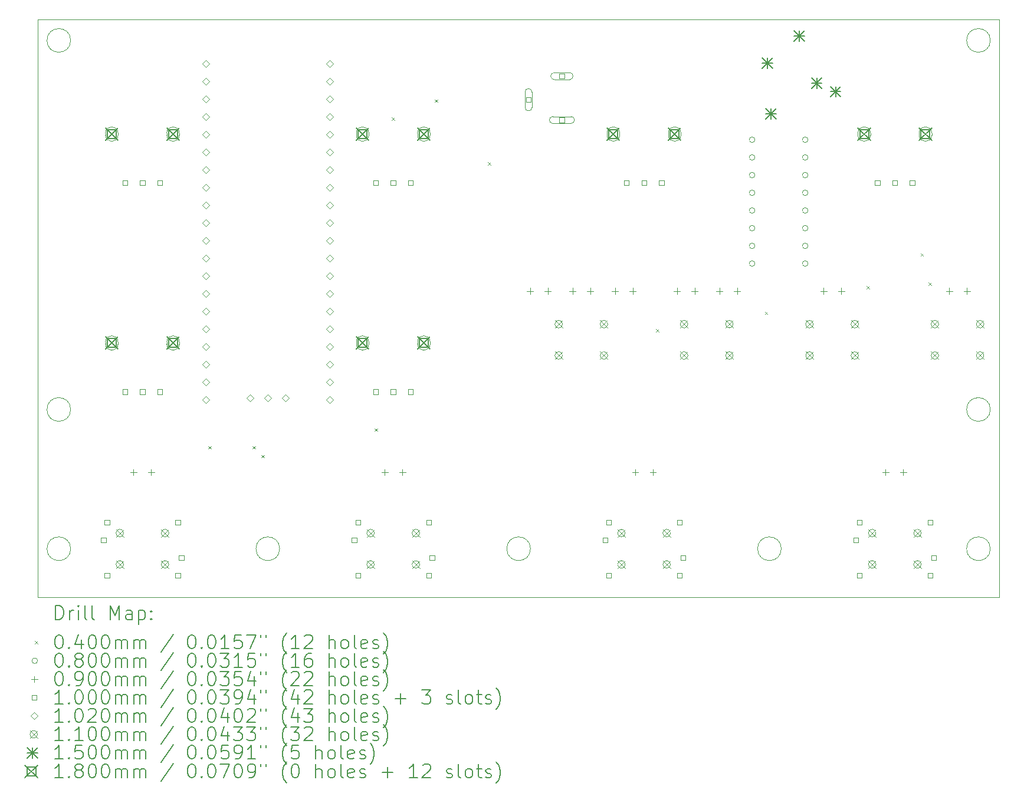
<source format=gbr>
%TF.GenerationSoftware,KiCad,Pcbnew,8.0.6-8.0.6-0~ubuntu22.04.1*%
%TF.CreationDate,2024-11-14T20:27:25+01:00*%
%TF.ProjectId,VCO_RPIpico,56434f5f-5250-4497-9069-636f2e6b6963,0*%
%TF.SameCoordinates,Original*%
%TF.FileFunction,Drillmap*%
%TF.FilePolarity,Positive*%
%FSLAX45Y45*%
G04 Gerber Fmt 4.5, Leading zero omitted, Abs format (unit mm)*
G04 Created by KiCad (PCBNEW 8.0.6-8.0.6-0~ubuntu22.04.1) date 2024-11-14 20:27:25*
%MOMM*%
%LPD*%
G01*
G04 APERTURE LIST*
%ADD10C,0.100000*%
%ADD11C,0.200000*%
%ADD12C,0.102000*%
%ADD13C,0.110000*%
%ADD14C,0.150000*%
%ADD15C,0.180000*%
G04 APERTURE END LIST*
D10*
X17870000Y-5100000D02*
G75*
G02*
X17530000Y-5100000I-170000J0D01*
G01*
X17530000Y-5100000D02*
G75*
G02*
X17870000Y-5100000I170000J0D01*
G01*
X4670000Y-5100000D02*
G75*
G02*
X4330000Y-5100000I-170000J0D01*
G01*
X4330000Y-5100000D02*
G75*
G02*
X4670000Y-5100000I170000J0D01*
G01*
X14870000Y-12400000D02*
G75*
G02*
X14530000Y-12400000I-170000J0D01*
G01*
X14530000Y-12400000D02*
G75*
G02*
X14870000Y-12400000I170000J0D01*
G01*
X17870000Y-12400000D02*
G75*
G02*
X17530000Y-12400000I-170000J0D01*
G01*
X17530000Y-12400000D02*
G75*
G02*
X17870000Y-12400000I170000J0D01*
G01*
X11270000Y-12400000D02*
G75*
G02*
X10930000Y-12400000I-170000J0D01*
G01*
X10930000Y-12400000D02*
G75*
G02*
X11270000Y-12400000I170000J0D01*
G01*
X4200000Y-4800000D02*
X18000000Y-4800000D01*
X18000000Y-13100000D01*
X4200000Y-13100000D01*
X4200000Y-4800000D01*
X7670000Y-12400000D02*
G75*
G02*
X7330000Y-12400000I-170000J0D01*
G01*
X7330000Y-12400000D02*
G75*
G02*
X7670000Y-12400000I170000J0D01*
G01*
X4670000Y-10400000D02*
G75*
G02*
X4330000Y-10400000I-170000J0D01*
G01*
X4330000Y-10400000D02*
G75*
G02*
X4670000Y-10400000I170000J0D01*
G01*
X17870000Y-10400000D02*
G75*
G02*
X17530000Y-10400000I-170000J0D01*
G01*
X17530000Y-10400000D02*
G75*
G02*
X17870000Y-10400000I170000J0D01*
G01*
X4670000Y-12400000D02*
G75*
G02*
X4330000Y-12400000I-170000J0D01*
G01*
X4330000Y-12400000D02*
G75*
G02*
X4670000Y-12400000I170000J0D01*
G01*
D11*
D10*
X6645400Y-10925200D02*
X6685400Y-10965200D01*
X6685400Y-10925200D02*
X6645400Y-10965200D01*
X7280400Y-10925200D02*
X7320400Y-10965200D01*
X7320400Y-10925200D02*
X7280400Y-10965200D01*
X7407400Y-11052200D02*
X7447400Y-11092200D01*
X7447400Y-11052200D02*
X7407400Y-11092200D01*
X9033000Y-10671200D02*
X9073000Y-10711200D01*
X9073000Y-10671200D02*
X9033000Y-10711200D01*
X9280000Y-6207800D02*
X9320000Y-6247800D01*
X9320000Y-6207800D02*
X9280000Y-6247800D01*
X9896600Y-5946800D02*
X9936600Y-5986800D01*
X9936600Y-5946800D02*
X9896600Y-5986800D01*
X10658600Y-6848500D02*
X10698600Y-6888500D01*
X10698600Y-6848500D02*
X10658600Y-6888500D01*
X13071600Y-9246200D02*
X13111600Y-9286200D01*
X13111600Y-9246200D02*
X13071600Y-9286200D01*
X14633700Y-8994800D02*
X14673700Y-9034800D01*
X14673700Y-8994800D02*
X14633700Y-9034800D01*
X16094200Y-8626500D02*
X16134200Y-8666500D01*
X16134200Y-8626500D02*
X16094200Y-8666500D01*
X16868900Y-8156600D02*
X16908900Y-8196600D01*
X16908900Y-8156600D02*
X16868900Y-8196600D01*
X16983200Y-8575700D02*
X17023200Y-8615700D01*
X17023200Y-8575700D02*
X16983200Y-8615700D01*
X14491500Y-6525600D02*
G75*
G02*
X14411500Y-6525600I-40000J0D01*
G01*
X14411500Y-6525600D02*
G75*
G02*
X14491500Y-6525600I40000J0D01*
G01*
X14491500Y-6779600D02*
G75*
G02*
X14411500Y-6779600I-40000J0D01*
G01*
X14411500Y-6779600D02*
G75*
G02*
X14491500Y-6779600I40000J0D01*
G01*
X14491500Y-7033600D02*
G75*
G02*
X14411500Y-7033600I-40000J0D01*
G01*
X14411500Y-7033600D02*
G75*
G02*
X14491500Y-7033600I40000J0D01*
G01*
X14491500Y-7287600D02*
G75*
G02*
X14411500Y-7287600I-40000J0D01*
G01*
X14411500Y-7287600D02*
G75*
G02*
X14491500Y-7287600I40000J0D01*
G01*
X14491500Y-7541600D02*
G75*
G02*
X14411500Y-7541600I-40000J0D01*
G01*
X14411500Y-7541600D02*
G75*
G02*
X14491500Y-7541600I40000J0D01*
G01*
X14491500Y-7795600D02*
G75*
G02*
X14411500Y-7795600I-40000J0D01*
G01*
X14411500Y-7795600D02*
G75*
G02*
X14491500Y-7795600I40000J0D01*
G01*
X14491500Y-8049600D02*
G75*
G02*
X14411500Y-8049600I-40000J0D01*
G01*
X14411500Y-8049600D02*
G75*
G02*
X14491500Y-8049600I40000J0D01*
G01*
X14491500Y-8303600D02*
G75*
G02*
X14411500Y-8303600I-40000J0D01*
G01*
X14411500Y-8303600D02*
G75*
G02*
X14491500Y-8303600I40000J0D01*
G01*
X15253500Y-6525600D02*
G75*
G02*
X15173500Y-6525600I-40000J0D01*
G01*
X15173500Y-6525600D02*
G75*
G02*
X15253500Y-6525600I40000J0D01*
G01*
X15253500Y-6779600D02*
G75*
G02*
X15173500Y-6779600I-40000J0D01*
G01*
X15173500Y-6779600D02*
G75*
G02*
X15253500Y-6779600I40000J0D01*
G01*
X15253500Y-7033600D02*
G75*
G02*
X15173500Y-7033600I-40000J0D01*
G01*
X15173500Y-7033600D02*
G75*
G02*
X15253500Y-7033600I40000J0D01*
G01*
X15253500Y-7287600D02*
G75*
G02*
X15173500Y-7287600I-40000J0D01*
G01*
X15173500Y-7287600D02*
G75*
G02*
X15253500Y-7287600I40000J0D01*
G01*
X15253500Y-7541600D02*
G75*
G02*
X15173500Y-7541600I-40000J0D01*
G01*
X15173500Y-7541600D02*
G75*
G02*
X15253500Y-7541600I40000J0D01*
G01*
X15253500Y-7795600D02*
G75*
G02*
X15173500Y-7795600I-40000J0D01*
G01*
X15173500Y-7795600D02*
G75*
G02*
X15253500Y-7795600I40000J0D01*
G01*
X15253500Y-8049600D02*
G75*
G02*
X15173500Y-8049600I-40000J0D01*
G01*
X15173500Y-8049600D02*
G75*
G02*
X15253500Y-8049600I40000J0D01*
G01*
X15253500Y-8303600D02*
G75*
G02*
X15173500Y-8303600I-40000J0D01*
G01*
X15173500Y-8303600D02*
G75*
G02*
X15253500Y-8303600I40000J0D01*
G01*
X5572700Y-11255800D02*
X5572700Y-11345800D01*
X5527700Y-11300800D02*
X5617700Y-11300800D01*
X5826700Y-11255800D02*
X5826700Y-11345800D01*
X5781700Y-11300800D02*
X5871700Y-11300800D01*
X9179500Y-11255800D02*
X9179500Y-11345800D01*
X9134500Y-11300800D02*
X9224500Y-11300800D01*
X9433500Y-11255800D02*
X9433500Y-11345800D01*
X9388500Y-11300800D02*
X9478500Y-11300800D01*
X11263300Y-8655000D02*
X11263300Y-8745000D01*
X11218300Y-8700000D02*
X11308300Y-8700000D01*
X11517300Y-8655000D02*
X11517300Y-8745000D01*
X11472300Y-8700000D02*
X11562300Y-8700000D01*
X11872900Y-8655000D02*
X11872900Y-8745000D01*
X11827900Y-8700000D02*
X11917900Y-8700000D01*
X12126900Y-8655000D02*
X12126900Y-8745000D01*
X12081900Y-8700000D02*
X12171900Y-8700000D01*
X12482500Y-8655000D02*
X12482500Y-8745000D01*
X12437500Y-8700000D02*
X12527500Y-8700000D01*
X12736500Y-8655000D02*
X12736500Y-8745000D01*
X12691500Y-8700000D02*
X12781500Y-8700000D01*
X12773600Y-11255800D02*
X12773600Y-11345800D01*
X12728600Y-11300800D02*
X12818600Y-11300800D01*
X13027600Y-11255800D02*
X13027600Y-11345800D01*
X12982600Y-11300800D02*
X13072600Y-11300800D01*
X13371500Y-8655000D02*
X13371500Y-8745000D01*
X13326500Y-8700000D02*
X13416500Y-8700000D01*
X13625500Y-8655000D02*
X13625500Y-8745000D01*
X13580500Y-8700000D02*
X13670500Y-8700000D01*
X13981100Y-8655000D02*
X13981100Y-8745000D01*
X13936100Y-8700000D02*
X14026100Y-8700000D01*
X14235100Y-8655000D02*
X14235100Y-8745000D01*
X14190100Y-8700000D02*
X14280100Y-8700000D01*
X15479200Y-8655000D02*
X15479200Y-8745000D01*
X15434200Y-8700000D02*
X15524200Y-8700000D01*
X15733200Y-8655000D02*
X15733200Y-8745000D01*
X15688200Y-8700000D02*
X15778200Y-8700000D01*
X16367700Y-11255800D02*
X16367700Y-11345800D01*
X16322700Y-11300800D02*
X16412700Y-11300800D01*
X16621700Y-11255800D02*
X16621700Y-11345800D01*
X16576700Y-11300800D02*
X16666700Y-11300800D01*
X17282600Y-8655000D02*
X17282600Y-8745000D01*
X17237600Y-8700000D02*
X17327600Y-8700000D01*
X17536600Y-8655000D02*
X17536600Y-8745000D01*
X17491600Y-8700000D02*
X17581600Y-8700000D01*
X5176556Y-12309356D02*
X5176556Y-12238644D01*
X5105844Y-12238644D01*
X5105844Y-12309356D01*
X5176556Y-12309356D01*
X5229356Y-12055356D02*
X5229356Y-11984644D01*
X5158644Y-11984644D01*
X5158644Y-12055356D01*
X5229356Y-12055356D01*
X5229356Y-12817356D02*
X5229356Y-12746644D01*
X5158644Y-12746644D01*
X5158644Y-12817356D01*
X5229356Y-12817356D01*
X5485356Y-7180356D02*
X5485356Y-7109644D01*
X5414644Y-7109644D01*
X5414644Y-7180356D01*
X5485356Y-7180356D01*
X5485356Y-10180356D02*
X5485356Y-10109644D01*
X5414644Y-10109644D01*
X5414644Y-10180356D01*
X5485356Y-10180356D01*
X5735356Y-7180356D02*
X5735356Y-7109644D01*
X5664644Y-7109644D01*
X5664644Y-7180356D01*
X5735356Y-7180356D01*
X5735356Y-10180356D02*
X5735356Y-10109644D01*
X5664644Y-10109644D01*
X5664644Y-10180356D01*
X5735356Y-10180356D01*
X5985356Y-7180356D02*
X5985356Y-7109644D01*
X5914644Y-7109644D01*
X5914644Y-7180356D01*
X5985356Y-7180356D01*
X5985356Y-10180356D02*
X5985356Y-10109644D01*
X5914644Y-10109644D01*
X5914644Y-10180356D01*
X5985356Y-10180356D01*
X6245356Y-12055356D02*
X6245356Y-11984644D01*
X6174644Y-11984644D01*
X6174644Y-12055356D01*
X6245356Y-12055356D01*
X6245356Y-12817356D02*
X6245356Y-12746644D01*
X6174644Y-12746644D01*
X6174644Y-12817356D01*
X6245356Y-12817356D01*
X6294156Y-12563356D02*
X6294156Y-12492644D01*
X6223444Y-12492644D01*
X6223444Y-12563356D01*
X6294156Y-12563356D01*
X8776556Y-12309356D02*
X8776556Y-12238644D01*
X8705844Y-12238644D01*
X8705844Y-12309356D01*
X8776556Y-12309356D01*
X8829356Y-12055356D02*
X8829356Y-11984644D01*
X8758644Y-11984644D01*
X8758644Y-12055356D01*
X8829356Y-12055356D01*
X8829356Y-12817356D02*
X8829356Y-12746644D01*
X8758644Y-12746644D01*
X8758644Y-12817356D01*
X8829356Y-12817356D01*
X9085356Y-7180356D02*
X9085356Y-7109644D01*
X9014644Y-7109644D01*
X9014644Y-7180356D01*
X9085356Y-7180356D01*
X9085356Y-10180356D02*
X9085356Y-10109644D01*
X9014644Y-10109644D01*
X9014644Y-10180356D01*
X9085356Y-10180356D01*
X9335356Y-7180356D02*
X9335356Y-7109644D01*
X9264644Y-7109644D01*
X9264644Y-7180356D01*
X9335356Y-7180356D01*
X9335356Y-10180356D02*
X9335356Y-10109644D01*
X9264644Y-10109644D01*
X9264644Y-10180356D01*
X9335356Y-10180356D01*
X9585356Y-7180356D02*
X9585356Y-7109644D01*
X9514644Y-7109644D01*
X9514644Y-7180356D01*
X9585356Y-7180356D01*
X9585356Y-10180356D02*
X9585356Y-10109644D01*
X9514644Y-10109644D01*
X9514644Y-10180356D01*
X9585356Y-10180356D01*
X9845356Y-12055356D02*
X9845356Y-11984644D01*
X9774644Y-11984644D01*
X9774644Y-12055356D01*
X9845356Y-12055356D01*
X9845356Y-12817356D02*
X9845356Y-12746644D01*
X9774644Y-12746644D01*
X9774644Y-12817356D01*
X9845356Y-12817356D01*
X9894156Y-12563356D02*
X9894156Y-12492644D01*
X9823444Y-12492644D01*
X9823444Y-12563356D01*
X9894156Y-12563356D01*
X11276956Y-5987356D02*
X11276956Y-5916644D01*
X11206244Y-5916644D01*
X11206244Y-5987356D01*
X11276956Y-5987356D01*
X11291600Y-6062000D02*
X11291600Y-5842000D01*
X11191600Y-5842000D02*
G75*
G02*
X11291600Y-5842000I50000J0D01*
G01*
X11191600Y-5842000D02*
X11191600Y-6062000D01*
X11191600Y-6062000D02*
G75*
G03*
X11291600Y-6062000I50000J0D01*
G01*
X11756956Y-5647356D02*
X11756956Y-5576644D01*
X11686244Y-5576644D01*
X11686244Y-5647356D01*
X11756956Y-5647356D01*
X11831600Y-5562000D02*
X11611600Y-5562000D01*
X11611600Y-5662000D02*
G75*
G02*
X11611600Y-5562000I0J50000D01*
G01*
X11611600Y-5662000D02*
X11831600Y-5662000D01*
X11831600Y-5662000D02*
G75*
G03*
X11831600Y-5562000I0J50000D01*
G01*
X11756956Y-6277356D02*
X11756956Y-6206644D01*
X11686244Y-6206644D01*
X11686244Y-6277356D01*
X11756956Y-6277356D01*
X11851600Y-6192000D02*
X11591600Y-6192000D01*
X11591600Y-6292000D02*
G75*
G02*
X11591600Y-6192000I0J50000D01*
G01*
X11591600Y-6292000D02*
X11851600Y-6292000D01*
X11851600Y-6292000D02*
G75*
G03*
X11851600Y-6192000I0J50000D01*
G01*
X12376556Y-12309356D02*
X12376556Y-12238644D01*
X12305844Y-12238644D01*
X12305844Y-12309356D01*
X12376556Y-12309356D01*
X12429356Y-12055356D02*
X12429356Y-11984644D01*
X12358644Y-11984644D01*
X12358644Y-12055356D01*
X12429356Y-12055356D01*
X12429356Y-12817356D02*
X12429356Y-12746644D01*
X12358644Y-12746644D01*
X12358644Y-12817356D01*
X12429356Y-12817356D01*
X12685356Y-7180356D02*
X12685356Y-7109644D01*
X12614644Y-7109644D01*
X12614644Y-7180356D01*
X12685356Y-7180356D01*
X12935356Y-7180356D02*
X12935356Y-7109644D01*
X12864644Y-7109644D01*
X12864644Y-7180356D01*
X12935356Y-7180356D01*
X13185356Y-7180356D02*
X13185356Y-7109644D01*
X13114644Y-7109644D01*
X13114644Y-7180356D01*
X13185356Y-7180356D01*
X13445356Y-12055356D02*
X13445356Y-11984644D01*
X13374644Y-11984644D01*
X13374644Y-12055356D01*
X13445356Y-12055356D01*
X13445356Y-12817356D02*
X13445356Y-12746644D01*
X13374644Y-12746644D01*
X13374644Y-12817356D01*
X13445356Y-12817356D01*
X13494156Y-12563356D02*
X13494156Y-12492644D01*
X13423444Y-12492644D01*
X13423444Y-12563356D01*
X13494156Y-12563356D01*
X15976556Y-12309356D02*
X15976556Y-12238644D01*
X15905844Y-12238644D01*
X15905844Y-12309356D01*
X15976556Y-12309356D01*
X16029356Y-12055356D02*
X16029356Y-11984644D01*
X15958644Y-11984644D01*
X15958644Y-12055356D01*
X16029356Y-12055356D01*
X16029356Y-12817356D02*
X16029356Y-12746644D01*
X15958644Y-12746644D01*
X15958644Y-12817356D01*
X16029356Y-12817356D01*
X16285356Y-7180356D02*
X16285356Y-7109644D01*
X16214644Y-7109644D01*
X16214644Y-7180356D01*
X16285356Y-7180356D01*
X16535356Y-7180356D02*
X16535356Y-7109644D01*
X16464644Y-7109644D01*
X16464644Y-7180356D01*
X16535356Y-7180356D01*
X16785356Y-7180356D02*
X16785356Y-7109644D01*
X16714644Y-7109644D01*
X16714644Y-7180356D01*
X16785356Y-7180356D01*
X17045356Y-12055356D02*
X17045356Y-11984644D01*
X16974644Y-11984644D01*
X16974644Y-12055356D01*
X17045356Y-12055356D01*
X17045356Y-12817356D02*
X17045356Y-12746644D01*
X16974644Y-12746644D01*
X16974644Y-12817356D01*
X17045356Y-12817356D01*
X17094156Y-12563356D02*
X17094156Y-12492644D01*
X17023444Y-12492644D01*
X17023444Y-12563356D01*
X17094156Y-12563356D01*
D12*
X6614600Y-5484400D02*
X6665600Y-5433400D01*
X6614600Y-5382400D01*
X6563600Y-5433400D01*
X6614600Y-5484400D01*
X6614600Y-5738400D02*
X6665600Y-5687400D01*
X6614600Y-5636400D01*
X6563600Y-5687400D01*
X6614600Y-5738400D01*
X6614600Y-5992400D02*
X6665600Y-5941400D01*
X6614600Y-5890400D01*
X6563600Y-5941400D01*
X6614600Y-5992400D01*
X6614600Y-6246400D02*
X6665600Y-6195400D01*
X6614600Y-6144400D01*
X6563600Y-6195400D01*
X6614600Y-6246400D01*
X6614600Y-6500400D02*
X6665600Y-6449400D01*
X6614600Y-6398400D01*
X6563600Y-6449400D01*
X6614600Y-6500400D01*
X6614600Y-6754400D02*
X6665600Y-6703400D01*
X6614600Y-6652400D01*
X6563600Y-6703400D01*
X6614600Y-6754400D01*
X6614600Y-7008400D02*
X6665600Y-6957400D01*
X6614600Y-6906400D01*
X6563600Y-6957400D01*
X6614600Y-7008400D01*
X6614600Y-7262400D02*
X6665600Y-7211400D01*
X6614600Y-7160400D01*
X6563600Y-7211400D01*
X6614600Y-7262400D01*
X6614600Y-7516400D02*
X6665600Y-7465400D01*
X6614600Y-7414400D01*
X6563600Y-7465400D01*
X6614600Y-7516400D01*
X6614600Y-7770400D02*
X6665600Y-7719400D01*
X6614600Y-7668400D01*
X6563600Y-7719400D01*
X6614600Y-7770400D01*
X6614600Y-8024400D02*
X6665600Y-7973400D01*
X6614600Y-7922400D01*
X6563600Y-7973400D01*
X6614600Y-8024400D01*
X6614600Y-8278400D02*
X6665600Y-8227400D01*
X6614600Y-8176400D01*
X6563600Y-8227400D01*
X6614600Y-8278400D01*
X6614600Y-8532400D02*
X6665600Y-8481400D01*
X6614600Y-8430400D01*
X6563600Y-8481400D01*
X6614600Y-8532400D01*
X6614600Y-8786400D02*
X6665600Y-8735400D01*
X6614600Y-8684400D01*
X6563600Y-8735400D01*
X6614600Y-8786400D01*
X6614600Y-9040400D02*
X6665600Y-8989400D01*
X6614600Y-8938400D01*
X6563600Y-8989400D01*
X6614600Y-9040400D01*
X6614600Y-9294400D02*
X6665600Y-9243400D01*
X6614600Y-9192400D01*
X6563600Y-9243400D01*
X6614600Y-9294400D01*
X6614600Y-9548400D02*
X6665600Y-9497400D01*
X6614600Y-9446400D01*
X6563600Y-9497400D01*
X6614600Y-9548400D01*
X6614600Y-9802400D02*
X6665600Y-9751400D01*
X6614600Y-9700400D01*
X6563600Y-9751400D01*
X6614600Y-9802400D01*
X6614600Y-10056400D02*
X6665600Y-10005400D01*
X6614600Y-9954400D01*
X6563600Y-10005400D01*
X6614600Y-10056400D01*
X6614600Y-10310400D02*
X6665600Y-10259400D01*
X6614600Y-10208400D01*
X6563600Y-10259400D01*
X6614600Y-10310400D01*
X7249600Y-10287400D02*
X7300600Y-10236400D01*
X7249600Y-10185400D01*
X7198600Y-10236400D01*
X7249600Y-10287400D01*
X7503600Y-10287400D02*
X7554600Y-10236400D01*
X7503600Y-10185400D01*
X7452600Y-10236400D01*
X7503600Y-10287400D01*
X7757600Y-10287400D02*
X7808600Y-10236400D01*
X7757600Y-10185400D01*
X7706600Y-10236400D01*
X7757600Y-10287400D01*
X8392600Y-5484400D02*
X8443600Y-5433400D01*
X8392600Y-5382400D01*
X8341600Y-5433400D01*
X8392600Y-5484400D01*
X8392600Y-5738400D02*
X8443600Y-5687400D01*
X8392600Y-5636400D01*
X8341600Y-5687400D01*
X8392600Y-5738400D01*
X8392600Y-5992400D02*
X8443600Y-5941400D01*
X8392600Y-5890400D01*
X8341600Y-5941400D01*
X8392600Y-5992400D01*
X8392600Y-6246400D02*
X8443600Y-6195400D01*
X8392600Y-6144400D01*
X8341600Y-6195400D01*
X8392600Y-6246400D01*
X8392600Y-6500400D02*
X8443600Y-6449400D01*
X8392600Y-6398400D01*
X8341600Y-6449400D01*
X8392600Y-6500400D01*
X8392600Y-6754400D02*
X8443600Y-6703400D01*
X8392600Y-6652400D01*
X8341600Y-6703400D01*
X8392600Y-6754400D01*
X8392600Y-7008400D02*
X8443600Y-6957400D01*
X8392600Y-6906400D01*
X8341600Y-6957400D01*
X8392600Y-7008400D01*
X8392600Y-7262400D02*
X8443600Y-7211400D01*
X8392600Y-7160400D01*
X8341600Y-7211400D01*
X8392600Y-7262400D01*
X8392600Y-7516400D02*
X8443600Y-7465400D01*
X8392600Y-7414400D01*
X8341600Y-7465400D01*
X8392600Y-7516400D01*
X8392600Y-7770400D02*
X8443600Y-7719400D01*
X8392600Y-7668400D01*
X8341600Y-7719400D01*
X8392600Y-7770400D01*
X8392600Y-8024400D02*
X8443600Y-7973400D01*
X8392600Y-7922400D01*
X8341600Y-7973400D01*
X8392600Y-8024400D01*
X8392600Y-8278400D02*
X8443600Y-8227400D01*
X8392600Y-8176400D01*
X8341600Y-8227400D01*
X8392600Y-8278400D01*
X8392600Y-8532400D02*
X8443600Y-8481400D01*
X8392600Y-8430400D01*
X8341600Y-8481400D01*
X8392600Y-8532400D01*
X8392600Y-8786400D02*
X8443600Y-8735400D01*
X8392600Y-8684400D01*
X8341600Y-8735400D01*
X8392600Y-8786400D01*
X8392600Y-9040400D02*
X8443600Y-8989400D01*
X8392600Y-8938400D01*
X8341600Y-8989400D01*
X8392600Y-9040400D01*
X8392600Y-9294400D02*
X8443600Y-9243400D01*
X8392600Y-9192400D01*
X8341600Y-9243400D01*
X8392600Y-9294400D01*
X8392600Y-9548400D02*
X8443600Y-9497400D01*
X8392600Y-9446400D01*
X8341600Y-9497400D01*
X8392600Y-9548400D01*
X8392600Y-9802400D02*
X8443600Y-9751400D01*
X8392600Y-9700400D01*
X8341600Y-9751400D01*
X8392600Y-9802400D01*
X8392600Y-10056400D02*
X8443600Y-10005400D01*
X8392600Y-9954400D01*
X8341600Y-10005400D01*
X8392600Y-10056400D01*
X8392600Y-10310400D02*
X8443600Y-10259400D01*
X8392600Y-10208400D01*
X8341600Y-10259400D01*
X8392600Y-10310400D01*
D13*
X5320000Y-12120000D02*
X5430000Y-12230000D01*
X5430000Y-12120000D02*
X5320000Y-12230000D01*
X5430000Y-12175000D02*
G75*
G02*
X5320000Y-12175000I-55000J0D01*
G01*
X5320000Y-12175000D02*
G75*
G02*
X5430000Y-12175000I55000J0D01*
G01*
X5320000Y-12570000D02*
X5430000Y-12680000D01*
X5430000Y-12570000D02*
X5320000Y-12680000D01*
X5430000Y-12625000D02*
G75*
G02*
X5320000Y-12625000I-55000J0D01*
G01*
X5320000Y-12625000D02*
G75*
G02*
X5430000Y-12625000I55000J0D01*
G01*
X5970000Y-12120000D02*
X6080000Y-12230000D01*
X6080000Y-12120000D02*
X5970000Y-12230000D01*
X6080000Y-12175000D02*
G75*
G02*
X5970000Y-12175000I-55000J0D01*
G01*
X5970000Y-12175000D02*
G75*
G02*
X6080000Y-12175000I55000J0D01*
G01*
X5970000Y-12570000D02*
X6080000Y-12680000D01*
X6080000Y-12570000D02*
X5970000Y-12680000D01*
X6080000Y-12625000D02*
G75*
G02*
X5970000Y-12625000I-55000J0D01*
G01*
X5970000Y-12625000D02*
G75*
G02*
X6080000Y-12625000I55000J0D01*
G01*
X8920000Y-12120000D02*
X9030000Y-12230000D01*
X9030000Y-12120000D02*
X8920000Y-12230000D01*
X9030000Y-12175000D02*
G75*
G02*
X8920000Y-12175000I-55000J0D01*
G01*
X8920000Y-12175000D02*
G75*
G02*
X9030000Y-12175000I55000J0D01*
G01*
X8920000Y-12570000D02*
X9030000Y-12680000D01*
X9030000Y-12570000D02*
X8920000Y-12680000D01*
X9030000Y-12625000D02*
G75*
G02*
X8920000Y-12625000I-55000J0D01*
G01*
X8920000Y-12625000D02*
G75*
G02*
X9030000Y-12625000I55000J0D01*
G01*
X9570000Y-12120000D02*
X9680000Y-12230000D01*
X9680000Y-12120000D02*
X9570000Y-12230000D01*
X9680000Y-12175000D02*
G75*
G02*
X9570000Y-12175000I-55000J0D01*
G01*
X9570000Y-12175000D02*
G75*
G02*
X9680000Y-12175000I55000J0D01*
G01*
X9570000Y-12570000D02*
X9680000Y-12680000D01*
X9680000Y-12570000D02*
X9570000Y-12680000D01*
X9680000Y-12625000D02*
G75*
G02*
X9570000Y-12625000I-55000J0D01*
G01*
X9570000Y-12625000D02*
G75*
G02*
X9680000Y-12625000I55000J0D01*
G01*
X11620000Y-9120000D02*
X11730000Y-9230000D01*
X11730000Y-9120000D02*
X11620000Y-9230000D01*
X11730000Y-9175000D02*
G75*
G02*
X11620000Y-9175000I-55000J0D01*
G01*
X11620000Y-9175000D02*
G75*
G02*
X11730000Y-9175000I55000J0D01*
G01*
X11620000Y-9570000D02*
X11730000Y-9680000D01*
X11730000Y-9570000D02*
X11620000Y-9680000D01*
X11730000Y-9625000D02*
G75*
G02*
X11620000Y-9625000I-55000J0D01*
G01*
X11620000Y-9625000D02*
G75*
G02*
X11730000Y-9625000I55000J0D01*
G01*
X12270000Y-9120000D02*
X12380000Y-9230000D01*
X12380000Y-9120000D02*
X12270000Y-9230000D01*
X12380000Y-9175000D02*
G75*
G02*
X12270000Y-9175000I-55000J0D01*
G01*
X12270000Y-9175000D02*
G75*
G02*
X12380000Y-9175000I55000J0D01*
G01*
X12270000Y-9570000D02*
X12380000Y-9680000D01*
X12380000Y-9570000D02*
X12270000Y-9680000D01*
X12380000Y-9625000D02*
G75*
G02*
X12270000Y-9625000I-55000J0D01*
G01*
X12270000Y-9625000D02*
G75*
G02*
X12380000Y-9625000I55000J0D01*
G01*
X12520000Y-12120000D02*
X12630000Y-12230000D01*
X12630000Y-12120000D02*
X12520000Y-12230000D01*
X12630000Y-12175000D02*
G75*
G02*
X12520000Y-12175000I-55000J0D01*
G01*
X12520000Y-12175000D02*
G75*
G02*
X12630000Y-12175000I55000J0D01*
G01*
X12520000Y-12570000D02*
X12630000Y-12680000D01*
X12630000Y-12570000D02*
X12520000Y-12680000D01*
X12630000Y-12625000D02*
G75*
G02*
X12520000Y-12625000I-55000J0D01*
G01*
X12520000Y-12625000D02*
G75*
G02*
X12630000Y-12625000I55000J0D01*
G01*
X13170000Y-12120000D02*
X13280000Y-12230000D01*
X13280000Y-12120000D02*
X13170000Y-12230000D01*
X13280000Y-12175000D02*
G75*
G02*
X13170000Y-12175000I-55000J0D01*
G01*
X13170000Y-12175000D02*
G75*
G02*
X13280000Y-12175000I55000J0D01*
G01*
X13170000Y-12570000D02*
X13280000Y-12680000D01*
X13280000Y-12570000D02*
X13170000Y-12680000D01*
X13280000Y-12625000D02*
G75*
G02*
X13170000Y-12625000I-55000J0D01*
G01*
X13170000Y-12625000D02*
G75*
G02*
X13280000Y-12625000I55000J0D01*
G01*
X13420000Y-9120000D02*
X13530000Y-9230000D01*
X13530000Y-9120000D02*
X13420000Y-9230000D01*
X13530000Y-9175000D02*
G75*
G02*
X13420000Y-9175000I-55000J0D01*
G01*
X13420000Y-9175000D02*
G75*
G02*
X13530000Y-9175000I55000J0D01*
G01*
X13420000Y-9570000D02*
X13530000Y-9680000D01*
X13530000Y-9570000D02*
X13420000Y-9680000D01*
X13530000Y-9625000D02*
G75*
G02*
X13420000Y-9625000I-55000J0D01*
G01*
X13420000Y-9625000D02*
G75*
G02*
X13530000Y-9625000I55000J0D01*
G01*
X14070000Y-9120000D02*
X14180000Y-9230000D01*
X14180000Y-9120000D02*
X14070000Y-9230000D01*
X14180000Y-9175000D02*
G75*
G02*
X14070000Y-9175000I-55000J0D01*
G01*
X14070000Y-9175000D02*
G75*
G02*
X14180000Y-9175000I55000J0D01*
G01*
X14070000Y-9570000D02*
X14180000Y-9680000D01*
X14180000Y-9570000D02*
X14070000Y-9680000D01*
X14180000Y-9625000D02*
G75*
G02*
X14070000Y-9625000I-55000J0D01*
G01*
X14070000Y-9625000D02*
G75*
G02*
X14180000Y-9625000I55000J0D01*
G01*
X15220000Y-9120000D02*
X15330000Y-9230000D01*
X15330000Y-9120000D02*
X15220000Y-9230000D01*
X15330000Y-9175000D02*
G75*
G02*
X15220000Y-9175000I-55000J0D01*
G01*
X15220000Y-9175000D02*
G75*
G02*
X15330000Y-9175000I55000J0D01*
G01*
X15220000Y-9570000D02*
X15330000Y-9680000D01*
X15330000Y-9570000D02*
X15220000Y-9680000D01*
X15330000Y-9625000D02*
G75*
G02*
X15220000Y-9625000I-55000J0D01*
G01*
X15220000Y-9625000D02*
G75*
G02*
X15330000Y-9625000I55000J0D01*
G01*
X15870000Y-9120000D02*
X15980000Y-9230000D01*
X15980000Y-9120000D02*
X15870000Y-9230000D01*
X15980000Y-9175000D02*
G75*
G02*
X15870000Y-9175000I-55000J0D01*
G01*
X15870000Y-9175000D02*
G75*
G02*
X15980000Y-9175000I55000J0D01*
G01*
X15870000Y-9570000D02*
X15980000Y-9680000D01*
X15980000Y-9570000D02*
X15870000Y-9680000D01*
X15980000Y-9625000D02*
G75*
G02*
X15870000Y-9625000I-55000J0D01*
G01*
X15870000Y-9625000D02*
G75*
G02*
X15980000Y-9625000I55000J0D01*
G01*
X16120000Y-12120000D02*
X16230000Y-12230000D01*
X16230000Y-12120000D02*
X16120000Y-12230000D01*
X16230000Y-12175000D02*
G75*
G02*
X16120000Y-12175000I-55000J0D01*
G01*
X16120000Y-12175000D02*
G75*
G02*
X16230000Y-12175000I55000J0D01*
G01*
X16120000Y-12570000D02*
X16230000Y-12680000D01*
X16230000Y-12570000D02*
X16120000Y-12680000D01*
X16230000Y-12625000D02*
G75*
G02*
X16120000Y-12625000I-55000J0D01*
G01*
X16120000Y-12625000D02*
G75*
G02*
X16230000Y-12625000I55000J0D01*
G01*
X16770000Y-12120000D02*
X16880000Y-12230000D01*
X16880000Y-12120000D02*
X16770000Y-12230000D01*
X16880000Y-12175000D02*
G75*
G02*
X16770000Y-12175000I-55000J0D01*
G01*
X16770000Y-12175000D02*
G75*
G02*
X16880000Y-12175000I55000J0D01*
G01*
X16770000Y-12570000D02*
X16880000Y-12680000D01*
X16880000Y-12570000D02*
X16770000Y-12680000D01*
X16880000Y-12625000D02*
G75*
G02*
X16770000Y-12625000I-55000J0D01*
G01*
X16770000Y-12625000D02*
G75*
G02*
X16880000Y-12625000I55000J0D01*
G01*
X17020000Y-9120000D02*
X17130000Y-9230000D01*
X17130000Y-9120000D02*
X17020000Y-9230000D01*
X17130000Y-9175000D02*
G75*
G02*
X17020000Y-9175000I-55000J0D01*
G01*
X17020000Y-9175000D02*
G75*
G02*
X17130000Y-9175000I55000J0D01*
G01*
X17020000Y-9570000D02*
X17130000Y-9680000D01*
X17130000Y-9570000D02*
X17020000Y-9680000D01*
X17130000Y-9625000D02*
G75*
G02*
X17020000Y-9625000I-55000J0D01*
G01*
X17020000Y-9625000D02*
G75*
G02*
X17130000Y-9625000I55000J0D01*
G01*
X17670000Y-9120000D02*
X17780000Y-9230000D01*
X17780000Y-9120000D02*
X17670000Y-9230000D01*
X17780000Y-9175000D02*
G75*
G02*
X17670000Y-9175000I-55000J0D01*
G01*
X17670000Y-9175000D02*
G75*
G02*
X17780000Y-9175000I55000J0D01*
G01*
X17670000Y-9570000D02*
X17780000Y-9680000D01*
X17780000Y-9570000D02*
X17670000Y-9680000D01*
X17780000Y-9625000D02*
G75*
G02*
X17670000Y-9625000I-55000J0D01*
G01*
X17670000Y-9625000D02*
G75*
G02*
X17780000Y-9625000I55000J0D01*
G01*
D14*
X14594200Y-5350600D02*
X14744200Y-5500600D01*
X14744200Y-5350600D02*
X14594200Y-5500600D01*
X14669200Y-5350600D02*
X14669200Y-5500600D01*
X14594200Y-5425600D02*
X14744200Y-5425600D01*
X14644200Y-6080600D02*
X14794200Y-6230600D01*
X14794200Y-6080600D02*
X14644200Y-6230600D01*
X14719200Y-6080600D02*
X14719200Y-6230600D01*
X14644200Y-6155600D02*
X14794200Y-6155600D01*
X15054200Y-4960600D02*
X15204200Y-5110600D01*
X15204200Y-4960600D02*
X15054200Y-5110600D01*
X15129200Y-4960600D02*
X15129200Y-5110600D01*
X15054200Y-5035600D02*
X15204200Y-5035600D01*
X15304200Y-5640600D02*
X15454200Y-5790600D01*
X15454200Y-5640600D02*
X15304200Y-5790600D01*
X15379200Y-5640600D02*
X15379200Y-5790600D01*
X15304200Y-5715600D02*
X15454200Y-5715600D01*
X15574200Y-5760600D02*
X15724200Y-5910600D01*
X15724200Y-5760600D02*
X15574200Y-5910600D01*
X15649200Y-5760600D02*
X15649200Y-5910600D01*
X15574200Y-5835600D02*
X15724200Y-5835600D01*
D15*
X5170000Y-6355000D02*
X5350000Y-6535000D01*
X5350000Y-6355000D02*
X5170000Y-6535000D01*
X5323640Y-6508640D02*
X5323640Y-6381360D01*
X5196360Y-6381360D01*
X5196360Y-6508640D01*
X5323640Y-6508640D01*
D10*
X5350000Y-6460000D02*
X5350000Y-6430000D01*
X5170000Y-6430000D02*
G75*
G02*
X5350000Y-6430000I90000J0D01*
G01*
X5170000Y-6430000D02*
X5170000Y-6460000D01*
X5170000Y-6460000D02*
G75*
G03*
X5350000Y-6460000I90000J0D01*
G01*
D15*
X5170000Y-9355000D02*
X5350000Y-9535000D01*
X5350000Y-9355000D02*
X5170000Y-9535000D01*
X5323640Y-9508640D02*
X5323640Y-9381360D01*
X5196360Y-9381360D01*
X5196360Y-9508640D01*
X5323640Y-9508640D01*
D10*
X5350000Y-9460000D02*
X5350000Y-9430000D01*
X5170000Y-9430000D02*
G75*
G02*
X5350000Y-9430000I90000J0D01*
G01*
X5170000Y-9430000D02*
X5170000Y-9460000D01*
X5170000Y-9460000D02*
G75*
G03*
X5350000Y-9460000I90000J0D01*
G01*
D15*
X6050000Y-6355000D02*
X6230000Y-6535000D01*
X6230000Y-6355000D02*
X6050000Y-6535000D01*
X6203640Y-6508640D02*
X6203640Y-6381360D01*
X6076360Y-6381360D01*
X6076360Y-6508640D01*
X6203640Y-6508640D01*
D10*
X6230000Y-6460000D02*
X6230000Y-6430000D01*
X6050000Y-6430000D02*
G75*
G02*
X6230000Y-6430000I90000J0D01*
G01*
X6050000Y-6430000D02*
X6050000Y-6460000D01*
X6050000Y-6460000D02*
G75*
G03*
X6230000Y-6460000I90000J0D01*
G01*
D15*
X6050000Y-9355000D02*
X6230000Y-9535000D01*
X6230000Y-9355000D02*
X6050000Y-9535000D01*
X6203640Y-9508640D02*
X6203640Y-9381360D01*
X6076360Y-9381360D01*
X6076360Y-9508640D01*
X6203640Y-9508640D01*
D10*
X6230000Y-9460000D02*
X6230000Y-9430000D01*
X6050000Y-9430000D02*
G75*
G02*
X6230000Y-9430000I90000J0D01*
G01*
X6050000Y-9430000D02*
X6050000Y-9460000D01*
X6050000Y-9460000D02*
G75*
G03*
X6230000Y-9460000I90000J0D01*
G01*
D15*
X8770000Y-6355000D02*
X8950000Y-6535000D01*
X8950000Y-6355000D02*
X8770000Y-6535000D01*
X8923640Y-6508640D02*
X8923640Y-6381360D01*
X8796360Y-6381360D01*
X8796360Y-6508640D01*
X8923640Y-6508640D01*
D10*
X8950000Y-6460000D02*
X8950000Y-6430000D01*
X8770000Y-6430000D02*
G75*
G02*
X8950000Y-6430000I90000J0D01*
G01*
X8770000Y-6430000D02*
X8770000Y-6460000D01*
X8770000Y-6460000D02*
G75*
G03*
X8950000Y-6460000I90000J0D01*
G01*
D15*
X8770000Y-9355000D02*
X8950000Y-9535000D01*
X8950000Y-9355000D02*
X8770000Y-9535000D01*
X8923640Y-9508640D02*
X8923640Y-9381360D01*
X8796360Y-9381360D01*
X8796360Y-9508640D01*
X8923640Y-9508640D01*
D10*
X8950000Y-9460000D02*
X8950000Y-9430000D01*
X8770000Y-9430000D02*
G75*
G02*
X8950000Y-9430000I90000J0D01*
G01*
X8770000Y-9430000D02*
X8770000Y-9460000D01*
X8770000Y-9460000D02*
G75*
G03*
X8950000Y-9460000I90000J0D01*
G01*
D15*
X9650000Y-6355000D02*
X9830000Y-6535000D01*
X9830000Y-6355000D02*
X9650000Y-6535000D01*
X9803640Y-6508640D02*
X9803640Y-6381360D01*
X9676360Y-6381360D01*
X9676360Y-6508640D01*
X9803640Y-6508640D01*
D10*
X9830000Y-6460000D02*
X9830000Y-6430000D01*
X9650000Y-6430000D02*
G75*
G02*
X9830000Y-6430000I90000J0D01*
G01*
X9650000Y-6430000D02*
X9650000Y-6460000D01*
X9650000Y-6460000D02*
G75*
G03*
X9830000Y-6460000I90000J0D01*
G01*
D15*
X9650000Y-9355000D02*
X9830000Y-9535000D01*
X9830000Y-9355000D02*
X9650000Y-9535000D01*
X9803640Y-9508640D02*
X9803640Y-9381360D01*
X9676360Y-9381360D01*
X9676360Y-9508640D01*
X9803640Y-9508640D01*
D10*
X9830000Y-9460000D02*
X9830000Y-9430000D01*
X9650000Y-9430000D02*
G75*
G02*
X9830000Y-9430000I90000J0D01*
G01*
X9650000Y-9430000D02*
X9650000Y-9460000D01*
X9650000Y-9460000D02*
G75*
G03*
X9830000Y-9460000I90000J0D01*
G01*
D15*
X12370000Y-6355000D02*
X12550000Y-6535000D01*
X12550000Y-6355000D02*
X12370000Y-6535000D01*
X12523640Y-6508640D02*
X12523640Y-6381360D01*
X12396360Y-6381360D01*
X12396360Y-6508640D01*
X12523640Y-6508640D01*
D10*
X12550000Y-6460000D02*
X12550000Y-6430000D01*
X12370000Y-6430000D02*
G75*
G02*
X12550000Y-6430000I90000J0D01*
G01*
X12370000Y-6430000D02*
X12370000Y-6460000D01*
X12370000Y-6460000D02*
G75*
G03*
X12550000Y-6460000I90000J0D01*
G01*
D15*
X13250000Y-6355000D02*
X13430000Y-6535000D01*
X13430000Y-6355000D02*
X13250000Y-6535000D01*
X13403640Y-6508640D02*
X13403640Y-6381360D01*
X13276360Y-6381360D01*
X13276360Y-6508640D01*
X13403640Y-6508640D01*
D10*
X13430000Y-6460000D02*
X13430000Y-6430000D01*
X13250000Y-6430000D02*
G75*
G02*
X13430000Y-6430000I90000J0D01*
G01*
X13250000Y-6430000D02*
X13250000Y-6460000D01*
X13250000Y-6460000D02*
G75*
G03*
X13430000Y-6460000I90000J0D01*
G01*
D15*
X15970000Y-6355000D02*
X16150000Y-6535000D01*
X16150000Y-6355000D02*
X15970000Y-6535000D01*
X16123640Y-6508640D02*
X16123640Y-6381360D01*
X15996360Y-6381360D01*
X15996360Y-6508640D01*
X16123640Y-6508640D01*
D10*
X16150000Y-6460000D02*
X16150000Y-6430000D01*
X15970000Y-6430000D02*
G75*
G02*
X16150000Y-6430000I90000J0D01*
G01*
X15970000Y-6430000D02*
X15970000Y-6460000D01*
X15970000Y-6460000D02*
G75*
G03*
X16150000Y-6460000I90000J0D01*
G01*
D15*
X16850000Y-6355000D02*
X17030000Y-6535000D01*
X17030000Y-6355000D02*
X16850000Y-6535000D01*
X17003640Y-6508640D02*
X17003640Y-6381360D01*
X16876360Y-6381360D01*
X16876360Y-6508640D01*
X17003640Y-6508640D01*
D10*
X17030000Y-6460000D02*
X17030000Y-6430000D01*
X16850000Y-6430000D02*
G75*
G02*
X17030000Y-6430000I90000J0D01*
G01*
X16850000Y-6430000D02*
X16850000Y-6460000D01*
X16850000Y-6460000D02*
G75*
G03*
X17030000Y-6460000I90000J0D01*
G01*
D11*
X4455777Y-13416484D02*
X4455777Y-13216484D01*
X4455777Y-13216484D02*
X4503396Y-13216484D01*
X4503396Y-13216484D02*
X4531967Y-13226008D01*
X4531967Y-13226008D02*
X4551015Y-13245055D01*
X4551015Y-13245055D02*
X4560539Y-13264103D01*
X4560539Y-13264103D02*
X4570063Y-13302198D01*
X4570063Y-13302198D02*
X4570063Y-13330769D01*
X4570063Y-13330769D02*
X4560539Y-13368865D01*
X4560539Y-13368865D02*
X4551015Y-13387912D01*
X4551015Y-13387912D02*
X4531967Y-13406960D01*
X4531967Y-13406960D02*
X4503396Y-13416484D01*
X4503396Y-13416484D02*
X4455777Y-13416484D01*
X4655777Y-13416484D02*
X4655777Y-13283150D01*
X4655777Y-13321246D02*
X4665301Y-13302198D01*
X4665301Y-13302198D02*
X4674824Y-13292674D01*
X4674824Y-13292674D02*
X4693872Y-13283150D01*
X4693872Y-13283150D02*
X4712920Y-13283150D01*
X4779586Y-13416484D02*
X4779586Y-13283150D01*
X4779586Y-13216484D02*
X4770063Y-13226008D01*
X4770063Y-13226008D02*
X4779586Y-13235531D01*
X4779586Y-13235531D02*
X4789110Y-13226008D01*
X4789110Y-13226008D02*
X4779586Y-13216484D01*
X4779586Y-13216484D02*
X4779586Y-13235531D01*
X4903396Y-13416484D02*
X4884348Y-13406960D01*
X4884348Y-13406960D02*
X4874824Y-13387912D01*
X4874824Y-13387912D02*
X4874824Y-13216484D01*
X5008158Y-13416484D02*
X4989110Y-13406960D01*
X4989110Y-13406960D02*
X4979586Y-13387912D01*
X4979586Y-13387912D02*
X4979586Y-13216484D01*
X5236729Y-13416484D02*
X5236729Y-13216484D01*
X5236729Y-13216484D02*
X5303396Y-13359341D01*
X5303396Y-13359341D02*
X5370063Y-13216484D01*
X5370063Y-13216484D02*
X5370063Y-13416484D01*
X5551015Y-13416484D02*
X5551015Y-13311722D01*
X5551015Y-13311722D02*
X5541491Y-13292674D01*
X5541491Y-13292674D02*
X5522444Y-13283150D01*
X5522444Y-13283150D02*
X5484348Y-13283150D01*
X5484348Y-13283150D02*
X5465301Y-13292674D01*
X5551015Y-13406960D02*
X5531967Y-13416484D01*
X5531967Y-13416484D02*
X5484348Y-13416484D01*
X5484348Y-13416484D02*
X5465301Y-13406960D01*
X5465301Y-13406960D02*
X5455777Y-13387912D01*
X5455777Y-13387912D02*
X5455777Y-13368865D01*
X5455777Y-13368865D02*
X5465301Y-13349817D01*
X5465301Y-13349817D02*
X5484348Y-13340293D01*
X5484348Y-13340293D02*
X5531967Y-13340293D01*
X5531967Y-13340293D02*
X5551015Y-13330769D01*
X5646253Y-13283150D02*
X5646253Y-13483150D01*
X5646253Y-13292674D02*
X5665301Y-13283150D01*
X5665301Y-13283150D02*
X5703396Y-13283150D01*
X5703396Y-13283150D02*
X5722443Y-13292674D01*
X5722443Y-13292674D02*
X5731967Y-13302198D01*
X5731967Y-13302198D02*
X5741491Y-13321246D01*
X5741491Y-13321246D02*
X5741491Y-13378388D01*
X5741491Y-13378388D02*
X5731967Y-13397436D01*
X5731967Y-13397436D02*
X5722443Y-13406960D01*
X5722443Y-13406960D02*
X5703396Y-13416484D01*
X5703396Y-13416484D02*
X5665301Y-13416484D01*
X5665301Y-13416484D02*
X5646253Y-13406960D01*
X5827205Y-13397436D02*
X5836729Y-13406960D01*
X5836729Y-13406960D02*
X5827205Y-13416484D01*
X5827205Y-13416484D02*
X5817682Y-13406960D01*
X5817682Y-13406960D02*
X5827205Y-13397436D01*
X5827205Y-13397436D02*
X5827205Y-13416484D01*
X5827205Y-13292674D02*
X5836729Y-13302198D01*
X5836729Y-13302198D02*
X5827205Y-13311722D01*
X5827205Y-13311722D02*
X5817682Y-13302198D01*
X5817682Y-13302198D02*
X5827205Y-13292674D01*
X5827205Y-13292674D02*
X5827205Y-13311722D01*
D10*
X4155000Y-13725000D02*
X4195000Y-13765000D01*
X4195000Y-13725000D02*
X4155000Y-13765000D01*
D11*
X4493872Y-13636484D02*
X4512920Y-13636484D01*
X4512920Y-13636484D02*
X4531967Y-13646008D01*
X4531967Y-13646008D02*
X4541491Y-13655531D01*
X4541491Y-13655531D02*
X4551015Y-13674579D01*
X4551015Y-13674579D02*
X4560539Y-13712674D01*
X4560539Y-13712674D02*
X4560539Y-13760293D01*
X4560539Y-13760293D02*
X4551015Y-13798388D01*
X4551015Y-13798388D02*
X4541491Y-13817436D01*
X4541491Y-13817436D02*
X4531967Y-13826960D01*
X4531967Y-13826960D02*
X4512920Y-13836484D01*
X4512920Y-13836484D02*
X4493872Y-13836484D01*
X4493872Y-13836484D02*
X4474824Y-13826960D01*
X4474824Y-13826960D02*
X4465301Y-13817436D01*
X4465301Y-13817436D02*
X4455777Y-13798388D01*
X4455777Y-13798388D02*
X4446253Y-13760293D01*
X4446253Y-13760293D02*
X4446253Y-13712674D01*
X4446253Y-13712674D02*
X4455777Y-13674579D01*
X4455777Y-13674579D02*
X4465301Y-13655531D01*
X4465301Y-13655531D02*
X4474824Y-13646008D01*
X4474824Y-13646008D02*
X4493872Y-13636484D01*
X4646253Y-13817436D02*
X4655777Y-13826960D01*
X4655777Y-13826960D02*
X4646253Y-13836484D01*
X4646253Y-13836484D02*
X4636729Y-13826960D01*
X4636729Y-13826960D02*
X4646253Y-13817436D01*
X4646253Y-13817436D02*
X4646253Y-13836484D01*
X4827205Y-13703150D02*
X4827205Y-13836484D01*
X4779586Y-13626960D02*
X4731967Y-13769817D01*
X4731967Y-13769817D02*
X4855777Y-13769817D01*
X4970063Y-13636484D02*
X4989110Y-13636484D01*
X4989110Y-13636484D02*
X5008158Y-13646008D01*
X5008158Y-13646008D02*
X5017682Y-13655531D01*
X5017682Y-13655531D02*
X5027205Y-13674579D01*
X5027205Y-13674579D02*
X5036729Y-13712674D01*
X5036729Y-13712674D02*
X5036729Y-13760293D01*
X5036729Y-13760293D02*
X5027205Y-13798388D01*
X5027205Y-13798388D02*
X5017682Y-13817436D01*
X5017682Y-13817436D02*
X5008158Y-13826960D01*
X5008158Y-13826960D02*
X4989110Y-13836484D01*
X4989110Y-13836484D02*
X4970063Y-13836484D01*
X4970063Y-13836484D02*
X4951015Y-13826960D01*
X4951015Y-13826960D02*
X4941491Y-13817436D01*
X4941491Y-13817436D02*
X4931967Y-13798388D01*
X4931967Y-13798388D02*
X4922444Y-13760293D01*
X4922444Y-13760293D02*
X4922444Y-13712674D01*
X4922444Y-13712674D02*
X4931967Y-13674579D01*
X4931967Y-13674579D02*
X4941491Y-13655531D01*
X4941491Y-13655531D02*
X4951015Y-13646008D01*
X4951015Y-13646008D02*
X4970063Y-13636484D01*
X5160539Y-13636484D02*
X5179586Y-13636484D01*
X5179586Y-13636484D02*
X5198634Y-13646008D01*
X5198634Y-13646008D02*
X5208158Y-13655531D01*
X5208158Y-13655531D02*
X5217682Y-13674579D01*
X5217682Y-13674579D02*
X5227205Y-13712674D01*
X5227205Y-13712674D02*
X5227205Y-13760293D01*
X5227205Y-13760293D02*
X5217682Y-13798388D01*
X5217682Y-13798388D02*
X5208158Y-13817436D01*
X5208158Y-13817436D02*
X5198634Y-13826960D01*
X5198634Y-13826960D02*
X5179586Y-13836484D01*
X5179586Y-13836484D02*
X5160539Y-13836484D01*
X5160539Y-13836484D02*
X5141491Y-13826960D01*
X5141491Y-13826960D02*
X5131967Y-13817436D01*
X5131967Y-13817436D02*
X5122444Y-13798388D01*
X5122444Y-13798388D02*
X5112920Y-13760293D01*
X5112920Y-13760293D02*
X5112920Y-13712674D01*
X5112920Y-13712674D02*
X5122444Y-13674579D01*
X5122444Y-13674579D02*
X5131967Y-13655531D01*
X5131967Y-13655531D02*
X5141491Y-13646008D01*
X5141491Y-13646008D02*
X5160539Y-13636484D01*
X5312920Y-13836484D02*
X5312920Y-13703150D01*
X5312920Y-13722198D02*
X5322444Y-13712674D01*
X5322444Y-13712674D02*
X5341491Y-13703150D01*
X5341491Y-13703150D02*
X5370063Y-13703150D01*
X5370063Y-13703150D02*
X5389110Y-13712674D01*
X5389110Y-13712674D02*
X5398634Y-13731722D01*
X5398634Y-13731722D02*
X5398634Y-13836484D01*
X5398634Y-13731722D02*
X5408158Y-13712674D01*
X5408158Y-13712674D02*
X5427205Y-13703150D01*
X5427205Y-13703150D02*
X5455777Y-13703150D01*
X5455777Y-13703150D02*
X5474825Y-13712674D01*
X5474825Y-13712674D02*
X5484348Y-13731722D01*
X5484348Y-13731722D02*
X5484348Y-13836484D01*
X5579586Y-13836484D02*
X5579586Y-13703150D01*
X5579586Y-13722198D02*
X5589110Y-13712674D01*
X5589110Y-13712674D02*
X5608158Y-13703150D01*
X5608158Y-13703150D02*
X5636729Y-13703150D01*
X5636729Y-13703150D02*
X5655777Y-13712674D01*
X5655777Y-13712674D02*
X5665301Y-13731722D01*
X5665301Y-13731722D02*
X5665301Y-13836484D01*
X5665301Y-13731722D02*
X5674824Y-13712674D01*
X5674824Y-13712674D02*
X5693872Y-13703150D01*
X5693872Y-13703150D02*
X5722443Y-13703150D01*
X5722443Y-13703150D02*
X5741491Y-13712674D01*
X5741491Y-13712674D02*
X5751015Y-13731722D01*
X5751015Y-13731722D02*
X5751015Y-13836484D01*
X6141491Y-13626960D02*
X5970063Y-13884103D01*
X6398634Y-13636484D02*
X6417682Y-13636484D01*
X6417682Y-13636484D02*
X6436729Y-13646008D01*
X6436729Y-13646008D02*
X6446253Y-13655531D01*
X6446253Y-13655531D02*
X6455777Y-13674579D01*
X6455777Y-13674579D02*
X6465301Y-13712674D01*
X6465301Y-13712674D02*
X6465301Y-13760293D01*
X6465301Y-13760293D02*
X6455777Y-13798388D01*
X6455777Y-13798388D02*
X6446253Y-13817436D01*
X6446253Y-13817436D02*
X6436729Y-13826960D01*
X6436729Y-13826960D02*
X6417682Y-13836484D01*
X6417682Y-13836484D02*
X6398634Y-13836484D01*
X6398634Y-13836484D02*
X6379586Y-13826960D01*
X6379586Y-13826960D02*
X6370063Y-13817436D01*
X6370063Y-13817436D02*
X6360539Y-13798388D01*
X6360539Y-13798388D02*
X6351015Y-13760293D01*
X6351015Y-13760293D02*
X6351015Y-13712674D01*
X6351015Y-13712674D02*
X6360539Y-13674579D01*
X6360539Y-13674579D02*
X6370063Y-13655531D01*
X6370063Y-13655531D02*
X6379586Y-13646008D01*
X6379586Y-13646008D02*
X6398634Y-13636484D01*
X6551015Y-13817436D02*
X6560539Y-13826960D01*
X6560539Y-13826960D02*
X6551015Y-13836484D01*
X6551015Y-13836484D02*
X6541491Y-13826960D01*
X6541491Y-13826960D02*
X6551015Y-13817436D01*
X6551015Y-13817436D02*
X6551015Y-13836484D01*
X6684348Y-13636484D02*
X6703396Y-13636484D01*
X6703396Y-13636484D02*
X6722444Y-13646008D01*
X6722444Y-13646008D02*
X6731967Y-13655531D01*
X6731967Y-13655531D02*
X6741491Y-13674579D01*
X6741491Y-13674579D02*
X6751015Y-13712674D01*
X6751015Y-13712674D02*
X6751015Y-13760293D01*
X6751015Y-13760293D02*
X6741491Y-13798388D01*
X6741491Y-13798388D02*
X6731967Y-13817436D01*
X6731967Y-13817436D02*
X6722444Y-13826960D01*
X6722444Y-13826960D02*
X6703396Y-13836484D01*
X6703396Y-13836484D02*
X6684348Y-13836484D01*
X6684348Y-13836484D02*
X6665301Y-13826960D01*
X6665301Y-13826960D02*
X6655777Y-13817436D01*
X6655777Y-13817436D02*
X6646253Y-13798388D01*
X6646253Y-13798388D02*
X6636729Y-13760293D01*
X6636729Y-13760293D02*
X6636729Y-13712674D01*
X6636729Y-13712674D02*
X6646253Y-13674579D01*
X6646253Y-13674579D02*
X6655777Y-13655531D01*
X6655777Y-13655531D02*
X6665301Y-13646008D01*
X6665301Y-13646008D02*
X6684348Y-13636484D01*
X6941491Y-13836484D02*
X6827206Y-13836484D01*
X6884348Y-13836484D02*
X6884348Y-13636484D01*
X6884348Y-13636484D02*
X6865301Y-13665055D01*
X6865301Y-13665055D02*
X6846253Y-13684103D01*
X6846253Y-13684103D02*
X6827206Y-13693627D01*
X7122444Y-13636484D02*
X7027206Y-13636484D01*
X7027206Y-13636484D02*
X7017682Y-13731722D01*
X7017682Y-13731722D02*
X7027206Y-13722198D01*
X7027206Y-13722198D02*
X7046253Y-13712674D01*
X7046253Y-13712674D02*
X7093872Y-13712674D01*
X7093872Y-13712674D02*
X7112920Y-13722198D01*
X7112920Y-13722198D02*
X7122444Y-13731722D01*
X7122444Y-13731722D02*
X7131967Y-13750769D01*
X7131967Y-13750769D02*
X7131967Y-13798388D01*
X7131967Y-13798388D02*
X7122444Y-13817436D01*
X7122444Y-13817436D02*
X7112920Y-13826960D01*
X7112920Y-13826960D02*
X7093872Y-13836484D01*
X7093872Y-13836484D02*
X7046253Y-13836484D01*
X7046253Y-13836484D02*
X7027206Y-13826960D01*
X7027206Y-13826960D02*
X7017682Y-13817436D01*
X7198634Y-13636484D02*
X7331967Y-13636484D01*
X7331967Y-13636484D02*
X7246253Y-13836484D01*
X7398634Y-13636484D02*
X7398634Y-13674579D01*
X7474825Y-13636484D02*
X7474825Y-13674579D01*
X7770063Y-13912674D02*
X7760539Y-13903150D01*
X7760539Y-13903150D02*
X7741491Y-13874579D01*
X7741491Y-13874579D02*
X7731968Y-13855531D01*
X7731968Y-13855531D02*
X7722444Y-13826960D01*
X7722444Y-13826960D02*
X7712920Y-13779341D01*
X7712920Y-13779341D02*
X7712920Y-13741246D01*
X7712920Y-13741246D02*
X7722444Y-13693627D01*
X7722444Y-13693627D02*
X7731968Y-13665055D01*
X7731968Y-13665055D02*
X7741491Y-13646008D01*
X7741491Y-13646008D02*
X7760539Y-13617436D01*
X7760539Y-13617436D02*
X7770063Y-13607912D01*
X7951015Y-13836484D02*
X7836729Y-13836484D01*
X7893872Y-13836484D02*
X7893872Y-13636484D01*
X7893872Y-13636484D02*
X7874825Y-13665055D01*
X7874825Y-13665055D02*
X7855777Y-13684103D01*
X7855777Y-13684103D02*
X7836729Y-13693627D01*
X8027206Y-13655531D02*
X8036729Y-13646008D01*
X8036729Y-13646008D02*
X8055777Y-13636484D01*
X8055777Y-13636484D02*
X8103396Y-13636484D01*
X8103396Y-13636484D02*
X8122444Y-13646008D01*
X8122444Y-13646008D02*
X8131968Y-13655531D01*
X8131968Y-13655531D02*
X8141491Y-13674579D01*
X8141491Y-13674579D02*
X8141491Y-13693627D01*
X8141491Y-13693627D02*
X8131968Y-13722198D01*
X8131968Y-13722198D02*
X8017682Y-13836484D01*
X8017682Y-13836484D02*
X8141491Y-13836484D01*
X8379587Y-13836484D02*
X8379587Y-13636484D01*
X8465301Y-13836484D02*
X8465301Y-13731722D01*
X8465301Y-13731722D02*
X8455777Y-13712674D01*
X8455777Y-13712674D02*
X8436730Y-13703150D01*
X8436730Y-13703150D02*
X8408158Y-13703150D01*
X8408158Y-13703150D02*
X8389111Y-13712674D01*
X8389111Y-13712674D02*
X8379587Y-13722198D01*
X8589111Y-13836484D02*
X8570063Y-13826960D01*
X8570063Y-13826960D02*
X8560539Y-13817436D01*
X8560539Y-13817436D02*
X8551015Y-13798388D01*
X8551015Y-13798388D02*
X8551015Y-13741246D01*
X8551015Y-13741246D02*
X8560539Y-13722198D01*
X8560539Y-13722198D02*
X8570063Y-13712674D01*
X8570063Y-13712674D02*
X8589111Y-13703150D01*
X8589111Y-13703150D02*
X8617682Y-13703150D01*
X8617682Y-13703150D02*
X8636730Y-13712674D01*
X8636730Y-13712674D02*
X8646253Y-13722198D01*
X8646253Y-13722198D02*
X8655777Y-13741246D01*
X8655777Y-13741246D02*
X8655777Y-13798388D01*
X8655777Y-13798388D02*
X8646253Y-13817436D01*
X8646253Y-13817436D02*
X8636730Y-13826960D01*
X8636730Y-13826960D02*
X8617682Y-13836484D01*
X8617682Y-13836484D02*
X8589111Y-13836484D01*
X8770063Y-13836484D02*
X8751015Y-13826960D01*
X8751015Y-13826960D02*
X8741492Y-13807912D01*
X8741492Y-13807912D02*
X8741492Y-13636484D01*
X8922444Y-13826960D02*
X8903396Y-13836484D01*
X8903396Y-13836484D02*
X8865301Y-13836484D01*
X8865301Y-13836484D02*
X8846253Y-13826960D01*
X8846253Y-13826960D02*
X8836730Y-13807912D01*
X8836730Y-13807912D02*
X8836730Y-13731722D01*
X8836730Y-13731722D02*
X8846253Y-13712674D01*
X8846253Y-13712674D02*
X8865301Y-13703150D01*
X8865301Y-13703150D02*
X8903396Y-13703150D01*
X8903396Y-13703150D02*
X8922444Y-13712674D01*
X8922444Y-13712674D02*
X8931968Y-13731722D01*
X8931968Y-13731722D02*
X8931968Y-13750769D01*
X8931968Y-13750769D02*
X8836730Y-13769817D01*
X9008158Y-13826960D02*
X9027206Y-13836484D01*
X9027206Y-13836484D02*
X9065301Y-13836484D01*
X9065301Y-13836484D02*
X9084349Y-13826960D01*
X9084349Y-13826960D02*
X9093873Y-13807912D01*
X9093873Y-13807912D02*
X9093873Y-13798388D01*
X9093873Y-13798388D02*
X9084349Y-13779341D01*
X9084349Y-13779341D02*
X9065301Y-13769817D01*
X9065301Y-13769817D02*
X9036730Y-13769817D01*
X9036730Y-13769817D02*
X9017682Y-13760293D01*
X9017682Y-13760293D02*
X9008158Y-13741246D01*
X9008158Y-13741246D02*
X9008158Y-13731722D01*
X9008158Y-13731722D02*
X9017682Y-13712674D01*
X9017682Y-13712674D02*
X9036730Y-13703150D01*
X9036730Y-13703150D02*
X9065301Y-13703150D01*
X9065301Y-13703150D02*
X9084349Y-13712674D01*
X9160539Y-13912674D02*
X9170063Y-13903150D01*
X9170063Y-13903150D02*
X9189111Y-13874579D01*
X9189111Y-13874579D02*
X9198634Y-13855531D01*
X9198634Y-13855531D02*
X9208158Y-13826960D01*
X9208158Y-13826960D02*
X9217682Y-13779341D01*
X9217682Y-13779341D02*
X9217682Y-13741246D01*
X9217682Y-13741246D02*
X9208158Y-13693627D01*
X9208158Y-13693627D02*
X9198634Y-13665055D01*
X9198634Y-13665055D02*
X9189111Y-13646008D01*
X9189111Y-13646008D02*
X9170063Y-13617436D01*
X9170063Y-13617436D02*
X9160539Y-13607912D01*
D10*
X4195000Y-14009000D02*
G75*
G02*
X4115000Y-14009000I-40000J0D01*
G01*
X4115000Y-14009000D02*
G75*
G02*
X4195000Y-14009000I40000J0D01*
G01*
D11*
X4493872Y-13900484D02*
X4512920Y-13900484D01*
X4512920Y-13900484D02*
X4531967Y-13910008D01*
X4531967Y-13910008D02*
X4541491Y-13919531D01*
X4541491Y-13919531D02*
X4551015Y-13938579D01*
X4551015Y-13938579D02*
X4560539Y-13976674D01*
X4560539Y-13976674D02*
X4560539Y-14024293D01*
X4560539Y-14024293D02*
X4551015Y-14062388D01*
X4551015Y-14062388D02*
X4541491Y-14081436D01*
X4541491Y-14081436D02*
X4531967Y-14090960D01*
X4531967Y-14090960D02*
X4512920Y-14100484D01*
X4512920Y-14100484D02*
X4493872Y-14100484D01*
X4493872Y-14100484D02*
X4474824Y-14090960D01*
X4474824Y-14090960D02*
X4465301Y-14081436D01*
X4465301Y-14081436D02*
X4455777Y-14062388D01*
X4455777Y-14062388D02*
X4446253Y-14024293D01*
X4446253Y-14024293D02*
X4446253Y-13976674D01*
X4446253Y-13976674D02*
X4455777Y-13938579D01*
X4455777Y-13938579D02*
X4465301Y-13919531D01*
X4465301Y-13919531D02*
X4474824Y-13910008D01*
X4474824Y-13910008D02*
X4493872Y-13900484D01*
X4646253Y-14081436D02*
X4655777Y-14090960D01*
X4655777Y-14090960D02*
X4646253Y-14100484D01*
X4646253Y-14100484D02*
X4636729Y-14090960D01*
X4636729Y-14090960D02*
X4646253Y-14081436D01*
X4646253Y-14081436D02*
X4646253Y-14100484D01*
X4770063Y-13986198D02*
X4751015Y-13976674D01*
X4751015Y-13976674D02*
X4741491Y-13967150D01*
X4741491Y-13967150D02*
X4731967Y-13948103D01*
X4731967Y-13948103D02*
X4731967Y-13938579D01*
X4731967Y-13938579D02*
X4741491Y-13919531D01*
X4741491Y-13919531D02*
X4751015Y-13910008D01*
X4751015Y-13910008D02*
X4770063Y-13900484D01*
X4770063Y-13900484D02*
X4808158Y-13900484D01*
X4808158Y-13900484D02*
X4827205Y-13910008D01*
X4827205Y-13910008D02*
X4836729Y-13919531D01*
X4836729Y-13919531D02*
X4846253Y-13938579D01*
X4846253Y-13938579D02*
X4846253Y-13948103D01*
X4846253Y-13948103D02*
X4836729Y-13967150D01*
X4836729Y-13967150D02*
X4827205Y-13976674D01*
X4827205Y-13976674D02*
X4808158Y-13986198D01*
X4808158Y-13986198D02*
X4770063Y-13986198D01*
X4770063Y-13986198D02*
X4751015Y-13995722D01*
X4751015Y-13995722D02*
X4741491Y-14005246D01*
X4741491Y-14005246D02*
X4731967Y-14024293D01*
X4731967Y-14024293D02*
X4731967Y-14062388D01*
X4731967Y-14062388D02*
X4741491Y-14081436D01*
X4741491Y-14081436D02*
X4751015Y-14090960D01*
X4751015Y-14090960D02*
X4770063Y-14100484D01*
X4770063Y-14100484D02*
X4808158Y-14100484D01*
X4808158Y-14100484D02*
X4827205Y-14090960D01*
X4827205Y-14090960D02*
X4836729Y-14081436D01*
X4836729Y-14081436D02*
X4846253Y-14062388D01*
X4846253Y-14062388D02*
X4846253Y-14024293D01*
X4846253Y-14024293D02*
X4836729Y-14005246D01*
X4836729Y-14005246D02*
X4827205Y-13995722D01*
X4827205Y-13995722D02*
X4808158Y-13986198D01*
X4970063Y-13900484D02*
X4989110Y-13900484D01*
X4989110Y-13900484D02*
X5008158Y-13910008D01*
X5008158Y-13910008D02*
X5017682Y-13919531D01*
X5017682Y-13919531D02*
X5027205Y-13938579D01*
X5027205Y-13938579D02*
X5036729Y-13976674D01*
X5036729Y-13976674D02*
X5036729Y-14024293D01*
X5036729Y-14024293D02*
X5027205Y-14062388D01*
X5027205Y-14062388D02*
X5017682Y-14081436D01*
X5017682Y-14081436D02*
X5008158Y-14090960D01*
X5008158Y-14090960D02*
X4989110Y-14100484D01*
X4989110Y-14100484D02*
X4970063Y-14100484D01*
X4970063Y-14100484D02*
X4951015Y-14090960D01*
X4951015Y-14090960D02*
X4941491Y-14081436D01*
X4941491Y-14081436D02*
X4931967Y-14062388D01*
X4931967Y-14062388D02*
X4922444Y-14024293D01*
X4922444Y-14024293D02*
X4922444Y-13976674D01*
X4922444Y-13976674D02*
X4931967Y-13938579D01*
X4931967Y-13938579D02*
X4941491Y-13919531D01*
X4941491Y-13919531D02*
X4951015Y-13910008D01*
X4951015Y-13910008D02*
X4970063Y-13900484D01*
X5160539Y-13900484D02*
X5179586Y-13900484D01*
X5179586Y-13900484D02*
X5198634Y-13910008D01*
X5198634Y-13910008D02*
X5208158Y-13919531D01*
X5208158Y-13919531D02*
X5217682Y-13938579D01*
X5217682Y-13938579D02*
X5227205Y-13976674D01*
X5227205Y-13976674D02*
X5227205Y-14024293D01*
X5227205Y-14024293D02*
X5217682Y-14062388D01*
X5217682Y-14062388D02*
X5208158Y-14081436D01*
X5208158Y-14081436D02*
X5198634Y-14090960D01*
X5198634Y-14090960D02*
X5179586Y-14100484D01*
X5179586Y-14100484D02*
X5160539Y-14100484D01*
X5160539Y-14100484D02*
X5141491Y-14090960D01*
X5141491Y-14090960D02*
X5131967Y-14081436D01*
X5131967Y-14081436D02*
X5122444Y-14062388D01*
X5122444Y-14062388D02*
X5112920Y-14024293D01*
X5112920Y-14024293D02*
X5112920Y-13976674D01*
X5112920Y-13976674D02*
X5122444Y-13938579D01*
X5122444Y-13938579D02*
X5131967Y-13919531D01*
X5131967Y-13919531D02*
X5141491Y-13910008D01*
X5141491Y-13910008D02*
X5160539Y-13900484D01*
X5312920Y-14100484D02*
X5312920Y-13967150D01*
X5312920Y-13986198D02*
X5322444Y-13976674D01*
X5322444Y-13976674D02*
X5341491Y-13967150D01*
X5341491Y-13967150D02*
X5370063Y-13967150D01*
X5370063Y-13967150D02*
X5389110Y-13976674D01*
X5389110Y-13976674D02*
X5398634Y-13995722D01*
X5398634Y-13995722D02*
X5398634Y-14100484D01*
X5398634Y-13995722D02*
X5408158Y-13976674D01*
X5408158Y-13976674D02*
X5427205Y-13967150D01*
X5427205Y-13967150D02*
X5455777Y-13967150D01*
X5455777Y-13967150D02*
X5474825Y-13976674D01*
X5474825Y-13976674D02*
X5484348Y-13995722D01*
X5484348Y-13995722D02*
X5484348Y-14100484D01*
X5579586Y-14100484D02*
X5579586Y-13967150D01*
X5579586Y-13986198D02*
X5589110Y-13976674D01*
X5589110Y-13976674D02*
X5608158Y-13967150D01*
X5608158Y-13967150D02*
X5636729Y-13967150D01*
X5636729Y-13967150D02*
X5655777Y-13976674D01*
X5655777Y-13976674D02*
X5665301Y-13995722D01*
X5665301Y-13995722D02*
X5665301Y-14100484D01*
X5665301Y-13995722D02*
X5674824Y-13976674D01*
X5674824Y-13976674D02*
X5693872Y-13967150D01*
X5693872Y-13967150D02*
X5722443Y-13967150D01*
X5722443Y-13967150D02*
X5741491Y-13976674D01*
X5741491Y-13976674D02*
X5751015Y-13995722D01*
X5751015Y-13995722D02*
X5751015Y-14100484D01*
X6141491Y-13890960D02*
X5970063Y-14148103D01*
X6398634Y-13900484D02*
X6417682Y-13900484D01*
X6417682Y-13900484D02*
X6436729Y-13910008D01*
X6436729Y-13910008D02*
X6446253Y-13919531D01*
X6446253Y-13919531D02*
X6455777Y-13938579D01*
X6455777Y-13938579D02*
X6465301Y-13976674D01*
X6465301Y-13976674D02*
X6465301Y-14024293D01*
X6465301Y-14024293D02*
X6455777Y-14062388D01*
X6455777Y-14062388D02*
X6446253Y-14081436D01*
X6446253Y-14081436D02*
X6436729Y-14090960D01*
X6436729Y-14090960D02*
X6417682Y-14100484D01*
X6417682Y-14100484D02*
X6398634Y-14100484D01*
X6398634Y-14100484D02*
X6379586Y-14090960D01*
X6379586Y-14090960D02*
X6370063Y-14081436D01*
X6370063Y-14081436D02*
X6360539Y-14062388D01*
X6360539Y-14062388D02*
X6351015Y-14024293D01*
X6351015Y-14024293D02*
X6351015Y-13976674D01*
X6351015Y-13976674D02*
X6360539Y-13938579D01*
X6360539Y-13938579D02*
X6370063Y-13919531D01*
X6370063Y-13919531D02*
X6379586Y-13910008D01*
X6379586Y-13910008D02*
X6398634Y-13900484D01*
X6551015Y-14081436D02*
X6560539Y-14090960D01*
X6560539Y-14090960D02*
X6551015Y-14100484D01*
X6551015Y-14100484D02*
X6541491Y-14090960D01*
X6541491Y-14090960D02*
X6551015Y-14081436D01*
X6551015Y-14081436D02*
X6551015Y-14100484D01*
X6684348Y-13900484D02*
X6703396Y-13900484D01*
X6703396Y-13900484D02*
X6722444Y-13910008D01*
X6722444Y-13910008D02*
X6731967Y-13919531D01*
X6731967Y-13919531D02*
X6741491Y-13938579D01*
X6741491Y-13938579D02*
X6751015Y-13976674D01*
X6751015Y-13976674D02*
X6751015Y-14024293D01*
X6751015Y-14024293D02*
X6741491Y-14062388D01*
X6741491Y-14062388D02*
X6731967Y-14081436D01*
X6731967Y-14081436D02*
X6722444Y-14090960D01*
X6722444Y-14090960D02*
X6703396Y-14100484D01*
X6703396Y-14100484D02*
X6684348Y-14100484D01*
X6684348Y-14100484D02*
X6665301Y-14090960D01*
X6665301Y-14090960D02*
X6655777Y-14081436D01*
X6655777Y-14081436D02*
X6646253Y-14062388D01*
X6646253Y-14062388D02*
X6636729Y-14024293D01*
X6636729Y-14024293D02*
X6636729Y-13976674D01*
X6636729Y-13976674D02*
X6646253Y-13938579D01*
X6646253Y-13938579D02*
X6655777Y-13919531D01*
X6655777Y-13919531D02*
X6665301Y-13910008D01*
X6665301Y-13910008D02*
X6684348Y-13900484D01*
X6817682Y-13900484D02*
X6941491Y-13900484D01*
X6941491Y-13900484D02*
X6874825Y-13976674D01*
X6874825Y-13976674D02*
X6903396Y-13976674D01*
X6903396Y-13976674D02*
X6922444Y-13986198D01*
X6922444Y-13986198D02*
X6931967Y-13995722D01*
X6931967Y-13995722D02*
X6941491Y-14014769D01*
X6941491Y-14014769D02*
X6941491Y-14062388D01*
X6941491Y-14062388D02*
X6931967Y-14081436D01*
X6931967Y-14081436D02*
X6922444Y-14090960D01*
X6922444Y-14090960D02*
X6903396Y-14100484D01*
X6903396Y-14100484D02*
X6846253Y-14100484D01*
X6846253Y-14100484D02*
X6827206Y-14090960D01*
X6827206Y-14090960D02*
X6817682Y-14081436D01*
X7131967Y-14100484D02*
X7017682Y-14100484D01*
X7074825Y-14100484D02*
X7074825Y-13900484D01*
X7074825Y-13900484D02*
X7055777Y-13929055D01*
X7055777Y-13929055D02*
X7036729Y-13948103D01*
X7036729Y-13948103D02*
X7017682Y-13957627D01*
X7312920Y-13900484D02*
X7217682Y-13900484D01*
X7217682Y-13900484D02*
X7208158Y-13995722D01*
X7208158Y-13995722D02*
X7217682Y-13986198D01*
X7217682Y-13986198D02*
X7236729Y-13976674D01*
X7236729Y-13976674D02*
X7284348Y-13976674D01*
X7284348Y-13976674D02*
X7303396Y-13986198D01*
X7303396Y-13986198D02*
X7312920Y-13995722D01*
X7312920Y-13995722D02*
X7322444Y-14014769D01*
X7322444Y-14014769D02*
X7322444Y-14062388D01*
X7322444Y-14062388D02*
X7312920Y-14081436D01*
X7312920Y-14081436D02*
X7303396Y-14090960D01*
X7303396Y-14090960D02*
X7284348Y-14100484D01*
X7284348Y-14100484D02*
X7236729Y-14100484D01*
X7236729Y-14100484D02*
X7217682Y-14090960D01*
X7217682Y-14090960D02*
X7208158Y-14081436D01*
X7398634Y-13900484D02*
X7398634Y-13938579D01*
X7474825Y-13900484D02*
X7474825Y-13938579D01*
X7770063Y-14176674D02*
X7760539Y-14167150D01*
X7760539Y-14167150D02*
X7741491Y-14138579D01*
X7741491Y-14138579D02*
X7731968Y-14119531D01*
X7731968Y-14119531D02*
X7722444Y-14090960D01*
X7722444Y-14090960D02*
X7712920Y-14043341D01*
X7712920Y-14043341D02*
X7712920Y-14005246D01*
X7712920Y-14005246D02*
X7722444Y-13957627D01*
X7722444Y-13957627D02*
X7731968Y-13929055D01*
X7731968Y-13929055D02*
X7741491Y-13910008D01*
X7741491Y-13910008D02*
X7760539Y-13881436D01*
X7760539Y-13881436D02*
X7770063Y-13871912D01*
X7951015Y-14100484D02*
X7836729Y-14100484D01*
X7893872Y-14100484D02*
X7893872Y-13900484D01*
X7893872Y-13900484D02*
X7874825Y-13929055D01*
X7874825Y-13929055D02*
X7855777Y-13948103D01*
X7855777Y-13948103D02*
X7836729Y-13957627D01*
X8122444Y-13900484D02*
X8084348Y-13900484D01*
X8084348Y-13900484D02*
X8065301Y-13910008D01*
X8065301Y-13910008D02*
X8055777Y-13919531D01*
X8055777Y-13919531D02*
X8036729Y-13948103D01*
X8036729Y-13948103D02*
X8027206Y-13986198D01*
X8027206Y-13986198D02*
X8027206Y-14062388D01*
X8027206Y-14062388D02*
X8036729Y-14081436D01*
X8036729Y-14081436D02*
X8046253Y-14090960D01*
X8046253Y-14090960D02*
X8065301Y-14100484D01*
X8065301Y-14100484D02*
X8103396Y-14100484D01*
X8103396Y-14100484D02*
X8122444Y-14090960D01*
X8122444Y-14090960D02*
X8131968Y-14081436D01*
X8131968Y-14081436D02*
X8141491Y-14062388D01*
X8141491Y-14062388D02*
X8141491Y-14014769D01*
X8141491Y-14014769D02*
X8131968Y-13995722D01*
X8131968Y-13995722D02*
X8122444Y-13986198D01*
X8122444Y-13986198D02*
X8103396Y-13976674D01*
X8103396Y-13976674D02*
X8065301Y-13976674D01*
X8065301Y-13976674D02*
X8046253Y-13986198D01*
X8046253Y-13986198D02*
X8036729Y-13995722D01*
X8036729Y-13995722D02*
X8027206Y-14014769D01*
X8379587Y-14100484D02*
X8379587Y-13900484D01*
X8465301Y-14100484D02*
X8465301Y-13995722D01*
X8465301Y-13995722D02*
X8455777Y-13976674D01*
X8455777Y-13976674D02*
X8436730Y-13967150D01*
X8436730Y-13967150D02*
X8408158Y-13967150D01*
X8408158Y-13967150D02*
X8389111Y-13976674D01*
X8389111Y-13976674D02*
X8379587Y-13986198D01*
X8589111Y-14100484D02*
X8570063Y-14090960D01*
X8570063Y-14090960D02*
X8560539Y-14081436D01*
X8560539Y-14081436D02*
X8551015Y-14062388D01*
X8551015Y-14062388D02*
X8551015Y-14005246D01*
X8551015Y-14005246D02*
X8560539Y-13986198D01*
X8560539Y-13986198D02*
X8570063Y-13976674D01*
X8570063Y-13976674D02*
X8589111Y-13967150D01*
X8589111Y-13967150D02*
X8617682Y-13967150D01*
X8617682Y-13967150D02*
X8636730Y-13976674D01*
X8636730Y-13976674D02*
X8646253Y-13986198D01*
X8646253Y-13986198D02*
X8655777Y-14005246D01*
X8655777Y-14005246D02*
X8655777Y-14062388D01*
X8655777Y-14062388D02*
X8646253Y-14081436D01*
X8646253Y-14081436D02*
X8636730Y-14090960D01*
X8636730Y-14090960D02*
X8617682Y-14100484D01*
X8617682Y-14100484D02*
X8589111Y-14100484D01*
X8770063Y-14100484D02*
X8751015Y-14090960D01*
X8751015Y-14090960D02*
X8741492Y-14071912D01*
X8741492Y-14071912D02*
X8741492Y-13900484D01*
X8922444Y-14090960D02*
X8903396Y-14100484D01*
X8903396Y-14100484D02*
X8865301Y-14100484D01*
X8865301Y-14100484D02*
X8846253Y-14090960D01*
X8846253Y-14090960D02*
X8836730Y-14071912D01*
X8836730Y-14071912D02*
X8836730Y-13995722D01*
X8836730Y-13995722D02*
X8846253Y-13976674D01*
X8846253Y-13976674D02*
X8865301Y-13967150D01*
X8865301Y-13967150D02*
X8903396Y-13967150D01*
X8903396Y-13967150D02*
X8922444Y-13976674D01*
X8922444Y-13976674D02*
X8931968Y-13995722D01*
X8931968Y-13995722D02*
X8931968Y-14014769D01*
X8931968Y-14014769D02*
X8836730Y-14033817D01*
X9008158Y-14090960D02*
X9027206Y-14100484D01*
X9027206Y-14100484D02*
X9065301Y-14100484D01*
X9065301Y-14100484D02*
X9084349Y-14090960D01*
X9084349Y-14090960D02*
X9093873Y-14071912D01*
X9093873Y-14071912D02*
X9093873Y-14062388D01*
X9093873Y-14062388D02*
X9084349Y-14043341D01*
X9084349Y-14043341D02*
X9065301Y-14033817D01*
X9065301Y-14033817D02*
X9036730Y-14033817D01*
X9036730Y-14033817D02*
X9017682Y-14024293D01*
X9017682Y-14024293D02*
X9008158Y-14005246D01*
X9008158Y-14005246D02*
X9008158Y-13995722D01*
X9008158Y-13995722D02*
X9017682Y-13976674D01*
X9017682Y-13976674D02*
X9036730Y-13967150D01*
X9036730Y-13967150D02*
X9065301Y-13967150D01*
X9065301Y-13967150D02*
X9084349Y-13976674D01*
X9160539Y-14176674D02*
X9170063Y-14167150D01*
X9170063Y-14167150D02*
X9189111Y-14138579D01*
X9189111Y-14138579D02*
X9198634Y-14119531D01*
X9198634Y-14119531D02*
X9208158Y-14090960D01*
X9208158Y-14090960D02*
X9217682Y-14043341D01*
X9217682Y-14043341D02*
X9217682Y-14005246D01*
X9217682Y-14005246D02*
X9208158Y-13957627D01*
X9208158Y-13957627D02*
X9198634Y-13929055D01*
X9198634Y-13929055D02*
X9189111Y-13910008D01*
X9189111Y-13910008D02*
X9170063Y-13881436D01*
X9170063Y-13881436D02*
X9160539Y-13871912D01*
D10*
X4150000Y-14228000D02*
X4150000Y-14318000D01*
X4105000Y-14273000D02*
X4195000Y-14273000D01*
D11*
X4493872Y-14164484D02*
X4512920Y-14164484D01*
X4512920Y-14164484D02*
X4531967Y-14174008D01*
X4531967Y-14174008D02*
X4541491Y-14183531D01*
X4541491Y-14183531D02*
X4551015Y-14202579D01*
X4551015Y-14202579D02*
X4560539Y-14240674D01*
X4560539Y-14240674D02*
X4560539Y-14288293D01*
X4560539Y-14288293D02*
X4551015Y-14326388D01*
X4551015Y-14326388D02*
X4541491Y-14345436D01*
X4541491Y-14345436D02*
X4531967Y-14354960D01*
X4531967Y-14354960D02*
X4512920Y-14364484D01*
X4512920Y-14364484D02*
X4493872Y-14364484D01*
X4493872Y-14364484D02*
X4474824Y-14354960D01*
X4474824Y-14354960D02*
X4465301Y-14345436D01*
X4465301Y-14345436D02*
X4455777Y-14326388D01*
X4455777Y-14326388D02*
X4446253Y-14288293D01*
X4446253Y-14288293D02*
X4446253Y-14240674D01*
X4446253Y-14240674D02*
X4455777Y-14202579D01*
X4455777Y-14202579D02*
X4465301Y-14183531D01*
X4465301Y-14183531D02*
X4474824Y-14174008D01*
X4474824Y-14174008D02*
X4493872Y-14164484D01*
X4646253Y-14345436D02*
X4655777Y-14354960D01*
X4655777Y-14354960D02*
X4646253Y-14364484D01*
X4646253Y-14364484D02*
X4636729Y-14354960D01*
X4636729Y-14354960D02*
X4646253Y-14345436D01*
X4646253Y-14345436D02*
X4646253Y-14364484D01*
X4751015Y-14364484D02*
X4789110Y-14364484D01*
X4789110Y-14364484D02*
X4808158Y-14354960D01*
X4808158Y-14354960D02*
X4817682Y-14345436D01*
X4817682Y-14345436D02*
X4836729Y-14316865D01*
X4836729Y-14316865D02*
X4846253Y-14278769D01*
X4846253Y-14278769D02*
X4846253Y-14202579D01*
X4846253Y-14202579D02*
X4836729Y-14183531D01*
X4836729Y-14183531D02*
X4827205Y-14174008D01*
X4827205Y-14174008D02*
X4808158Y-14164484D01*
X4808158Y-14164484D02*
X4770063Y-14164484D01*
X4770063Y-14164484D02*
X4751015Y-14174008D01*
X4751015Y-14174008D02*
X4741491Y-14183531D01*
X4741491Y-14183531D02*
X4731967Y-14202579D01*
X4731967Y-14202579D02*
X4731967Y-14250198D01*
X4731967Y-14250198D02*
X4741491Y-14269246D01*
X4741491Y-14269246D02*
X4751015Y-14278769D01*
X4751015Y-14278769D02*
X4770063Y-14288293D01*
X4770063Y-14288293D02*
X4808158Y-14288293D01*
X4808158Y-14288293D02*
X4827205Y-14278769D01*
X4827205Y-14278769D02*
X4836729Y-14269246D01*
X4836729Y-14269246D02*
X4846253Y-14250198D01*
X4970063Y-14164484D02*
X4989110Y-14164484D01*
X4989110Y-14164484D02*
X5008158Y-14174008D01*
X5008158Y-14174008D02*
X5017682Y-14183531D01*
X5017682Y-14183531D02*
X5027205Y-14202579D01*
X5027205Y-14202579D02*
X5036729Y-14240674D01*
X5036729Y-14240674D02*
X5036729Y-14288293D01*
X5036729Y-14288293D02*
X5027205Y-14326388D01*
X5027205Y-14326388D02*
X5017682Y-14345436D01*
X5017682Y-14345436D02*
X5008158Y-14354960D01*
X5008158Y-14354960D02*
X4989110Y-14364484D01*
X4989110Y-14364484D02*
X4970063Y-14364484D01*
X4970063Y-14364484D02*
X4951015Y-14354960D01*
X4951015Y-14354960D02*
X4941491Y-14345436D01*
X4941491Y-14345436D02*
X4931967Y-14326388D01*
X4931967Y-14326388D02*
X4922444Y-14288293D01*
X4922444Y-14288293D02*
X4922444Y-14240674D01*
X4922444Y-14240674D02*
X4931967Y-14202579D01*
X4931967Y-14202579D02*
X4941491Y-14183531D01*
X4941491Y-14183531D02*
X4951015Y-14174008D01*
X4951015Y-14174008D02*
X4970063Y-14164484D01*
X5160539Y-14164484D02*
X5179586Y-14164484D01*
X5179586Y-14164484D02*
X5198634Y-14174008D01*
X5198634Y-14174008D02*
X5208158Y-14183531D01*
X5208158Y-14183531D02*
X5217682Y-14202579D01*
X5217682Y-14202579D02*
X5227205Y-14240674D01*
X5227205Y-14240674D02*
X5227205Y-14288293D01*
X5227205Y-14288293D02*
X5217682Y-14326388D01*
X5217682Y-14326388D02*
X5208158Y-14345436D01*
X5208158Y-14345436D02*
X5198634Y-14354960D01*
X5198634Y-14354960D02*
X5179586Y-14364484D01*
X5179586Y-14364484D02*
X5160539Y-14364484D01*
X5160539Y-14364484D02*
X5141491Y-14354960D01*
X5141491Y-14354960D02*
X5131967Y-14345436D01*
X5131967Y-14345436D02*
X5122444Y-14326388D01*
X5122444Y-14326388D02*
X5112920Y-14288293D01*
X5112920Y-14288293D02*
X5112920Y-14240674D01*
X5112920Y-14240674D02*
X5122444Y-14202579D01*
X5122444Y-14202579D02*
X5131967Y-14183531D01*
X5131967Y-14183531D02*
X5141491Y-14174008D01*
X5141491Y-14174008D02*
X5160539Y-14164484D01*
X5312920Y-14364484D02*
X5312920Y-14231150D01*
X5312920Y-14250198D02*
X5322444Y-14240674D01*
X5322444Y-14240674D02*
X5341491Y-14231150D01*
X5341491Y-14231150D02*
X5370063Y-14231150D01*
X5370063Y-14231150D02*
X5389110Y-14240674D01*
X5389110Y-14240674D02*
X5398634Y-14259722D01*
X5398634Y-14259722D02*
X5398634Y-14364484D01*
X5398634Y-14259722D02*
X5408158Y-14240674D01*
X5408158Y-14240674D02*
X5427205Y-14231150D01*
X5427205Y-14231150D02*
X5455777Y-14231150D01*
X5455777Y-14231150D02*
X5474825Y-14240674D01*
X5474825Y-14240674D02*
X5484348Y-14259722D01*
X5484348Y-14259722D02*
X5484348Y-14364484D01*
X5579586Y-14364484D02*
X5579586Y-14231150D01*
X5579586Y-14250198D02*
X5589110Y-14240674D01*
X5589110Y-14240674D02*
X5608158Y-14231150D01*
X5608158Y-14231150D02*
X5636729Y-14231150D01*
X5636729Y-14231150D02*
X5655777Y-14240674D01*
X5655777Y-14240674D02*
X5665301Y-14259722D01*
X5665301Y-14259722D02*
X5665301Y-14364484D01*
X5665301Y-14259722D02*
X5674824Y-14240674D01*
X5674824Y-14240674D02*
X5693872Y-14231150D01*
X5693872Y-14231150D02*
X5722443Y-14231150D01*
X5722443Y-14231150D02*
X5741491Y-14240674D01*
X5741491Y-14240674D02*
X5751015Y-14259722D01*
X5751015Y-14259722D02*
X5751015Y-14364484D01*
X6141491Y-14154960D02*
X5970063Y-14412103D01*
X6398634Y-14164484D02*
X6417682Y-14164484D01*
X6417682Y-14164484D02*
X6436729Y-14174008D01*
X6436729Y-14174008D02*
X6446253Y-14183531D01*
X6446253Y-14183531D02*
X6455777Y-14202579D01*
X6455777Y-14202579D02*
X6465301Y-14240674D01*
X6465301Y-14240674D02*
X6465301Y-14288293D01*
X6465301Y-14288293D02*
X6455777Y-14326388D01*
X6455777Y-14326388D02*
X6446253Y-14345436D01*
X6446253Y-14345436D02*
X6436729Y-14354960D01*
X6436729Y-14354960D02*
X6417682Y-14364484D01*
X6417682Y-14364484D02*
X6398634Y-14364484D01*
X6398634Y-14364484D02*
X6379586Y-14354960D01*
X6379586Y-14354960D02*
X6370063Y-14345436D01*
X6370063Y-14345436D02*
X6360539Y-14326388D01*
X6360539Y-14326388D02*
X6351015Y-14288293D01*
X6351015Y-14288293D02*
X6351015Y-14240674D01*
X6351015Y-14240674D02*
X6360539Y-14202579D01*
X6360539Y-14202579D02*
X6370063Y-14183531D01*
X6370063Y-14183531D02*
X6379586Y-14174008D01*
X6379586Y-14174008D02*
X6398634Y-14164484D01*
X6551015Y-14345436D02*
X6560539Y-14354960D01*
X6560539Y-14354960D02*
X6551015Y-14364484D01*
X6551015Y-14364484D02*
X6541491Y-14354960D01*
X6541491Y-14354960D02*
X6551015Y-14345436D01*
X6551015Y-14345436D02*
X6551015Y-14364484D01*
X6684348Y-14164484D02*
X6703396Y-14164484D01*
X6703396Y-14164484D02*
X6722444Y-14174008D01*
X6722444Y-14174008D02*
X6731967Y-14183531D01*
X6731967Y-14183531D02*
X6741491Y-14202579D01*
X6741491Y-14202579D02*
X6751015Y-14240674D01*
X6751015Y-14240674D02*
X6751015Y-14288293D01*
X6751015Y-14288293D02*
X6741491Y-14326388D01*
X6741491Y-14326388D02*
X6731967Y-14345436D01*
X6731967Y-14345436D02*
X6722444Y-14354960D01*
X6722444Y-14354960D02*
X6703396Y-14364484D01*
X6703396Y-14364484D02*
X6684348Y-14364484D01*
X6684348Y-14364484D02*
X6665301Y-14354960D01*
X6665301Y-14354960D02*
X6655777Y-14345436D01*
X6655777Y-14345436D02*
X6646253Y-14326388D01*
X6646253Y-14326388D02*
X6636729Y-14288293D01*
X6636729Y-14288293D02*
X6636729Y-14240674D01*
X6636729Y-14240674D02*
X6646253Y-14202579D01*
X6646253Y-14202579D02*
X6655777Y-14183531D01*
X6655777Y-14183531D02*
X6665301Y-14174008D01*
X6665301Y-14174008D02*
X6684348Y-14164484D01*
X6817682Y-14164484D02*
X6941491Y-14164484D01*
X6941491Y-14164484D02*
X6874825Y-14240674D01*
X6874825Y-14240674D02*
X6903396Y-14240674D01*
X6903396Y-14240674D02*
X6922444Y-14250198D01*
X6922444Y-14250198D02*
X6931967Y-14259722D01*
X6931967Y-14259722D02*
X6941491Y-14278769D01*
X6941491Y-14278769D02*
X6941491Y-14326388D01*
X6941491Y-14326388D02*
X6931967Y-14345436D01*
X6931967Y-14345436D02*
X6922444Y-14354960D01*
X6922444Y-14354960D02*
X6903396Y-14364484D01*
X6903396Y-14364484D02*
X6846253Y-14364484D01*
X6846253Y-14364484D02*
X6827206Y-14354960D01*
X6827206Y-14354960D02*
X6817682Y-14345436D01*
X7122444Y-14164484D02*
X7027206Y-14164484D01*
X7027206Y-14164484D02*
X7017682Y-14259722D01*
X7017682Y-14259722D02*
X7027206Y-14250198D01*
X7027206Y-14250198D02*
X7046253Y-14240674D01*
X7046253Y-14240674D02*
X7093872Y-14240674D01*
X7093872Y-14240674D02*
X7112920Y-14250198D01*
X7112920Y-14250198D02*
X7122444Y-14259722D01*
X7122444Y-14259722D02*
X7131967Y-14278769D01*
X7131967Y-14278769D02*
X7131967Y-14326388D01*
X7131967Y-14326388D02*
X7122444Y-14345436D01*
X7122444Y-14345436D02*
X7112920Y-14354960D01*
X7112920Y-14354960D02*
X7093872Y-14364484D01*
X7093872Y-14364484D02*
X7046253Y-14364484D01*
X7046253Y-14364484D02*
X7027206Y-14354960D01*
X7027206Y-14354960D02*
X7017682Y-14345436D01*
X7303396Y-14231150D02*
X7303396Y-14364484D01*
X7255777Y-14154960D02*
X7208158Y-14297817D01*
X7208158Y-14297817D02*
X7331967Y-14297817D01*
X7398634Y-14164484D02*
X7398634Y-14202579D01*
X7474825Y-14164484D02*
X7474825Y-14202579D01*
X7770063Y-14440674D02*
X7760539Y-14431150D01*
X7760539Y-14431150D02*
X7741491Y-14402579D01*
X7741491Y-14402579D02*
X7731968Y-14383531D01*
X7731968Y-14383531D02*
X7722444Y-14354960D01*
X7722444Y-14354960D02*
X7712920Y-14307341D01*
X7712920Y-14307341D02*
X7712920Y-14269246D01*
X7712920Y-14269246D02*
X7722444Y-14221627D01*
X7722444Y-14221627D02*
X7731968Y-14193055D01*
X7731968Y-14193055D02*
X7741491Y-14174008D01*
X7741491Y-14174008D02*
X7760539Y-14145436D01*
X7760539Y-14145436D02*
X7770063Y-14135912D01*
X7836729Y-14183531D02*
X7846253Y-14174008D01*
X7846253Y-14174008D02*
X7865301Y-14164484D01*
X7865301Y-14164484D02*
X7912920Y-14164484D01*
X7912920Y-14164484D02*
X7931968Y-14174008D01*
X7931968Y-14174008D02*
X7941491Y-14183531D01*
X7941491Y-14183531D02*
X7951015Y-14202579D01*
X7951015Y-14202579D02*
X7951015Y-14221627D01*
X7951015Y-14221627D02*
X7941491Y-14250198D01*
X7941491Y-14250198D02*
X7827206Y-14364484D01*
X7827206Y-14364484D02*
X7951015Y-14364484D01*
X8027206Y-14183531D02*
X8036729Y-14174008D01*
X8036729Y-14174008D02*
X8055777Y-14164484D01*
X8055777Y-14164484D02*
X8103396Y-14164484D01*
X8103396Y-14164484D02*
X8122444Y-14174008D01*
X8122444Y-14174008D02*
X8131968Y-14183531D01*
X8131968Y-14183531D02*
X8141491Y-14202579D01*
X8141491Y-14202579D02*
X8141491Y-14221627D01*
X8141491Y-14221627D02*
X8131968Y-14250198D01*
X8131968Y-14250198D02*
X8017682Y-14364484D01*
X8017682Y-14364484D02*
X8141491Y-14364484D01*
X8379587Y-14364484D02*
X8379587Y-14164484D01*
X8465301Y-14364484D02*
X8465301Y-14259722D01*
X8465301Y-14259722D02*
X8455777Y-14240674D01*
X8455777Y-14240674D02*
X8436730Y-14231150D01*
X8436730Y-14231150D02*
X8408158Y-14231150D01*
X8408158Y-14231150D02*
X8389111Y-14240674D01*
X8389111Y-14240674D02*
X8379587Y-14250198D01*
X8589111Y-14364484D02*
X8570063Y-14354960D01*
X8570063Y-14354960D02*
X8560539Y-14345436D01*
X8560539Y-14345436D02*
X8551015Y-14326388D01*
X8551015Y-14326388D02*
X8551015Y-14269246D01*
X8551015Y-14269246D02*
X8560539Y-14250198D01*
X8560539Y-14250198D02*
X8570063Y-14240674D01*
X8570063Y-14240674D02*
X8589111Y-14231150D01*
X8589111Y-14231150D02*
X8617682Y-14231150D01*
X8617682Y-14231150D02*
X8636730Y-14240674D01*
X8636730Y-14240674D02*
X8646253Y-14250198D01*
X8646253Y-14250198D02*
X8655777Y-14269246D01*
X8655777Y-14269246D02*
X8655777Y-14326388D01*
X8655777Y-14326388D02*
X8646253Y-14345436D01*
X8646253Y-14345436D02*
X8636730Y-14354960D01*
X8636730Y-14354960D02*
X8617682Y-14364484D01*
X8617682Y-14364484D02*
X8589111Y-14364484D01*
X8770063Y-14364484D02*
X8751015Y-14354960D01*
X8751015Y-14354960D02*
X8741492Y-14335912D01*
X8741492Y-14335912D02*
X8741492Y-14164484D01*
X8922444Y-14354960D02*
X8903396Y-14364484D01*
X8903396Y-14364484D02*
X8865301Y-14364484D01*
X8865301Y-14364484D02*
X8846253Y-14354960D01*
X8846253Y-14354960D02*
X8836730Y-14335912D01*
X8836730Y-14335912D02*
X8836730Y-14259722D01*
X8836730Y-14259722D02*
X8846253Y-14240674D01*
X8846253Y-14240674D02*
X8865301Y-14231150D01*
X8865301Y-14231150D02*
X8903396Y-14231150D01*
X8903396Y-14231150D02*
X8922444Y-14240674D01*
X8922444Y-14240674D02*
X8931968Y-14259722D01*
X8931968Y-14259722D02*
X8931968Y-14278769D01*
X8931968Y-14278769D02*
X8836730Y-14297817D01*
X9008158Y-14354960D02*
X9027206Y-14364484D01*
X9027206Y-14364484D02*
X9065301Y-14364484D01*
X9065301Y-14364484D02*
X9084349Y-14354960D01*
X9084349Y-14354960D02*
X9093873Y-14335912D01*
X9093873Y-14335912D02*
X9093873Y-14326388D01*
X9093873Y-14326388D02*
X9084349Y-14307341D01*
X9084349Y-14307341D02*
X9065301Y-14297817D01*
X9065301Y-14297817D02*
X9036730Y-14297817D01*
X9036730Y-14297817D02*
X9017682Y-14288293D01*
X9017682Y-14288293D02*
X9008158Y-14269246D01*
X9008158Y-14269246D02*
X9008158Y-14259722D01*
X9008158Y-14259722D02*
X9017682Y-14240674D01*
X9017682Y-14240674D02*
X9036730Y-14231150D01*
X9036730Y-14231150D02*
X9065301Y-14231150D01*
X9065301Y-14231150D02*
X9084349Y-14240674D01*
X9160539Y-14440674D02*
X9170063Y-14431150D01*
X9170063Y-14431150D02*
X9189111Y-14402579D01*
X9189111Y-14402579D02*
X9198634Y-14383531D01*
X9198634Y-14383531D02*
X9208158Y-14354960D01*
X9208158Y-14354960D02*
X9217682Y-14307341D01*
X9217682Y-14307341D02*
X9217682Y-14269246D01*
X9217682Y-14269246D02*
X9208158Y-14221627D01*
X9208158Y-14221627D02*
X9198634Y-14193055D01*
X9198634Y-14193055D02*
X9189111Y-14174008D01*
X9189111Y-14174008D02*
X9170063Y-14145436D01*
X9170063Y-14145436D02*
X9160539Y-14135912D01*
D10*
X4180356Y-14572356D02*
X4180356Y-14501644D01*
X4109644Y-14501644D01*
X4109644Y-14572356D01*
X4180356Y-14572356D01*
D11*
X4560539Y-14628484D02*
X4446253Y-14628484D01*
X4503396Y-14628484D02*
X4503396Y-14428484D01*
X4503396Y-14428484D02*
X4484348Y-14457055D01*
X4484348Y-14457055D02*
X4465301Y-14476103D01*
X4465301Y-14476103D02*
X4446253Y-14485627D01*
X4646253Y-14609436D02*
X4655777Y-14618960D01*
X4655777Y-14618960D02*
X4646253Y-14628484D01*
X4646253Y-14628484D02*
X4636729Y-14618960D01*
X4636729Y-14618960D02*
X4646253Y-14609436D01*
X4646253Y-14609436D02*
X4646253Y-14628484D01*
X4779586Y-14428484D02*
X4798634Y-14428484D01*
X4798634Y-14428484D02*
X4817682Y-14438008D01*
X4817682Y-14438008D02*
X4827205Y-14447531D01*
X4827205Y-14447531D02*
X4836729Y-14466579D01*
X4836729Y-14466579D02*
X4846253Y-14504674D01*
X4846253Y-14504674D02*
X4846253Y-14552293D01*
X4846253Y-14552293D02*
X4836729Y-14590388D01*
X4836729Y-14590388D02*
X4827205Y-14609436D01*
X4827205Y-14609436D02*
X4817682Y-14618960D01*
X4817682Y-14618960D02*
X4798634Y-14628484D01*
X4798634Y-14628484D02*
X4779586Y-14628484D01*
X4779586Y-14628484D02*
X4760539Y-14618960D01*
X4760539Y-14618960D02*
X4751015Y-14609436D01*
X4751015Y-14609436D02*
X4741491Y-14590388D01*
X4741491Y-14590388D02*
X4731967Y-14552293D01*
X4731967Y-14552293D02*
X4731967Y-14504674D01*
X4731967Y-14504674D02*
X4741491Y-14466579D01*
X4741491Y-14466579D02*
X4751015Y-14447531D01*
X4751015Y-14447531D02*
X4760539Y-14438008D01*
X4760539Y-14438008D02*
X4779586Y-14428484D01*
X4970063Y-14428484D02*
X4989110Y-14428484D01*
X4989110Y-14428484D02*
X5008158Y-14438008D01*
X5008158Y-14438008D02*
X5017682Y-14447531D01*
X5017682Y-14447531D02*
X5027205Y-14466579D01*
X5027205Y-14466579D02*
X5036729Y-14504674D01*
X5036729Y-14504674D02*
X5036729Y-14552293D01*
X5036729Y-14552293D02*
X5027205Y-14590388D01*
X5027205Y-14590388D02*
X5017682Y-14609436D01*
X5017682Y-14609436D02*
X5008158Y-14618960D01*
X5008158Y-14618960D02*
X4989110Y-14628484D01*
X4989110Y-14628484D02*
X4970063Y-14628484D01*
X4970063Y-14628484D02*
X4951015Y-14618960D01*
X4951015Y-14618960D02*
X4941491Y-14609436D01*
X4941491Y-14609436D02*
X4931967Y-14590388D01*
X4931967Y-14590388D02*
X4922444Y-14552293D01*
X4922444Y-14552293D02*
X4922444Y-14504674D01*
X4922444Y-14504674D02*
X4931967Y-14466579D01*
X4931967Y-14466579D02*
X4941491Y-14447531D01*
X4941491Y-14447531D02*
X4951015Y-14438008D01*
X4951015Y-14438008D02*
X4970063Y-14428484D01*
X5160539Y-14428484D02*
X5179586Y-14428484D01*
X5179586Y-14428484D02*
X5198634Y-14438008D01*
X5198634Y-14438008D02*
X5208158Y-14447531D01*
X5208158Y-14447531D02*
X5217682Y-14466579D01*
X5217682Y-14466579D02*
X5227205Y-14504674D01*
X5227205Y-14504674D02*
X5227205Y-14552293D01*
X5227205Y-14552293D02*
X5217682Y-14590388D01*
X5217682Y-14590388D02*
X5208158Y-14609436D01*
X5208158Y-14609436D02*
X5198634Y-14618960D01*
X5198634Y-14618960D02*
X5179586Y-14628484D01*
X5179586Y-14628484D02*
X5160539Y-14628484D01*
X5160539Y-14628484D02*
X5141491Y-14618960D01*
X5141491Y-14618960D02*
X5131967Y-14609436D01*
X5131967Y-14609436D02*
X5122444Y-14590388D01*
X5122444Y-14590388D02*
X5112920Y-14552293D01*
X5112920Y-14552293D02*
X5112920Y-14504674D01*
X5112920Y-14504674D02*
X5122444Y-14466579D01*
X5122444Y-14466579D02*
X5131967Y-14447531D01*
X5131967Y-14447531D02*
X5141491Y-14438008D01*
X5141491Y-14438008D02*
X5160539Y-14428484D01*
X5312920Y-14628484D02*
X5312920Y-14495150D01*
X5312920Y-14514198D02*
X5322444Y-14504674D01*
X5322444Y-14504674D02*
X5341491Y-14495150D01*
X5341491Y-14495150D02*
X5370063Y-14495150D01*
X5370063Y-14495150D02*
X5389110Y-14504674D01*
X5389110Y-14504674D02*
X5398634Y-14523722D01*
X5398634Y-14523722D02*
X5398634Y-14628484D01*
X5398634Y-14523722D02*
X5408158Y-14504674D01*
X5408158Y-14504674D02*
X5427205Y-14495150D01*
X5427205Y-14495150D02*
X5455777Y-14495150D01*
X5455777Y-14495150D02*
X5474825Y-14504674D01*
X5474825Y-14504674D02*
X5484348Y-14523722D01*
X5484348Y-14523722D02*
X5484348Y-14628484D01*
X5579586Y-14628484D02*
X5579586Y-14495150D01*
X5579586Y-14514198D02*
X5589110Y-14504674D01*
X5589110Y-14504674D02*
X5608158Y-14495150D01*
X5608158Y-14495150D02*
X5636729Y-14495150D01*
X5636729Y-14495150D02*
X5655777Y-14504674D01*
X5655777Y-14504674D02*
X5665301Y-14523722D01*
X5665301Y-14523722D02*
X5665301Y-14628484D01*
X5665301Y-14523722D02*
X5674824Y-14504674D01*
X5674824Y-14504674D02*
X5693872Y-14495150D01*
X5693872Y-14495150D02*
X5722443Y-14495150D01*
X5722443Y-14495150D02*
X5741491Y-14504674D01*
X5741491Y-14504674D02*
X5751015Y-14523722D01*
X5751015Y-14523722D02*
X5751015Y-14628484D01*
X6141491Y-14418960D02*
X5970063Y-14676103D01*
X6398634Y-14428484D02*
X6417682Y-14428484D01*
X6417682Y-14428484D02*
X6436729Y-14438008D01*
X6436729Y-14438008D02*
X6446253Y-14447531D01*
X6446253Y-14447531D02*
X6455777Y-14466579D01*
X6455777Y-14466579D02*
X6465301Y-14504674D01*
X6465301Y-14504674D02*
X6465301Y-14552293D01*
X6465301Y-14552293D02*
X6455777Y-14590388D01*
X6455777Y-14590388D02*
X6446253Y-14609436D01*
X6446253Y-14609436D02*
X6436729Y-14618960D01*
X6436729Y-14618960D02*
X6417682Y-14628484D01*
X6417682Y-14628484D02*
X6398634Y-14628484D01*
X6398634Y-14628484D02*
X6379586Y-14618960D01*
X6379586Y-14618960D02*
X6370063Y-14609436D01*
X6370063Y-14609436D02*
X6360539Y-14590388D01*
X6360539Y-14590388D02*
X6351015Y-14552293D01*
X6351015Y-14552293D02*
X6351015Y-14504674D01*
X6351015Y-14504674D02*
X6360539Y-14466579D01*
X6360539Y-14466579D02*
X6370063Y-14447531D01*
X6370063Y-14447531D02*
X6379586Y-14438008D01*
X6379586Y-14438008D02*
X6398634Y-14428484D01*
X6551015Y-14609436D02*
X6560539Y-14618960D01*
X6560539Y-14618960D02*
X6551015Y-14628484D01*
X6551015Y-14628484D02*
X6541491Y-14618960D01*
X6541491Y-14618960D02*
X6551015Y-14609436D01*
X6551015Y-14609436D02*
X6551015Y-14628484D01*
X6684348Y-14428484D02*
X6703396Y-14428484D01*
X6703396Y-14428484D02*
X6722444Y-14438008D01*
X6722444Y-14438008D02*
X6731967Y-14447531D01*
X6731967Y-14447531D02*
X6741491Y-14466579D01*
X6741491Y-14466579D02*
X6751015Y-14504674D01*
X6751015Y-14504674D02*
X6751015Y-14552293D01*
X6751015Y-14552293D02*
X6741491Y-14590388D01*
X6741491Y-14590388D02*
X6731967Y-14609436D01*
X6731967Y-14609436D02*
X6722444Y-14618960D01*
X6722444Y-14618960D02*
X6703396Y-14628484D01*
X6703396Y-14628484D02*
X6684348Y-14628484D01*
X6684348Y-14628484D02*
X6665301Y-14618960D01*
X6665301Y-14618960D02*
X6655777Y-14609436D01*
X6655777Y-14609436D02*
X6646253Y-14590388D01*
X6646253Y-14590388D02*
X6636729Y-14552293D01*
X6636729Y-14552293D02*
X6636729Y-14504674D01*
X6636729Y-14504674D02*
X6646253Y-14466579D01*
X6646253Y-14466579D02*
X6655777Y-14447531D01*
X6655777Y-14447531D02*
X6665301Y-14438008D01*
X6665301Y-14438008D02*
X6684348Y-14428484D01*
X6817682Y-14428484D02*
X6941491Y-14428484D01*
X6941491Y-14428484D02*
X6874825Y-14504674D01*
X6874825Y-14504674D02*
X6903396Y-14504674D01*
X6903396Y-14504674D02*
X6922444Y-14514198D01*
X6922444Y-14514198D02*
X6931967Y-14523722D01*
X6931967Y-14523722D02*
X6941491Y-14542769D01*
X6941491Y-14542769D02*
X6941491Y-14590388D01*
X6941491Y-14590388D02*
X6931967Y-14609436D01*
X6931967Y-14609436D02*
X6922444Y-14618960D01*
X6922444Y-14618960D02*
X6903396Y-14628484D01*
X6903396Y-14628484D02*
X6846253Y-14628484D01*
X6846253Y-14628484D02*
X6827206Y-14618960D01*
X6827206Y-14618960D02*
X6817682Y-14609436D01*
X7036729Y-14628484D02*
X7074825Y-14628484D01*
X7074825Y-14628484D02*
X7093872Y-14618960D01*
X7093872Y-14618960D02*
X7103396Y-14609436D01*
X7103396Y-14609436D02*
X7122444Y-14580865D01*
X7122444Y-14580865D02*
X7131967Y-14542769D01*
X7131967Y-14542769D02*
X7131967Y-14466579D01*
X7131967Y-14466579D02*
X7122444Y-14447531D01*
X7122444Y-14447531D02*
X7112920Y-14438008D01*
X7112920Y-14438008D02*
X7093872Y-14428484D01*
X7093872Y-14428484D02*
X7055777Y-14428484D01*
X7055777Y-14428484D02*
X7036729Y-14438008D01*
X7036729Y-14438008D02*
X7027206Y-14447531D01*
X7027206Y-14447531D02*
X7017682Y-14466579D01*
X7017682Y-14466579D02*
X7017682Y-14514198D01*
X7017682Y-14514198D02*
X7027206Y-14533246D01*
X7027206Y-14533246D02*
X7036729Y-14542769D01*
X7036729Y-14542769D02*
X7055777Y-14552293D01*
X7055777Y-14552293D02*
X7093872Y-14552293D01*
X7093872Y-14552293D02*
X7112920Y-14542769D01*
X7112920Y-14542769D02*
X7122444Y-14533246D01*
X7122444Y-14533246D02*
X7131967Y-14514198D01*
X7303396Y-14495150D02*
X7303396Y-14628484D01*
X7255777Y-14418960D02*
X7208158Y-14561817D01*
X7208158Y-14561817D02*
X7331967Y-14561817D01*
X7398634Y-14428484D02*
X7398634Y-14466579D01*
X7474825Y-14428484D02*
X7474825Y-14466579D01*
X7770063Y-14704674D02*
X7760539Y-14695150D01*
X7760539Y-14695150D02*
X7741491Y-14666579D01*
X7741491Y-14666579D02*
X7731968Y-14647531D01*
X7731968Y-14647531D02*
X7722444Y-14618960D01*
X7722444Y-14618960D02*
X7712920Y-14571341D01*
X7712920Y-14571341D02*
X7712920Y-14533246D01*
X7712920Y-14533246D02*
X7722444Y-14485627D01*
X7722444Y-14485627D02*
X7731968Y-14457055D01*
X7731968Y-14457055D02*
X7741491Y-14438008D01*
X7741491Y-14438008D02*
X7760539Y-14409436D01*
X7760539Y-14409436D02*
X7770063Y-14399912D01*
X7931968Y-14495150D02*
X7931968Y-14628484D01*
X7884348Y-14418960D02*
X7836729Y-14561817D01*
X7836729Y-14561817D02*
X7960539Y-14561817D01*
X8027206Y-14447531D02*
X8036729Y-14438008D01*
X8036729Y-14438008D02*
X8055777Y-14428484D01*
X8055777Y-14428484D02*
X8103396Y-14428484D01*
X8103396Y-14428484D02*
X8122444Y-14438008D01*
X8122444Y-14438008D02*
X8131968Y-14447531D01*
X8131968Y-14447531D02*
X8141491Y-14466579D01*
X8141491Y-14466579D02*
X8141491Y-14485627D01*
X8141491Y-14485627D02*
X8131968Y-14514198D01*
X8131968Y-14514198D02*
X8017682Y-14628484D01*
X8017682Y-14628484D02*
X8141491Y-14628484D01*
X8379587Y-14628484D02*
X8379587Y-14428484D01*
X8465301Y-14628484D02*
X8465301Y-14523722D01*
X8465301Y-14523722D02*
X8455777Y-14504674D01*
X8455777Y-14504674D02*
X8436730Y-14495150D01*
X8436730Y-14495150D02*
X8408158Y-14495150D01*
X8408158Y-14495150D02*
X8389111Y-14504674D01*
X8389111Y-14504674D02*
X8379587Y-14514198D01*
X8589111Y-14628484D02*
X8570063Y-14618960D01*
X8570063Y-14618960D02*
X8560539Y-14609436D01*
X8560539Y-14609436D02*
X8551015Y-14590388D01*
X8551015Y-14590388D02*
X8551015Y-14533246D01*
X8551015Y-14533246D02*
X8560539Y-14514198D01*
X8560539Y-14514198D02*
X8570063Y-14504674D01*
X8570063Y-14504674D02*
X8589111Y-14495150D01*
X8589111Y-14495150D02*
X8617682Y-14495150D01*
X8617682Y-14495150D02*
X8636730Y-14504674D01*
X8636730Y-14504674D02*
X8646253Y-14514198D01*
X8646253Y-14514198D02*
X8655777Y-14533246D01*
X8655777Y-14533246D02*
X8655777Y-14590388D01*
X8655777Y-14590388D02*
X8646253Y-14609436D01*
X8646253Y-14609436D02*
X8636730Y-14618960D01*
X8636730Y-14618960D02*
X8617682Y-14628484D01*
X8617682Y-14628484D02*
X8589111Y-14628484D01*
X8770063Y-14628484D02*
X8751015Y-14618960D01*
X8751015Y-14618960D02*
X8741492Y-14599912D01*
X8741492Y-14599912D02*
X8741492Y-14428484D01*
X8922444Y-14618960D02*
X8903396Y-14628484D01*
X8903396Y-14628484D02*
X8865301Y-14628484D01*
X8865301Y-14628484D02*
X8846253Y-14618960D01*
X8846253Y-14618960D02*
X8836730Y-14599912D01*
X8836730Y-14599912D02*
X8836730Y-14523722D01*
X8836730Y-14523722D02*
X8846253Y-14504674D01*
X8846253Y-14504674D02*
X8865301Y-14495150D01*
X8865301Y-14495150D02*
X8903396Y-14495150D01*
X8903396Y-14495150D02*
X8922444Y-14504674D01*
X8922444Y-14504674D02*
X8931968Y-14523722D01*
X8931968Y-14523722D02*
X8931968Y-14542769D01*
X8931968Y-14542769D02*
X8836730Y-14561817D01*
X9008158Y-14618960D02*
X9027206Y-14628484D01*
X9027206Y-14628484D02*
X9065301Y-14628484D01*
X9065301Y-14628484D02*
X9084349Y-14618960D01*
X9084349Y-14618960D02*
X9093873Y-14599912D01*
X9093873Y-14599912D02*
X9093873Y-14590388D01*
X9093873Y-14590388D02*
X9084349Y-14571341D01*
X9084349Y-14571341D02*
X9065301Y-14561817D01*
X9065301Y-14561817D02*
X9036730Y-14561817D01*
X9036730Y-14561817D02*
X9017682Y-14552293D01*
X9017682Y-14552293D02*
X9008158Y-14533246D01*
X9008158Y-14533246D02*
X9008158Y-14523722D01*
X9008158Y-14523722D02*
X9017682Y-14504674D01*
X9017682Y-14504674D02*
X9036730Y-14495150D01*
X9036730Y-14495150D02*
X9065301Y-14495150D01*
X9065301Y-14495150D02*
X9084349Y-14504674D01*
X9331968Y-14552293D02*
X9484349Y-14552293D01*
X9408158Y-14628484D02*
X9408158Y-14476103D01*
X9712920Y-14428484D02*
X9836730Y-14428484D01*
X9836730Y-14428484D02*
X9770063Y-14504674D01*
X9770063Y-14504674D02*
X9798635Y-14504674D01*
X9798635Y-14504674D02*
X9817682Y-14514198D01*
X9817682Y-14514198D02*
X9827206Y-14523722D01*
X9827206Y-14523722D02*
X9836730Y-14542769D01*
X9836730Y-14542769D02*
X9836730Y-14590388D01*
X9836730Y-14590388D02*
X9827206Y-14609436D01*
X9827206Y-14609436D02*
X9817682Y-14618960D01*
X9817682Y-14618960D02*
X9798635Y-14628484D01*
X9798635Y-14628484D02*
X9741492Y-14628484D01*
X9741492Y-14628484D02*
X9722444Y-14618960D01*
X9722444Y-14618960D02*
X9712920Y-14609436D01*
X10065301Y-14618960D02*
X10084349Y-14628484D01*
X10084349Y-14628484D02*
X10122444Y-14628484D01*
X10122444Y-14628484D02*
X10141492Y-14618960D01*
X10141492Y-14618960D02*
X10151016Y-14599912D01*
X10151016Y-14599912D02*
X10151016Y-14590388D01*
X10151016Y-14590388D02*
X10141492Y-14571341D01*
X10141492Y-14571341D02*
X10122444Y-14561817D01*
X10122444Y-14561817D02*
X10093873Y-14561817D01*
X10093873Y-14561817D02*
X10074825Y-14552293D01*
X10074825Y-14552293D02*
X10065301Y-14533246D01*
X10065301Y-14533246D02*
X10065301Y-14523722D01*
X10065301Y-14523722D02*
X10074825Y-14504674D01*
X10074825Y-14504674D02*
X10093873Y-14495150D01*
X10093873Y-14495150D02*
X10122444Y-14495150D01*
X10122444Y-14495150D02*
X10141492Y-14504674D01*
X10265301Y-14628484D02*
X10246254Y-14618960D01*
X10246254Y-14618960D02*
X10236730Y-14599912D01*
X10236730Y-14599912D02*
X10236730Y-14428484D01*
X10370063Y-14628484D02*
X10351016Y-14618960D01*
X10351016Y-14618960D02*
X10341492Y-14609436D01*
X10341492Y-14609436D02*
X10331968Y-14590388D01*
X10331968Y-14590388D02*
X10331968Y-14533246D01*
X10331968Y-14533246D02*
X10341492Y-14514198D01*
X10341492Y-14514198D02*
X10351016Y-14504674D01*
X10351016Y-14504674D02*
X10370063Y-14495150D01*
X10370063Y-14495150D02*
X10398635Y-14495150D01*
X10398635Y-14495150D02*
X10417682Y-14504674D01*
X10417682Y-14504674D02*
X10427206Y-14514198D01*
X10427206Y-14514198D02*
X10436730Y-14533246D01*
X10436730Y-14533246D02*
X10436730Y-14590388D01*
X10436730Y-14590388D02*
X10427206Y-14609436D01*
X10427206Y-14609436D02*
X10417682Y-14618960D01*
X10417682Y-14618960D02*
X10398635Y-14628484D01*
X10398635Y-14628484D02*
X10370063Y-14628484D01*
X10493873Y-14495150D02*
X10570063Y-14495150D01*
X10522444Y-14428484D02*
X10522444Y-14599912D01*
X10522444Y-14599912D02*
X10531968Y-14618960D01*
X10531968Y-14618960D02*
X10551016Y-14628484D01*
X10551016Y-14628484D02*
X10570063Y-14628484D01*
X10627206Y-14618960D02*
X10646254Y-14628484D01*
X10646254Y-14628484D02*
X10684349Y-14628484D01*
X10684349Y-14628484D02*
X10703397Y-14618960D01*
X10703397Y-14618960D02*
X10712920Y-14599912D01*
X10712920Y-14599912D02*
X10712920Y-14590388D01*
X10712920Y-14590388D02*
X10703397Y-14571341D01*
X10703397Y-14571341D02*
X10684349Y-14561817D01*
X10684349Y-14561817D02*
X10655777Y-14561817D01*
X10655777Y-14561817D02*
X10636730Y-14552293D01*
X10636730Y-14552293D02*
X10627206Y-14533246D01*
X10627206Y-14533246D02*
X10627206Y-14523722D01*
X10627206Y-14523722D02*
X10636730Y-14504674D01*
X10636730Y-14504674D02*
X10655777Y-14495150D01*
X10655777Y-14495150D02*
X10684349Y-14495150D01*
X10684349Y-14495150D02*
X10703397Y-14504674D01*
X10779587Y-14704674D02*
X10789111Y-14695150D01*
X10789111Y-14695150D02*
X10808158Y-14666579D01*
X10808158Y-14666579D02*
X10817682Y-14647531D01*
X10817682Y-14647531D02*
X10827206Y-14618960D01*
X10827206Y-14618960D02*
X10836730Y-14571341D01*
X10836730Y-14571341D02*
X10836730Y-14533246D01*
X10836730Y-14533246D02*
X10827206Y-14485627D01*
X10827206Y-14485627D02*
X10817682Y-14457055D01*
X10817682Y-14457055D02*
X10808158Y-14438008D01*
X10808158Y-14438008D02*
X10789111Y-14409436D01*
X10789111Y-14409436D02*
X10779587Y-14399912D01*
D12*
X4144000Y-14852000D02*
X4195000Y-14801000D01*
X4144000Y-14750000D01*
X4093000Y-14801000D01*
X4144000Y-14852000D01*
D11*
X4560539Y-14892484D02*
X4446253Y-14892484D01*
X4503396Y-14892484D02*
X4503396Y-14692484D01*
X4503396Y-14692484D02*
X4484348Y-14721055D01*
X4484348Y-14721055D02*
X4465301Y-14740103D01*
X4465301Y-14740103D02*
X4446253Y-14749627D01*
X4646253Y-14873436D02*
X4655777Y-14882960D01*
X4655777Y-14882960D02*
X4646253Y-14892484D01*
X4646253Y-14892484D02*
X4636729Y-14882960D01*
X4636729Y-14882960D02*
X4646253Y-14873436D01*
X4646253Y-14873436D02*
X4646253Y-14892484D01*
X4779586Y-14692484D02*
X4798634Y-14692484D01*
X4798634Y-14692484D02*
X4817682Y-14702008D01*
X4817682Y-14702008D02*
X4827205Y-14711531D01*
X4827205Y-14711531D02*
X4836729Y-14730579D01*
X4836729Y-14730579D02*
X4846253Y-14768674D01*
X4846253Y-14768674D02*
X4846253Y-14816293D01*
X4846253Y-14816293D02*
X4836729Y-14854388D01*
X4836729Y-14854388D02*
X4827205Y-14873436D01*
X4827205Y-14873436D02*
X4817682Y-14882960D01*
X4817682Y-14882960D02*
X4798634Y-14892484D01*
X4798634Y-14892484D02*
X4779586Y-14892484D01*
X4779586Y-14892484D02*
X4760539Y-14882960D01*
X4760539Y-14882960D02*
X4751015Y-14873436D01*
X4751015Y-14873436D02*
X4741491Y-14854388D01*
X4741491Y-14854388D02*
X4731967Y-14816293D01*
X4731967Y-14816293D02*
X4731967Y-14768674D01*
X4731967Y-14768674D02*
X4741491Y-14730579D01*
X4741491Y-14730579D02*
X4751015Y-14711531D01*
X4751015Y-14711531D02*
X4760539Y-14702008D01*
X4760539Y-14702008D02*
X4779586Y-14692484D01*
X4922444Y-14711531D02*
X4931967Y-14702008D01*
X4931967Y-14702008D02*
X4951015Y-14692484D01*
X4951015Y-14692484D02*
X4998634Y-14692484D01*
X4998634Y-14692484D02*
X5017682Y-14702008D01*
X5017682Y-14702008D02*
X5027205Y-14711531D01*
X5027205Y-14711531D02*
X5036729Y-14730579D01*
X5036729Y-14730579D02*
X5036729Y-14749627D01*
X5036729Y-14749627D02*
X5027205Y-14778198D01*
X5027205Y-14778198D02*
X4912920Y-14892484D01*
X4912920Y-14892484D02*
X5036729Y-14892484D01*
X5160539Y-14692484D02*
X5179586Y-14692484D01*
X5179586Y-14692484D02*
X5198634Y-14702008D01*
X5198634Y-14702008D02*
X5208158Y-14711531D01*
X5208158Y-14711531D02*
X5217682Y-14730579D01*
X5217682Y-14730579D02*
X5227205Y-14768674D01*
X5227205Y-14768674D02*
X5227205Y-14816293D01*
X5227205Y-14816293D02*
X5217682Y-14854388D01*
X5217682Y-14854388D02*
X5208158Y-14873436D01*
X5208158Y-14873436D02*
X5198634Y-14882960D01*
X5198634Y-14882960D02*
X5179586Y-14892484D01*
X5179586Y-14892484D02*
X5160539Y-14892484D01*
X5160539Y-14892484D02*
X5141491Y-14882960D01*
X5141491Y-14882960D02*
X5131967Y-14873436D01*
X5131967Y-14873436D02*
X5122444Y-14854388D01*
X5122444Y-14854388D02*
X5112920Y-14816293D01*
X5112920Y-14816293D02*
X5112920Y-14768674D01*
X5112920Y-14768674D02*
X5122444Y-14730579D01*
X5122444Y-14730579D02*
X5131967Y-14711531D01*
X5131967Y-14711531D02*
X5141491Y-14702008D01*
X5141491Y-14702008D02*
X5160539Y-14692484D01*
X5312920Y-14892484D02*
X5312920Y-14759150D01*
X5312920Y-14778198D02*
X5322444Y-14768674D01*
X5322444Y-14768674D02*
X5341491Y-14759150D01*
X5341491Y-14759150D02*
X5370063Y-14759150D01*
X5370063Y-14759150D02*
X5389110Y-14768674D01*
X5389110Y-14768674D02*
X5398634Y-14787722D01*
X5398634Y-14787722D02*
X5398634Y-14892484D01*
X5398634Y-14787722D02*
X5408158Y-14768674D01*
X5408158Y-14768674D02*
X5427205Y-14759150D01*
X5427205Y-14759150D02*
X5455777Y-14759150D01*
X5455777Y-14759150D02*
X5474825Y-14768674D01*
X5474825Y-14768674D02*
X5484348Y-14787722D01*
X5484348Y-14787722D02*
X5484348Y-14892484D01*
X5579586Y-14892484D02*
X5579586Y-14759150D01*
X5579586Y-14778198D02*
X5589110Y-14768674D01*
X5589110Y-14768674D02*
X5608158Y-14759150D01*
X5608158Y-14759150D02*
X5636729Y-14759150D01*
X5636729Y-14759150D02*
X5655777Y-14768674D01*
X5655777Y-14768674D02*
X5665301Y-14787722D01*
X5665301Y-14787722D02*
X5665301Y-14892484D01*
X5665301Y-14787722D02*
X5674824Y-14768674D01*
X5674824Y-14768674D02*
X5693872Y-14759150D01*
X5693872Y-14759150D02*
X5722443Y-14759150D01*
X5722443Y-14759150D02*
X5741491Y-14768674D01*
X5741491Y-14768674D02*
X5751015Y-14787722D01*
X5751015Y-14787722D02*
X5751015Y-14892484D01*
X6141491Y-14682960D02*
X5970063Y-14940103D01*
X6398634Y-14692484D02*
X6417682Y-14692484D01*
X6417682Y-14692484D02*
X6436729Y-14702008D01*
X6436729Y-14702008D02*
X6446253Y-14711531D01*
X6446253Y-14711531D02*
X6455777Y-14730579D01*
X6455777Y-14730579D02*
X6465301Y-14768674D01*
X6465301Y-14768674D02*
X6465301Y-14816293D01*
X6465301Y-14816293D02*
X6455777Y-14854388D01*
X6455777Y-14854388D02*
X6446253Y-14873436D01*
X6446253Y-14873436D02*
X6436729Y-14882960D01*
X6436729Y-14882960D02*
X6417682Y-14892484D01*
X6417682Y-14892484D02*
X6398634Y-14892484D01*
X6398634Y-14892484D02*
X6379586Y-14882960D01*
X6379586Y-14882960D02*
X6370063Y-14873436D01*
X6370063Y-14873436D02*
X6360539Y-14854388D01*
X6360539Y-14854388D02*
X6351015Y-14816293D01*
X6351015Y-14816293D02*
X6351015Y-14768674D01*
X6351015Y-14768674D02*
X6360539Y-14730579D01*
X6360539Y-14730579D02*
X6370063Y-14711531D01*
X6370063Y-14711531D02*
X6379586Y-14702008D01*
X6379586Y-14702008D02*
X6398634Y-14692484D01*
X6551015Y-14873436D02*
X6560539Y-14882960D01*
X6560539Y-14882960D02*
X6551015Y-14892484D01*
X6551015Y-14892484D02*
X6541491Y-14882960D01*
X6541491Y-14882960D02*
X6551015Y-14873436D01*
X6551015Y-14873436D02*
X6551015Y-14892484D01*
X6684348Y-14692484D02*
X6703396Y-14692484D01*
X6703396Y-14692484D02*
X6722444Y-14702008D01*
X6722444Y-14702008D02*
X6731967Y-14711531D01*
X6731967Y-14711531D02*
X6741491Y-14730579D01*
X6741491Y-14730579D02*
X6751015Y-14768674D01*
X6751015Y-14768674D02*
X6751015Y-14816293D01*
X6751015Y-14816293D02*
X6741491Y-14854388D01*
X6741491Y-14854388D02*
X6731967Y-14873436D01*
X6731967Y-14873436D02*
X6722444Y-14882960D01*
X6722444Y-14882960D02*
X6703396Y-14892484D01*
X6703396Y-14892484D02*
X6684348Y-14892484D01*
X6684348Y-14892484D02*
X6665301Y-14882960D01*
X6665301Y-14882960D02*
X6655777Y-14873436D01*
X6655777Y-14873436D02*
X6646253Y-14854388D01*
X6646253Y-14854388D02*
X6636729Y-14816293D01*
X6636729Y-14816293D02*
X6636729Y-14768674D01*
X6636729Y-14768674D02*
X6646253Y-14730579D01*
X6646253Y-14730579D02*
X6655777Y-14711531D01*
X6655777Y-14711531D02*
X6665301Y-14702008D01*
X6665301Y-14702008D02*
X6684348Y-14692484D01*
X6922444Y-14759150D02*
X6922444Y-14892484D01*
X6874825Y-14682960D02*
X6827206Y-14825817D01*
X6827206Y-14825817D02*
X6951015Y-14825817D01*
X7065301Y-14692484D02*
X7084348Y-14692484D01*
X7084348Y-14692484D02*
X7103396Y-14702008D01*
X7103396Y-14702008D02*
X7112920Y-14711531D01*
X7112920Y-14711531D02*
X7122444Y-14730579D01*
X7122444Y-14730579D02*
X7131967Y-14768674D01*
X7131967Y-14768674D02*
X7131967Y-14816293D01*
X7131967Y-14816293D02*
X7122444Y-14854388D01*
X7122444Y-14854388D02*
X7112920Y-14873436D01*
X7112920Y-14873436D02*
X7103396Y-14882960D01*
X7103396Y-14882960D02*
X7084348Y-14892484D01*
X7084348Y-14892484D02*
X7065301Y-14892484D01*
X7065301Y-14892484D02*
X7046253Y-14882960D01*
X7046253Y-14882960D02*
X7036729Y-14873436D01*
X7036729Y-14873436D02*
X7027206Y-14854388D01*
X7027206Y-14854388D02*
X7017682Y-14816293D01*
X7017682Y-14816293D02*
X7017682Y-14768674D01*
X7017682Y-14768674D02*
X7027206Y-14730579D01*
X7027206Y-14730579D02*
X7036729Y-14711531D01*
X7036729Y-14711531D02*
X7046253Y-14702008D01*
X7046253Y-14702008D02*
X7065301Y-14692484D01*
X7208158Y-14711531D02*
X7217682Y-14702008D01*
X7217682Y-14702008D02*
X7236729Y-14692484D01*
X7236729Y-14692484D02*
X7284348Y-14692484D01*
X7284348Y-14692484D02*
X7303396Y-14702008D01*
X7303396Y-14702008D02*
X7312920Y-14711531D01*
X7312920Y-14711531D02*
X7322444Y-14730579D01*
X7322444Y-14730579D02*
X7322444Y-14749627D01*
X7322444Y-14749627D02*
X7312920Y-14778198D01*
X7312920Y-14778198D02*
X7198634Y-14892484D01*
X7198634Y-14892484D02*
X7322444Y-14892484D01*
X7398634Y-14692484D02*
X7398634Y-14730579D01*
X7474825Y-14692484D02*
X7474825Y-14730579D01*
X7770063Y-14968674D02*
X7760539Y-14959150D01*
X7760539Y-14959150D02*
X7741491Y-14930579D01*
X7741491Y-14930579D02*
X7731968Y-14911531D01*
X7731968Y-14911531D02*
X7722444Y-14882960D01*
X7722444Y-14882960D02*
X7712920Y-14835341D01*
X7712920Y-14835341D02*
X7712920Y-14797246D01*
X7712920Y-14797246D02*
X7722444Y-14749627D01*
X7722444Y-14749627D02*
X7731968Y-14721055D01*
X7731968Y-14721055D02*
X7741491Y-14702008D01*
X7741491Y-14702008D02*
X7760539Y-14673436D01*
X7760539Y-14673436D02*
X7770063Y-14663912D01*
X7931968Y-14759150D02*
X7931968Y-14892484D01*
X7884348Y-14682960D02*
X7836729Y-14825817D01*
X7836729Y-14825817D02*
X7960539Y-14825817D01*
X8017682Y-14692484D02*
X8141491Y-14692484D01*
X8141491Y-14692484D02*
X8074825Y-14768674D01*
X8074825Y-14768674D02*
X8103396Y-14768674D01*
X8103396Y-14768674D02*
X8122444Y-14778198D01*
X8122444Y-14778198D02*
X8131968Y-14787722D01*
X8131968Y-14787722D02*
X8141491Y-14806769D01*
X8141491Y-14806769D02*
X8141491Y-14854388D01*
X8141491Y-14854388D02*
X8131968Y-14873436D01*
X8131968Y-14873436D02*
X8122444Y-14882960D01*
X8122444Y-14882960D02*
X8103396Y-14892484D01*
X8103396Y-14892484D02*
X8046253Y-14892484D01*
X8046253Y-14892484D02*
X8027206Y-14882960D01*
X8027206Y-14882960D02*
X8017682Y-14873436D01*
X8379587Y-14892484D02*
X8379587Y-14692484D01*
X8465301Y-14892484D02*
X8465301Y-14787722D01*
X8465301Y-14787722D02*
X8455777Y-14768674D01*
X8455777Y-14768674D02*
X8436730Y-14759150D01*
X8436730Y-14759150D02*
X8408158Y-14759150D01*
X8408158Y-14759150D02*
X8389111Y-14768674D01*
X8389111Y-14768674D02*
X8379587Y-14778198D01*
X8589111Y-14892484D02*
X8570063Y-14882960D01*
X8570063Y-14882960D02*
X8560539Y-14873436D01*
X8560539Y-14873436D02*
X8551015Y-14854388D01*
X8551015Y-14854388D02*
X8551015Y-14797246D01*
X8551015Y-14797246D02*
X8560539Y-14778198D01*
X8560539Y-14778198D02*
X8570063Y-14768674D01*
X8570063Y-14768674D02*
X8589111Y-14759150D01*
X8589111Y-14759150D02*
X8617682Y-14759150D01*
X8617682Y-14759150D02*
X8636730Y-14768674D01*
X8636730Y-14768674D02*
X8646253Y-14778198D01*
X8646253Y-14778198D02*
X8655777Y-14797246D01*
X8655777Y-14797246D02*
X8655777Y-14854388D01*
X8655777Y-14854388D02*
X8646253Y-14873436D01*
X8646253Y-14873436D02*
X8636730Y-14882960D01*
X8636730Y-14882960D02*
X8617682Y-14892484D01*
X8617682Y-14892484D02*
X8589111Y-14892484D01*
X8770063Y-14892484D02*
X8751015Y-14882960D01*
X8751015Y-14882960D02*
X8741492Y-14863912D01*
X8741492Y-14863912D02*
X8741492Y-14692484D01*
X8922444Y-14882960D02*
X8903396Y-14892484D01*
X8903396Y-14892484D02*
X8865301Y-14892484D01*
X8865301Y-14892484D02*
X8846253Y-14882960D01*
X8846253Y-14882960D02*
X8836730Y-14863912D01*
X8836730Y-14863912D02*
X8836730Y-14787722D01*
X8836730Y-14787722D02*
X8846253Y-14768674D01*
X8846253Y-14768674D02*
X8865301Y-14759150D01*
X8865301Y-14759150D02*
X8903396Y-14759150D01*
X8903396Y-14759150D02*
X8922444Y-14768674D01*
X8922444Y-14768674D02*
X8931968Y-14787722D01*
X8931968Y-14787722D02*
X8931968Y-14806769D01*
X8931968Y-14806769D02*
X8836730Y-14825817D01*
X9008158Y-14882960D02*
X9027206Y-14892484D01*
X9027206Y-14892484D02*
X9065301Y-14892484D01*
X9065301Y-14892484D02*
X9084349Y-14882960D01*
X9084349Y-14882960D02*
X9093873Y-14863912D01*
X9093873Y-14863912D02*
X9093873Y-14854388D01*
X9093873Y-14854388D02*
X9084349Y-14835341D01*
X9084349Y-14835341D02*
X9065301Y-14825817D01*
X9065301Y-14825817D02*
X9036730Y-14825817D01*
X9036730Y-14825817D02*
X9017682Y-14816293D01*
X9017682Y-14816293D02*
X9008158Y-14797246D01*
X9008158Y-14797246D02*
X9008158Y-14787722D01*
X9008158Y-14787722D02*
X9017682Y-14768674D01*
X9017682Y-14768674D02*
X9036730Y-14759150D01*
X9036730Y-14759150D02*
X9065301Y-14759150D01*
X9065301Y-14759150D02*
X9084349Y-14768674D01*
X9160539Y-14968674D02*
X9170063Y-14959150D01*
X9170063Y-14959150D02*
X9189111Y-14930579D01*
X9189111Y-14930579D02*
X9198634Y-14911531D01*
X9198634Y-14911531D02*
X9208158Y-14882960D01*
X9208158Y-14882960D02*
X9217682Y-14835341D01*
X9217682Y-14835341D02*
X9217682Y-14797246D01*
X9217682Y-14797246D02*
X9208158Y-14749627D01*
X9208158Y-14749627D02*
X9198634Y-14721055D01*
X9198634Y-14721055D02*
X9189111Y-14702008D01*
X9189111Y-14702008D02*
X9170063Y-14673436D01*
X9170063Y-14673436D02*
X9160539Y-14663912D01*
D13*
X4085000Y-15010000D02*
X4195000Y-15120000D01*
X4195000Y-15010000D02*
X4085000Y-15120000D01*
X4195000Y-15065000D02*
G75*
G02*
X4085000Y-15065000I-55000J0D01*
G01*
X4085000Y-15065000D02*
G75*
G02*
X4195000Y-15065000I55000J0D01*
G01*
D11*
X4560539Y-15156484D02*
X4446253Y-15156484D01*
X4503396Y-15156484D02*
X4503396Y-14956484D01*
X4503396Y-14956484D02*
X4484348Y-14985055D01*
X4484348Y-14985055D02*
X4465301Y-15004103D01*
X4465301Y-15004103D02*
X4446253Y-15013627D01*
X4646253Y-15137436D02*
X4655777Y-15146960D01*
X4655777Y-15146960D02*
X4646253Y-15156484D01*
X4646253Y-15156484D02*
X4636729Y-15146960D01*
X4636729Y-15146960D02*
X4646253Y-15137436D01*
X4646253Y-15137436D02*
X4646253Y-15156484D01*
X4846253Y-15156484D02*
X4731967Y-15156484D01*
X4789110Y-15156484D02*
X4789110Y-14956484D01*
X4789110Y-14956484D02*
X4770063Y-14985055D01*
X4770063Y-14985055D02*
X4751015Y-15004103D01*
X4751015Y-15004103D02*
X4731967Y-15013627D01*
X4970063Y-14956484D02*
X4989110Y-14956484D01*
X4989110Y-14956484D02*
X5008158Y-14966008D01*
X5008158Y-14966008D02*
X5017682Y-14975531D01*
X5017682Y-14975531D02*
X5027205Y-14994579D01*
X5027205Y-14994579D02*
X5036729Y-15032674D01*
X5036729Y-15032674D02*
X5036729Y-15080293D01*
X5036729Y-15080293D02*
X5027205Y-15118388D01*
X5027205Y-15118388D02*
X5017682Y-15137436D01*
X5017682Y-15137436D02*
X5008158Y-15146960D01*
X5008158Y-15146960D02*
X4989110Y-15156484D01*
X4989110Y-15156484D02*
X4970063Y-15156484D01*
X4970063Y-15156484D02*
X4951015Y-15146960D01*
X4951015Y-15146960D02*
X4941491Y-15137436D01*
X4941491Y-15137436D02*
X4931967Y-15118388D01*
X4931967Y-15118388D02*
X4922444Y-15080293D01*
X4922444Y-15080293D02*
X4922444Y-15032674D01*
X4922444Y-15032674D02*
X4931967Y-14994579D01*
X4931967Y-14994579D02*
X4941491Y-14975531D01*
X4941491Y-14975531D02*
X4951015Y-14966008D01*
X4951015Y-14966008D02*
X4970063Y-14956484D01*
X5160539Y-14956484D02*
X5179586Y-14956484D01*
X5179586Y-14956484D02*
X5198634Y-14966008D01*
X5198634Y-14966008D02*
X5208158Y-14975531D01*
X5208158Y-14975531D02*
X5217682Y-14994579D01*
X5217682Y-14994579D02*
X5227205Y-15032674D01*
X5227205Y-15032674D02*
X5227205Y-15080293D01*
X5227205Y-15080293D02*
X5217682Y-15118388D01*
X5217682Y-15118388D02*
X5208158Y-15137436D01*
X5208158Y-15137436D02*
X5198634Y-15146960D01*
X5198634Y-15146960D02*
X5179586Y-15156484D01*
X5179586Y-15156484D02*
X5160539Y-15156484D01*
X5160539Y-15156484D02*
X5141491Y-15146960D01*
X5141491Y-15146960D02*
X5131967Y-15137436D01*
X5131967Y-15137436D02*
X5122444Y-15118388D01*
X5122444Y-15118388D02*
X5112920Y-15080293D01*
X5112920Y-15080293D02*
X5112920Y-15032674D01*
X5112920Y-15032674D02*
X5122444Y-14994579D01*
X5122444Y-14994579D02*
X5131967Y-14975531D01*
X5131967Y-14975531D02*
X5141491Y-14966008D01*
X5141491Y-14966008D02*
X5160539Y-14956484D01*
X5312920Y-15156484D02*
X5312920Y-15023150D01*
X5312920Y-15042198D02*
X5322444Y-15032674D01*
X5322444Y-15032674D02*
X5341491Y-15023150D01*
X5341491Y-15023150D02*
X5370063Y-15023150D01*
X5370063Y-15023150D02*
X5389110Y-15032674D01*
X5389110Y-15032674D02*
X5398634Y-15051722D01*
X5398634Y-15051722D02*
X5398634Y-15156484D01*
X5398634Y-15051722D02*
X5408158Y-15032674D01*
X5408158Y-15032674D02*
X5427205Y-15023150D01*
X5427205Y-15023150D02*
X5455777Y-15023150D01*
X5455777Y-15023150D02*
X5474825Y-15032674D01*
X5474825Y-15032674D02*
X5484348Y-15051722D01*
X5484348Y-15051722D02*
X5484348Y-15156484D01*
X5579586Y-15156484D02*
X5579586Y-15023150D01*
X5579586Y-15042198D02*
X5589110Y-15032674D01*
X5589110Y-15032674D02*
X5608158Y-15023150D01*
X5608158Y-15023150D02*
X5636729Y-15023150D01*
X5636729Y-15023150D02*
X5655777Y-15032674D01*
X5655777Y-15032674D02*
X5665301Y-15051722D01*
X5665301Y-15051722D02*
X5665301Y-15156484D01*
X5665301Y-15051722D02*
X5674824Y-15032674D01*
X5674824Y-15032674D02*
X5693872Y-15023150D01*
X5693872Y-15023150D02*
X5722443Y-15023150D01*
X5722443Y-15023150D02*
X5741491Y-15032674D01*
X5741491Y-15032674D02*
X5751015Y-15051722D01*
X5751015Y-15051722D02*
X5751015Y-15156484D01*
X6141491Y-14946960D02*
X5970063Y-15204103D01*
X6398634Y-14956484D02*
X6417682Y-14956484D01*
X6417682Y-14956484D02*
X6436729Y-14966008D01*
X6436729Y-14966008D02*
X6446253Y-14975531D01*
X6446253Y-14975531D02*
X6455777Y-14994579D01*
X6455777Y-14994579D02*
X6465301Y-15032674D01*
X6465301Y-15032674D02*
X6465301Y-15080293D01*
X6465301Y-15080293D02*
X6455777Y-15118388D01*
X6455777Y-15118388D02*
X6446253Y-15137436D01*
X6446253Y-15137436D02*
X6436729Y-15146960D01*
X6436729Y-15146960D02*
X6417682Y-15156484D01*
X6417682Y-15156484D02*
X6398634Y-15156484D01*
X6398634Y-15156484D02*
X6379586Y-15146960D01*
X6379586Y-15146960D02*
X6370063Y-15137436D01*
X6370063Y-15137436D02*
X6360539Y-15118388D01*
X6360539Y-15118388D02*
X6351015Y-15080293D01*
X6351015Y-15080293D02*
X6351015Y-15032674D01*
X6351015Y-15032674D02*
X6360539Y-14994579D01*
X6360539Y-14994579D02*
X6370063Y-14975531D01*
X6370063Y-14975531D02*
X6379586Y-14966008D01*
X6379586Y-14966008D02*
X6398634Y-14956484D01*
X6551015Y-15137436D02*
X6560539Y-15146960D01*
X6560539Y-15146960D02*
X6551015Y-15156484D01*
X6551015Y-15156484D02*
X6541491Y-15146960D01*
X6541491Y-15146960D02*
X6551015Y-15137436D01*
X6551015Y-15137436D02*
X6551015Y-15156484D01*
X6684348Y-14956484D02*
X6703396Y-14956484D01*
X6703396Y-14956484D02*
X6722444Y-14966008D01*
X6722444Y-14966008D02*
X6731967Y-14975531D01*
X6731967Y-14975531D02*
X6741491Y-14994579D01*
X6741491Y-14994579D02*
X6751015Y-15032674D01*
X6751015Y-15032674D02*
X6751015Y-15080293D01*
X6751015Y-15080293D02*
X6741491Y-15118388D01*
X6741491Y-15118388D02*
X6731967Y-15137436D01*
X6731967Y-15137436D02*
X6722444Y-15146960D01*
X6722444Y-15146960D02*
X6703396Y-15156484D01*
X6703396Y-15156484D02*
X6684348Y-15156484D01*
X6684348Y-15156484D02*
X6665301Y-15146960D01*
X6665301Y-15146960D02*
X6655777Y-15137436D01*
X6655777Y-15137436D02*
X6646253Y-15118388D01*
X6646253Y-15118388D02*
X6636729Y-15080293D01*
X6636729Y-15080293D02*
X6636729Y-15032674D01*
X6636729Y-15032674D02*
X6646253Y-14994579D01*
X6646253Y-14994579D02*
X6655777Y-14975531D01*
X6655777Y-14975531D02*
X6665301Y-14966008D01*
X6665301Y-14966008D02*
X6684348Y-14956484D01*
X6922444Y-15023150D02*
X6922444Y-15156484D01*
X6874825Y-14946960D02*
X6827206Y-15089817D01*
X6827206Y-15089817D02*
X6951015Y-15089817D01*
X7008158Y-14956484D02*
X7131967Y-14956484D01*
X7131967Y-14956484D02*
X7065301Y-15032674D01*
X7065301Y-15032674D02*
X7093872Y-15032674D01*
X7093872Y-15032674D02*
X7112920Y-15042198D01*
X7112920Y-15042198D02*
X7122444Y-15051722D01*
X7122444Y-15051722D02*
X7131967Y-15070769D01*
X7131967Y-15070769D02*
X7131967Y-15118388D01*
X7131967Y-15118388D02*
X7122444Y-15137436D01*
X7122444Y-15137436D02*
X7112920Y-15146960D01*
X7112920Y-15146960D02*
X7093872Y-15156484D01*
X7093872Y-15156484D02*
X7036729Y-15156484D01*
X7036729Y-15156484D02*
X7017682Y-15146960D01*
X7017682Y-15146960D02*
X7008158Y-15137436D01*
X7198634Y-14956484D02*
X7322444Y-14956484D01*
X7322444Y-14956484D02*
X7255777Y-15032674D01*
X7255777Y-15032674D02*
X7284348Y-15032674D01*
X7284348Y-15032674D02*
X7303396Y-15042198D01*
X7303396Y-15042198D02*
X7312920Y-15051722D01*
X7312920Y-15051722D02*
X7322444Y-15070769D01*
X7322444Y-15070769D02*
X7322444Y-15118388D01*
X7322444Y-15118388D02*
X7312920Y-15137436D01*
X7312920Y-15137436D02*
X7303396Y-15146960D01*
X7303396Y-15146960D02*
X7284348Y-15156484D01*
X7284348Y-15156484D02*
X7227206Y-15156484D01*
X7227206Y-15156484D02*
X7208158Y-15146960D01*
X7208158Y-15146960D02*
X7198634Y-15137436D01*
X7398634Y-14956484D02*
X7398634Y-14994579D01*
X7474825Y-14956484D02*
X7474825Y-14994579D01*
X7770063Y-15232674D02*
X7760539Y-15223150D01*
X7760539Y-15223150D02*
X7741491Y-15194579D01*
X7741491Y-15194579D02*
X7731968Y-15175531D01*
X7731968Y-15175531D02*
X7722444Y-15146960D01*
X7722444Y-15146960D02*
X7712920Y-15099341D01*
X7712920Y-15099341D02*
X7712920Y-15061246D01*
X7712920Y-15061246D02*
X7722444Y-15013627D01*
X7722444Y-15013627D02*
X7731968Y-14985055D01*
X7731968Y-14985055D02*
X7741491Y-14966008D01*
X7741491Y-14966008D02*
X7760539Y-14937436D01*
X7760539Y-14937436D02*
X7770063Y-14927912D01*
X7827206Y-14956484D02*
X7951015Y-14956484D01*
X7951015Y-14956484D02*
X7884348Y-15032674D01*
X7884348Y-15032674D02*
X7912920Y-15032674D01*
X7912920Y-15032674D02*
X7931968Y-15042198D01*
X7931968Y-15042198D02*
X7941491Y-15051722D01*
X7941491Y-15051722D02*
X7951015Y-15070769D01*
X7951015Y-15070769D02*
X7951015Y-15118388D01*
X7951015Y-15118388D02*
X7941491Y-15137436D01*
X7941491Y-15137436D02*
X7931968Y-15146960D01*
X7931968Y-15146960D02*
X7912920Y-15156484D01*
X7912920Y-15156484D02*
X7855777Y-15156484D01*
X7855777Y-15156484D02*
X7836729Y-15146960D01*
X7836729Y-15146960D02*
X7827206Y-15137436D01*
X8027206Y-14975531D02*
X8036729Y-14966008D01*
X8036729Y-14966008D02*
X8055777Y-14956484D01*
X8055777Y-14956484D02*
X8103396Y-14956484D01*
X8103396Y-14956484D02*
X8122444Y-14966008D01*
X8122444Y-14966008D02*
X8131968Y-14975531D01*
X8131968Y-14975531D02*
X8141491Y-14994579D01*
X8141491Y-14994579D02*
X8141491Y-15013627D01*
X8141491Y-15013627D02*
X8131968Y-15042198D01*
X8131968Y-15042198D02*
X8017682Y-15156484D01*
X8017682Y-15156484D02*
X8141491Y-15156484D01*
X8379587Y-15156484D02*
X8379587Y-14956484D01*
X8465301Y-15156484D02*
X8465301Y-15051722D01*
X8465301Y-15051722D02*
X8455777Y-15032674D01*
X8455777Y-15032674D02*
X8436730Y-15023150D01*
X8436730Y-15023150D02*
X8408158Y-15023150D01*
X8408158Y-15023150D02*
X8389111Y-15032674D01*
X8389111Y-15032674D02*
X8379587Y-15042198D01*
X8589111Y-15156484D02*
X8570063Y-15146960D01*
X8570063Y-15146960D02*
X8560539Y-15137436D01*
X8560539Y-15137436D02*
X8551015Y-15118388D01*
X8551015Y-15118388D02*
X8551015Y-15061246D01*
X8551015Y-15061246D02*
X8560539Y-15042198D01*
X8560539Y-15042198D02*
X8570063Y-15032674D01*
X8570063Y-15032674D02*
X8589111Y-15023150D01*
X8589111Y-15023150D02*
X8617682Y-15023150D01*
X8617682Y-15023150D02*
X8636730Y-15032674D01*
X8636730Y-15032674D02*
X8646253Y-15042198D01*
X8646253Y-15042198D02*
X8655777Y-15061246D01*
X8655777Y-15061246D02*
X8655777Y-15118388D01*
X8655777Y-15118388D02*
X8646253Y-15137436D01*
X8646253Y-15137436D02*
X8636730Y-15146960D01*
X8636730Y-15146960D02*
X8617682Y-15156484D01*
X8617682Y-15156484D02*
X8589111Y-15156484D01*
X8770063Y-15156484D02*
X8751015Y-15146960D01*
X8751015Y-15146960D02*
X8741492Y-15127912D01*
X8741492Y-15127912D02*
X8741492Y-14956484D01*
X8922444Y-15146960D02*
X8903396Y-15156484D01*
X8903396Y-15156484D02*
X8865301Y-15156484D01*
X8865301Y-15156484D02*
X8846253Y-15146960D01*
X8846253Y-15146960D02*
X8836730Y-15127912D01*
X8836730Y-15127912D02*
X8836730Y-15051722D01*
X8836730Y-15051722D02*
X8846253Y-15032674D01*
X8846253Y-15032674D02*
X8865301Y-15023150D01*
X8865301Y-15023150D02*
X8903396Y-15023150D01*
X8903396Y-15023150D02*
X8922444Y-15032674D01*
X8922444Y-15032674D02*
X8931968Y-15051722D01*
X8931968Y-15051722D02*
X8931968Y-15070769D01*
X8931968Y-15070769D02*
X8836730Y-15089817D01*
X9008158Y-15146960D02*
X9027206Y-15156484D01*
X9027206Y-15156484D02*
X9065301Y-15156484D01*
X9065301Y-15156484D02*
X9084349Y-15146960D01*
X9084349Y-15146960D02*
X9093873Y-15127912D01*
X9093873Y-15127912D02*
X9093873Y-15118388D01*
X9093873Y-15118388D02*
X9084349Y-15099341D01*
X9084349Y-15099341D02*
X9065301Y-15089817D01*
X9065301Y-15089817D02*
X9036730Y-15089817D01*
X9036730Y-15089817D02*
X9017682Y-15080293D01*
X9017682Y-15080293D02*
X9008158Y-15061246D01*
X9008158Y-15061246D02*
X9008158Y-15051722D01*
X9008158Y-15051722D02*
X9017682Y-15032674D01*
X9017682Y-15032674D02*
X9036730Y-15023150D01*
X9036730Y-15023150D02*
X9065301Y-15023150D01*
X9065301Y-15023150D02*
X9084349Y-15032674D01*
X9160539Y-15232674D02*
X9170063Y-15223150D01*
X9170063Y-15223150D02*
X9189111Y-15194579D01*
X9189111Y-15194579D02*
X9198634Y-15175531D01*
X9198634Y-15175531D02*
X9208158Y-15146960D01*
X9208158Y-15146960D02*
X9217682Y-15099341D01*
X9217682Y-15099341D02*
X9217682Y-15061246D01*
X9217682Y-15061246D02*
X9208158Y-15013627D01*
X9208158Y-15013627D02*
X9198634Y-14985055D01*
X9198634Y-14985055D02*
X9189111Y-14966008D01*
X9189111Y-14966008D02*
X9170063Y-14937436D01*
X9170063Y-14937436D02*
X9160539Y-14927912D01*
D14*
X4045000Y-15254000D02*
X4195000Y-15404000D01*
X4195000Y-15254000D02*
X4045000Y-15404000D01*
X4120000Y-15254000D02*
X4120000Y-15404000D01*
X4045000Y-15329000D02*
X4195000Y-15329000D01*
D11*
X4560539Y-15420484D02*
X4446253Y-15420484D01*
X4503396Y-15420484D02*
X4503396Y-15220484D01*
X4503396Y-15220484D02*
X4484348Y-15249055D01*
X4484348Y-15249055D02*
X4465301Y-15268103D01*
X4465301Y-15268103D02*
X4446253Y-15277627D01*
X4646253Y-15401436D02*
X4655777Y-15410960D01*
X4655777Y-15410960D02*
X4646253Y-15420484D01*
X4646253Y-15420484D02*
X4636729Y-15410960D01*
X4636729Y-15410960D02*
X4646253Y-15401436D01*
X4646253Y-15401436D02*
X4646253Y-15420484D01*
X4836729Y-15220484D02*
X4741491Y-15220484D01*
X4741491Y-15220484D02*
X4731967Y-15315722D01*
X4731967Y-15315722D02*
X4741491Y-15306198D01*
X4741491Y-15306198D02*
X4760539Y-15296674D01*
X4760539Y-15296674D02*
X4808158Y-15296674D01*
X4808158Y-15296674D02*
X4827205Y-15306198D01*
X4827205Y-15306198D02*
X4836729Y-15315722D01*
X4836729Y-15315722D02*
X4846253Y-15334769D01*
X4846253Y-15334769D02*
X4846253Y-15382388D01*
X4846253Y-15382388D02*
X4836729Y-15401436D01*
X4836729Y-15401436D02*
X4827205Y-15410960D01*
X4827205Y-15410960D02*
X4808158Y-15420484D01*
X4808158Y-15420484D02*
X4760539Y-15420484D01*
X4760539Y-15420484D02*
X4741491Y-15410960D01*
X4741491Y-15410960D02*
X4731967Y-15401436D01*
X4970063Y-15220484D02*
X4989110Y-15220484D01*
X4989110Y-15220484D02*
X5008158Y-15230008D01*
X5008158Y-15230008D02*
X5017682Y-15239531D01*
X5017682Y-15239531D02*
X5027205Y-15258579D01*
X5027205Y-15258579D02*
X5036729Y-15296674D01*
X5036729Y-15296674D02*
X5036729Y-15344293D01*
X5036729Y-15344293D02*
X5027205Y-15382388D01*
X5027205Y-15382388D02*
X5017682Y-15401436D01*
X5017682Y-15401436D02*
X5008158Y-15410960D01*
X5008158Y-15410960D02*
X4989110Y-15420484D01*
X4989110Y-15420484D02*
X4970063Y-15420484D01*
X4970063Y-15420484D02*
X4951015Y-15410960D01*
X4951015Y-15410960D02*
X4941491Y-15401436D01*
X4941491Y-15401436D02*
X4931967Y-15382388D01*
X4931967Y-15382388D02*
X4922444Y-15344293D01*
X4922444Y-15344293D02*
X4922444Y-15296674D01*
X4922444Y-15296674D02*
X4931967Y-15258579D01*
X4931967Y-15258579D02*
X4941491Y-15239531D01*
X4941491Y-15239531D02*
X4951015Y-15230008D01*
X4951015Y-15230008D02*
X4970063Y-15220484D01*
X5160539Y-15220484D02*
X5179586Y-15220484D01*
X5179586Y-15220484D02*
X5198634Y-15230008D01*
X5198634Y-15230008D02*
X5208158Y-15239531D01*
X5208158Y-15239531D02*
X5217682Y-15258579D01*
X5217682Y-15258579D02*
X5227205Y-15296674D01*
X5227205Y-15296674D02*
X5227205Y-15344293D01*
X5227205Y-15344293D02*
X5217682Y-15382388D01*
X5217682Y-15382388D02*
X5208158Y-15401436D01*
X5208158Y-15401436D02*
X5198634Y-15410960D01*
X5198634Y-15410960D02*
X5179586Y-15420484D01*
X5179586Y-15420484D02*
X5160539Y-15420484D01*
X5160539Y-15420484D02*
X5141491Y-15410960D01*
X5141491Y-15410960D02*
X5131967Y-15401436D01*
X5131967Y-15401436D02*
X5122444Y-15382388D01*
X5122444Y-15382388D02*
X5112920Y-15344293D01*
X5112920Y-15344293D02*
X5112920Y-15296674D01*
X5112920Y-15296674D02*
X5122444Y-15258579D01*
X5122444Y-15258579D02*
X5131967Y-15239531D01*
X5131967Y-15239531D02*
X5141491Y-15230008D01*
X5141491Y-15230008D02*
X5160539Y-15220484D01*
X5312920Y-15420484D02*
X5312920Y-15287150D01*
X5312920Y-15306198D02*
X5322444Y-15296674D01*
X5322444Y-15296674D02*
X5341491Y-15287150D01*
X5341491Y-15287150D02*
X5370063Y-15287150D01*
X5370063Y-15287150D02*
X5389110Y-15296674D01*
X5389110Y-15296674D02*
X5398634Y-15315722D01*
X5398634Y-15315722D02*
X5398634Y-15420484D01*
X5398634Y-15315722D02*
X5408158Y-15296674D01*
X5408158Y-15296674D02*
X5427205Y-15287150D01*
X5427205Y-15287150D02*
X5455777Y-15287150D01*
X5455777Y-15287150D02*
X5474825Y-15296674D01*
X5474825Y-15296674D02*
X5484348Y-15315722D01*
X5484348Y-15315722D02*
X5484348Y-15420484D01*
X5579586Y-15420484D02*
X5579586Y-15287150D01*
X5579586Y-15306198D02*
X5589110Y-15296674D01*
X5589110Y-15296674D02*
X5608158Y-15287150D01*
X5608158Y-15287150D02*
X5636729Y-15287150D01*
X5636729Y-15287150D02*
X5655777Y-15296674D01*
X5655777Y-15296674D02*
X5665301Y-15315722D01*
X5665301Y-15315722D02*
X5665301Y-15420484D01*
X5665301Y-15315722D02*
X5674824Y-15296674D01*
X5674824Y-15296674D02*
X5693872Y-15287150D01*
X5693872Y-15287150D02*
X5722443Y-15287150D01*
X5722443Y-15287150D02*
X5741491Y-15296674D01*
X5741491Y-15296674D02*
X5751015Y-15315722D01*
X5751015Y-15315722D02*
X5751015Y-15420484D01*
X6141491Y-15210960D02*
X5970063Y-15468103D01*
X6398634Y-15220484D02*
X6417682Y-15220484D01*
X6417682Y-15220484D02*
X6436729Y-15230008D01*
X6436729Y-15230008D02*
X6446253Y-15239531D01*
X6446253Y-15239531D02*
X6455777Y-15258579D01*
X6455777Y-15258579D02*
X6465301Y-15296674D01*
X6465301Y-15296674D02*
X6465301Y-15344293D01*
X6465301Y-15344293D02*
X6455777Y-15382388D01*
X6455777Y-15382388D02*
X6446253Y-15401436D01*
X6446253Y-15401436D02*
X6436729Y-15410960D01*
X6436729Y-15410960D02*
X6417682Y-15420484D01*
X6417682Y-15420484D02*
X6398634Y-15420484D01*
X6398634Y-15420484D02*
X6379586Y-15410960D01*
X6379586Y-15410960D02*
X6370063Y-15401436D01*
X6370063Y-15401436D02*
X6360539Y-15382388D01*
X6360539Y-15382388D02*
X6351015Y-15344293D01*
X6351015Y-15344293D02*
X6351015Y-15296674D01*
X6351015Y-15296674D02*
X6360539Y-15258579D01*
X6360539Y-15258579D02*
X6370063Y-15239531D01*
X6370063Y-15239531D02*
X6379586Y-15230008D01*
X6379586Y-15230008D02*
X6398634Y-15220484D01*
X6551015Y-15401436D02*
X6560539Y-15410960D01*
X6560539Y-15410960D02*
X6551015Y-15420484D01*
X6551015Y-15420484D02*
X6541491Y-15410960D01*
X6541491Y-15410960D02*
X6551015Y-15401436D01*
X6551015Y-15401436D02*
X6551015Y-15420484D01*
X6684348Y-15220484D02*
X6703396Y-15220484D01*
X6703396Y-15220484D02*
X6722444Y-15230008D01*
X6722444Y-15230008D02*
X6731967Y-15239531D01*
X6731967Y-15239531D02*
X6741491Y-15258579D01*
X6741491Y-15258579D02*
X6751015Y-15296674D01*
X6751015Y-15296674D02*
X6751015Y-15344293D01*
X6751015Y-15344293D02*
X6741491Y-15382388D01*
X6741491Y-15382388D02*
X6731967Y-15401436D01*
X6731967Y-15401436D02*
X6722444Y-15410960D01*
X6722444Y-15410960D02*
X6703396Y-15420484D01*
X6703396Y-15420484D02*
X6684348Y-15420484D01*
X6684348Y-15420484D02*
X6665301Y-15410960D01*
X6665301Y-15410960D02*
X6655777Y-15401436D01*
X6655777Y-15401436D02*
X6646253Y-15382388D01*
X6646253Y-15382388D02*
X6636729Y-15344293D01*
X6636729Y-15344293D02*
X6636729Y-15296674D01*
X6636729Y-15296674D02*
X6646253Y-15258579D01*
X6646253Y-15258579D02*
X6655777Y-15239531D01*
X6655777Y-15239531D02*
X6665301Y-15230008D01*
X6665301Y-15230008D02*
X6684348Y-15220484D01*
X6931967Y-15220484D02*
X6836729Y-15220484D01*
X6836729Y-15220484D02*
X6827206Y-15315722D01*
X6827206Y-15315722D02*
X6836729Y-15306198D01*
X6836729Y-15306198D02*
X6855777Y-15296674D01*
X6855777Y-15296674D02*
X6903396Y-15296674D01*
X6903396Y-15296674D02*
X6922444Y-15306198D01*
X6922444Y-15306198D02*
X6931967Y-15315722D01*
X6931967Y-15315722D02*
X6941491Y-15334769D01*
X6941491Y-15334769D02*
X6941491Y-15382388D01*
X6941491Y-15382388D02*
X6931967Y-15401436D01*
X6931967Y-15401436D02*
X6922444Y-15410960D01*
X6922444Y-15410960D02*
X6903396Y-15420484D01*
X6903396Y-15420484D02*
X6855777Y-15420484D01*
X6855777Y-15420484D02*
X6836729Y-15410960D01*
X6836729Y-15410960D02*
X6827206Y-15401436D01*
X7036729Y-15420484D02*
X7074825Y-15420484D01*
X7074825Y-15420484D02*
X7093872Y-15410960D01*
X7093872Y-15410960D02*
X7103396Y-15401436D01*
X7103396Y-15401436D02*
X7122444Y-15372865D01*
X7122444Y-15372865D02*
X7131967Y-15334769D01*
X7131967Y-15334769D02*
X7131967Y-15258579D01*
X7131967Y-15258579D02*
X7122444Y-15239531D01*
X7122444Y-15239531D02*
X7112920Y-15230008D01*
X7112920Y-15230008D02*
X7093872Y-15220484D01*
X7093872Y-15220484D02*
X7055777Y-15220484D01*
X7055777Y-15220484D02*
X7036729Y-15230008D01*
X7036729Y-15230008D02*
X7027206Y-15239531D01*
X7027206Y-15239531D02*
X7017682Y-15258579D01*
X7017682Y-15258579D02*
X7017682Y-15306198D01*
X7017682Y-15306198D02*
X7027206Y-15325246D01*
X7027206Y-15325246D02*
X7036729Y-15334769D01*
X7036729Y-15334769D02*
X7055777Y-15344293D01*
X7055777Y-15344293D02*
X7093872Y-15344293D01*
X7093872Y-15344293D02*
X7112920Y-15334769D01*
X7112920Y-15334769D02*
X7122444Y-15325246D01*
X7122444Y-15325246D02*
X7131967Y-15306198D01*
X7322444Y-15420484D02*
X7208158Y-15420484D01*
X7265301Y-15420484D02*
X7265301Y-15220484D01*
X7265301Y-15220484D02*
X7246253Y-15249055D01*
X7246253Y-15249055D02*
X7227206Y-15268103D01*
X7227206Y-15268103D02*
X7208158Y-15277627D01*
X7398634Y-15220484D02*
X7398634Y-15258579D01*
X7474825Y-15220484D02*
X7474825Y-15258579D01*
X7770063Y-15496674D02*
X7760539Y-15487150D01*
X7760539Y-15487150D02*
X7741491Y-15458579D01*
X7741491Y-15458579D02*
X7731968Y-15439531D01*
X7731968Y-15439531D02*
X7722444Y-15410960D01*
X7722444Y-15410960D02*
X7712920Y-15363341D01*
X7712920Y-15363341D02*
X7712920Y-15325246D01*
X7712920Y-15325246D02*
X7722444Y-15277627D01*
X7722444Y-15277627D02*
X7731968Y-15249055D01*
X7731968Y-15249055D02*
X7741491Y-15230008D01*
X7741491Y-15230008D02*
X7760539Y-15201436D01*
X7760539Y-15201436D02*
X7770063Y-15191912D01*
X7941491Y-15220484D02*
X7846253Y-15220484D01*
X7846253Y-15220484D02*
X7836729Y-15315722D01*
X7836729Y-15315722D02*
X7846253Y-15306198D01*
X7846253Y-15306198D02*
X7865301Y-15296674D01*
X7865301Y-15296674D02*
X7912920Y-15296674D01*
X7912920Y-15296674D02*
X7931968Y-15306198D01*
X7931968Y-15306198D02*
X7941491Y-15315722D01*
X7941491Y-15315722D02*
X7951015Y-15334769D01*
X7951015Y-15334769D02*
X7951015Y-15382388D01*
X7951015Y-15382388D02*
X7941491Y-15401436D01*
X7941491Y-15401436D02*
X7931968Y-15410960D01*
X7931968Y-15410960D02*
X7912920Y-15420484D01*
X7912920Y-15420484D02*
X7865301Y-15420484D01*
X7865301Y-15420484D02*
X7846253Y-15410960D01*
X7846253Y-15410960D02*
X7836729Y-15401436D01*
X8189110Y-15420484D02*
X8189110Y-15220484D01*
X8274825Y-15420484D02*
X8274825Y-15315722D01*
X8274825Y-15315722D02*
X8265301Y-15296674D01*
X8265301Y-15296674D02*
X8246253Y-15287150D01*
X8246253Y-15287150D02*
X8217682Y-15287150D01*
X8217682Y-15287150D02*
X8198634Y-15296674D01*
X8198634Y-15296674D02*
X8189110Y-15306198D01*
X8398634Y-15420484D02*
X8379587Y-15410960D01*
X8379587Y-15410960D02*
X8370063Y-15401436D01*
X8370063Y-15401436D02*
X8360539Y-15382388D01*
X8360539Y-15382388D02*
X8360539Y-15325246D01*
X8360539Y-15325246D02*
X8370063Y-15306198D01*
X8370063Y-15306198D02*
X8379587Y-15296674D01*
X8379587Y-15296674D02*
X8398634Y-15287150D01*
X8398634Y-15287150D02*
X8427206Y-15287150D01*
X8427206Y-15287150D02*
X8446253Y-15296674D01*
X8446253Y-15296674D02*
X8455777Y-15306198D01*
X8455777Y-15306198D02*
X8465301Y-15325246D01*
X8465301Y-15325246D02*
X8465301Y-15382388D01*
X8465301Y-15382388D02*
X8455777Y-15401436D01*
X8455777Y-15401436D02*
X8446253Y-15410960D01*
X8446253Y-15410960D02*
X8427206Y-15420484D01*
X8427206Y-15420484D02*
X8398634Y-15420484D01*
X8579587Y-15420484D02*
X8560539Y-15410960D01*
X8560539Y-15410960D02*
X8551015Y-15391912D01*
X8551015Y-15391912D02*
X8551015Y-15220484D01*
X8731968Y-15410960D02*
X8712920Y-15420484D01*
X8712920Y-15420484D02*
X8674825Y-15420484D01*
X8674825Y-15420484D02*
X8655777Y-15410960D01*
X8655777Y-15410960D02*
X8646253Y-15391912D01*
X8646253Y-15391912D02*
X8646253Y-15315722D01*
X8646253Y-15315722D02*
X8655777Y-15296674D01*
X8655777Y-15296674D02*
X8674825Y-15287150D01*
X8674825Y-15287150D02*
X8712920Y-15287150D01*
X8712920Y-15287150D02*
X8731968Y-15296674D01*
X8731968Y-15296674D02*
X8741492Y-15315722D01*
X8741492Y-15315722D02*
X8741492Y-15334769D01*
X8741492Y-15334769D02*
X8646253Y-15353817D01*
X8817682Y-15410960D02*
X8836730Y-15420484D01*
X8836730Y-15420484D02*
X8874825Y-15420484D01*
X8874825Y-15420484D02*
X8893873Y-15410960D01*
X8893873Y-15410960D02*
X8903396Y-15391912D01*
X8903396Y-15391912D02*
X8903396Y-15382388D01*
X8903396Y-15382388D02*
X8893873Y-15363341D01*
X8893873Y-15363341D02*
X8874825Y-15353817D01*
X8874825Y-15353817D02*
X8846253Y-15353817D01*
X8846253Y-15353817D02*
X8827206Y-15344293D01*
X8827206Y-15344293D02*
X8817682Y-15325246D01*
X8817682Y-15325246D02*
X8817682Y-15315722D01*
X8817682Y-15315722D02*
X8827206Y-15296674D01*
X8827206Y-15296674D02*
X8846253Y-15287150D01*
X8846253Y-15287150D02*
X8874825Y-15287150D01*
X8874825Y-15287150D02*
X8893873Y-15296674D01*
X8970063Y-15496674D02*
X8979587Y-15487150D01*
X8979587Y-15487150D02*
X8998634Y-15458579D01*
X8998634Y-15458579D02*
X9008158Y-15439531D01*
X9008158Y-15439531D02*
X9017682Y-15410960D01*
X9017682Y-15410960D02*
X9027206Y-15363341D01*
X9027206Y-15363341D02*
X9027206Y-15325246D01*
X9027206Y-15325246D02*
X9017682Y-15277627D01*
X9017682Y-15277627D02*
X9008158Y-15249055D01*
X9008158Y-15249055D02*
X8998634Y-15230008D01*
X8998634Y-15230008D02*
X8979587Y-15201436D01*
X8979587Y-15201436D02*
X8970063Y-15191912D01*
D15*
X4015000Y-15509000D02*
X4195000Y-15689000D01*
X4195000Y-15509000D02*
X4015000Y-15689000D01*
X4168640Y-15662640D02*
X4168640Y-15535360D01*
X4041360Y-15535360D01*
X4041360Y-15662640D01*
X4168640Y-15662640D01*
D11*
X4560539Y-15690484D02*
X4446253Y-15690484D01*
X4503396Y-15690484D02*
X4503396Y-15490484D01*
X4503396Y-15490484D02*
X4484348Y-15519055D01*
X4484348Y-15519055D02*
X4465301Y-15538103D01*
X4465301Y-15538103D02*
X4446253Y-15547627D01*
X4646253Y-15671436D02*
X4655777Y-15680960D01*
X4655777Y-15680960D02*
X4646253Y-15690484D01*
X4646253Y-15690484D02*
X4636729Y-15680960D01*
X4636729Y-15680960D02*
X4646253Y-15671436D01*
X4646253Y-15671436D02*
X4646253Y-15690484D01*
X4770063Y-15576198D02*
X4751015Y-15566674D01*
X4751015Y-15566674D02*
X4741491Y-15557150D01*
X4741491Y-15557150D02*
X4731967Y-15538103D01*
X4731967Y-15538103D02*
X4731967Y-15528579D01*
X4731967Y-15528579D02*
X4741491Y-15509531D01*
X4741491Y-15509531D02*
X4751015Y-15500008D01*
X4751015Y-15500008D02*
X4770063Y-15490484D01*
X4770063Y-15490484D02*
X4808158Y-15490484D01*
X4808158Y-15490484D02*
X4827205Y-15500008D01*
X4827205Y-15500008D02*
X4836729Y-15509531D01*
X4836729Y-15509531D02*
X4846253Y-15528579D01*
X4846253Y-15528579D02*
X4846253Y-15538103D01*
X4846253Y-15538103D02*
X4836729Y-15557150D01*
X4836729Y-15557150D02*
X4827205Y-15566674D01*
X4827205Y-15566674D02*
X4808158Y-15576198D01*
X4808158Y-15576198D02*
X4770063Y-15576198D01*
X4770063Y-15576198D02*
X4751015Y-15585722D01*
X4751015Y-15585722D02*
X4741491Y-15595246D01*
X4741491Y-15595246D02*
X4731967Y-15614293D01*
X4731967Y-15614293D02*
X4731967Y-15652388D01*
X4731967Y-15652388D02*
X4741491Y-15671436D01*
X4741491Y-15671436D02*
X4751015Y-15680960D01*
X4751015Y-15680960D02*
X4770063Y-15690484D01*
X4770063Y-15690484D02*
X4808158Y-15690484D01*
X4808158Y-15690484D02*
X4827205Y-15680960D01*
X4827205Y-15680960D02*
X4836729Y-15671436D01*
X4836729Y-15671436D02*
X4846253Y-15652388D01*
X4846253Y-15652388D02*
X4846253Y-15614293D01*
X4846253Y-15614293D02*
X4836729Y-15595246D01*
X4836729Y-15595246D02*
X4827205Y-15585722D01*
X4827205Y-15585722D02*
X4808158Y-15576198D01*
X4970063Y-15490484D02*
X4989110Y-15490484D01*
X4989110Y-15490484D02*
X5008158Y-15500008D01*
X5008158Y-15500008D02*
X5017682Y-15509531D01*
X5017682Y-15509531D02*
X5027205Y-15528579D01*
X5027205Y-15528579D02*
X5036729Y-15566674D01*
X5036729Y-15566674D02*
X5036729Y-15614293D01*
X5036729Y-15614293D02*
X5027205Y-15652388D01*
X5027205Y-15652388D02*
X5017682Y-15671436D01*
X5017682Y-15671436D02*
X5008158Y-15680960D01*
X5008158Y-15680960D02*
X4989110Y-15690484D01*
X4989110Y-15690484D02*
X4970063Y-15690484D01*
X4970063Y-15690484D02*
X4951015Y-15680960D01*
X4951015Y-15680960D02*
X4941491Y-15671436D01*
X4941491Y-15671436D02*
X4931967Y-15652388D01*
X4931967Y-15652388D02*
X4922444Y-15614293D01*
X4922444Y-15614293D02*
X4922444Y-15566674D01*
X4922444Y-15566674D02*
X4931967Y-15528579D01*
X4931967Y-15528579D02*
X4941491Y-15509531D01*
X4941491Y-15509531D02*
X4951015Y-15500008D01*
X4951015Y-15500008D02*
X4970063Y-15490484D01*
X5160539Y-15490484D02*
X5179586Y-15490484D01*
X5179586Y-15490484D02*
X5198634Y-15500008D01*
X5198634Y-15500008D02*
X5208158Y-15509531D01*
X5208158Y-15509531D02*
X5217682Y-15528579D01*
X5217682Y-15528579D02*
X5227205Y-15566674D01*
X5227205Y-15566674D02*
X5227205Y-15614293D01*
X5227205Y-15614293D02*
X5217682Y-15652388D01*
X5217682Y-15652388D02*
X5208158Y-15671436D01*
X5208158Y-15671436D02*
X5198634Y-15680960D01*
X5198634Y-15680960D02*
X5179586Y-15690484D01*
X5179586Y-15690484D02*
X5160539Y-15690484D01*
X5160539Y-15690484D02*
X5141491Y-15680960D01*
X5141491Y-15680960D02*
X5131967Y-15671436D01*
X5131967Y-15671436D02*
X5122444Y-15652388D01*
X5122444Y-15652388D02*
X5112920Y-15614293D01*
X5112920Y-15614293D02*
X5112920Y-15566674D01*
X5112920Y-15566674D02*
X5122444Y-15528579D01*
X5122444Y-15528579D02*
X5131967Y-15509531D01*
X5131967Y-15509531D02*
X5141491Y-15500008D01*
X5141491Y-15500008D02*
X5160539Y-15490484D01*
X5312920Y-15690484D02*
X5312920Y-15557150D01*
X5312920Y-15576198D02*
X5322444Y-15566674D01*
X5322444Y-15566674D02*
X5341491Y-15557150D01*
X5341491Y-15557150D02*
X5370063Y-15557150D01*
X5370063Y-15557150D02*
X5389110Y-15566674D01*
X5389110Y-15566674D02*
X5398634Y-15585722D01*
X5398634Y-15585722D02*
X5398634Y-15690484D01*
X5398634Y-15585722D02*
X5408158Y-15566674D01*
X5408158Y-15566674D02*
X5427205Y-15557150D01*
X5427205Y-15557150D02*
X5455777Y-15557150D01*
X5455777Y-15557150D02*
X5474825Y-15566674D01*
X5474825Y-15566674D02*
X5484348Y-15585722D01*
X5484348Y-15585722D02*
X5484348Y-15690484D01*
X5579586Y-15690484D02*
X5579586Y-15557150D01*
X5579586Y-15576198D02*
X5589110Y-15566674D01*
X5589110Y-15566674D02*
X5608158Y-15557150D01*
X5608158Y-15557150D02*
X5636729Y-15557150D01*
X5636729Y-15557150D02*
X5655777Y-15566674D01*
X5655777Y-15566674D02*
X5665301Y-15585722D01*
X5665301Y-15585722D02*
X5665301Y-15690484D01*
X5665301Y-15585722D02*
X5674824Y-15566674D01*
X5674824Y-15566674D02*
X5693872Y-15557150D01*
X5693872Y-15557150D02*
X5722443Y-15557150D01*
X5722443Y-15557150D02*
X5741491Y-15566674D01*
X5741491Y-15566674D02*
X5751015Y-15585722D01*
X5751015Y-15585722D02*
X5751015Y-15690484D01*
X6141491Y-15480960D02*
X5970063Y-15738103D01*
X6398634Y-15490484D02*
X6417682Y-15490484D01*
X6417682Y-15490484D02*
X6436729Y-15500008D01*
X6436729Y-15500008D02*
X6446253Y-15509531D01*
X6446253Y-15509531D02*
X6455777Y-15528579D01*
X6455777Y-15528579D02*
X6465301Y-15566674D01*
X6465301Y-15566674D02*
X6465301Y-15614293D01*
X6465301Y-15614293D02*
X6455777Y-15652388D01*
X6455777Y-15652388D02*
X6446253Y-15671436D01*
X6446253Y-15671436D02*
X6436729Y-15680960D01*
X6436729Y-15680960D02*
X6417682Y-15690484D01*
X6417682Y-15690484D02*
X6398634Y-15690484D01*
X6398634Y-15690484D02*
X6379586Y-15680960D01*
X6379586Y-15680960D02*
X6370063Y-15671436D01*
X6370063Y-15671436D02*
X6360539Y-15652388D01*
X6360539Y-15652388D02*
X6351015Y-15614293D01*
X6351015Y-15614293D02*
X6351015Y-15566674D01*
X6351015Y-15566674D02*
X6360539Y-15528579D01*
X6360539Y-15528579D02*
X6370063Y-15509531D01*
X6370063Y-15509531D02*
X6379586Y-15500008D01*
X6379586Y-15500008D02*
X6398634Y-15490484D01*
X6551015Y-15671436D02*
X6560539Y-15680960D01*
X6560539Y-15680960D02*
X6551015Y-15690484D01*
X6551015Y-15690484D02*
X6541491Y-15680960D01*
X6541491Y-15680960D02*
X6551015Y-15671436D01*
X6551015Y-15671436D02*
X6551015Y-15690484D01*
X6684348Y-15490484D02*
X6703396Y-15490484D01*
X6703396Y-15490484D02*
X6722444Y-15500008D01*
X6722444Y-15500008D02*
X6731967Y-15509531D01*
X6731967Y-15509531D02*
X6741491Y-15528579D01*
X6741491Y-15528579D02*
X6751015Y-15566674D01*
X6751015Y-15566674D02*
X6751015Y-15614293D01*
X6751015Y-15614293D02*
X6741491Y-15652388D01*
X6741491Y-15652388D02*
X6731967Y-15671436D01*
X6731967Y-15671436D02*
X6722444Y-15680960D01*
X6722444Y-15680960D02*
X6703396Y-15690484D01*
X6703396Y-15690484D02*
X6684348Y-15690484D01*
X6684348Y-15690484D02*
X6665301Y-15680960D01*
X6665301Y-15680960D02*
X6655777Y-15671436D01*
X6655777Y-15671436D02*
X6646253Y-15652388D01*
X6646253Y-15652388D02*
X6636729Y-15614293D01*
X6636729Y-15614293D02*
X6636729Y-15566674D01*
X6636729Y-15566674D02*
X6646253Y-15528579D01*
X6646253Y-15528579D02*
X6655777Y-15509531D01*
X6655777Y-15509531D02*
X6665301Y-15500008D01*
X6665301Y-15500008D02*
X6684348Y-15490484D01*
X6817682Y-15490484D02*
X6951015Y-15490484D01*
X6951015Y-15490484D02*
X6865301Y-15690484D01*
X7065301Y-15490484D02*
X7084348Y-15490484D01*
X7084348Y-15490484D02*
X7103396Y-15500008D01*
X7103396Y-15500008D02*
X7112920Y-15509531D01*
X7112920Y-15509531D02*
X7122444Y-15528579D01*
X7122444Y-15528579D02*
X7131967Y-15566674D01*
X7131967Y-15566674D02*
X7131967Y-15614293D01*
X7131967Y-15614293D02*
X7122444Y-15652388D01*
X7122444Y-15652388D02*
X7112920Y-15671436D01*
X7112920Y-15671436D02*
X7103396Y-15680960D01*
X7103396Y-15680960D02*
X7084348Y-15690484D01*
X7084348Y-15690484D02*
X7065301Y-15690484D01*
X7065301Y-15690484D02*
X7046253Y-15680960D01*
X7046253Y-15680960D02*
X7036729Y-15671436D01*
X7036729Y-15671436D02*
X7027206Y-15652388D01*
X7027206Y-15652388D02*
X7017682Y-15614293D01*
X7017682Y-15614293D02*
X7017682Y-15566674D01*
X7017682Y-15566674D02*
X7027206Y-15528579D01*
X7027206Y-15528579D02*
X7036729Y-15509531D01*
X7036729Y-15509531D02*
X7046253Y-15500008D01*
X7046253Y-15500008D02*
X7065301Y-15490484D01*
X7227206Y-15690484D02*
X7265301Y-15690484D01*
X7265301Y-15690484D02*
X7284348Y-15680960D01*
X7284348Y-15680960D02*
X7293872Y-15671436D01*
X7293872Y-15671436D02*
X7312920Y-15642865D01*
X7312920Y-15642865D02*
X7322444Y-15604769D01*
X7322444Y-15604769D02*
X7322444Y-15528579D01*
X7322444Y-15528579D02*
X7312920Y-15509531D01*
X7312920Y-15509531D02*
X7303396Y-15500008D01*
X7303396Y-15500008D02*
X7284348Y-15490484D01*
X7284348Y-15490484D02*
X7246253Y-15490484D01*
X7246253Y-15490484D02*
X7227206Y-15500008D01*
X7227206Y-15500008D02*
X7217682Y-15509531D01*
X7217682Y-15509531D02*
X7208158Y-15528579D01*
X7208158Y-15528579D02*
X7208158Y-15576198D01*
X7208158Y-15576198D02*
X7217682Y-15595246D01*
X7217682Y-15595246D02*
X7227206Y-15604769D01*
X7227206Y-15604769D02*
X7246253Y-15614293D01*
X7246253Y-15614293D02*
X7284348Y-15614293D01*
X7284348Y-15614293D02*
X7303396Y-15604769D01*
X7303396Y-15604769D02*
X7312920Y-15595246D01*
X7312920Y-15595246D02*
X7322444Y-15576198D01*
X7398634Y-15490484D02*
X7398634Y-15528579D01*
X7474825Y-15490484D02*
X7474825Y-15528579D01*
X7770063Y-15766674D02*
X7760539Y-15757150D01*
X7760539Y-15757150D02*
X7741491Y-15728579D01*
X7741491Y-15728579D02*
X7731968Y-15709531D01*
X7731968Y-15709531D02*
X7722444Y-15680960D01*
X7722444Y-15680960D02*
X7712920Y-15633341D01*
X7712920Y-15633341D02*
X7712920Y-15595246D01*
X7712920Y-15595246D02*
X7722444Y-15547627D01*
X7722444Y-15547627D02*
X7731968Y-15519055D01*
X7731968Y-15519055D02*
X7741491Y-15500008D01*
X7741491Y-15500008D02*
X7760539Y-15471436D01*
X7760539Y-15471436D02*
X7770063Y-15461912D01*
X7884348Y-15490484D02*
X7903396Y-15490484D01*
X7903396Y-15490484D02*
X7922444Y-15500008D01*
X7922444Y-15500008D02*
X7931968Y-15509531D01*
X7931968Y-15509531D02*
X7941491Y-15528579D01*
X7941491Y-15528579D02*
X7951015Y-15566674D01*
X7951015Y-15566674D02*
X7951015Y-15614293D01*
X7951015Y-15614293D02*
X7941491Y-15652388D01*
X7941491Y-15652388D02*
X7931968Y-15671436D01*
X7931968Y-15671436D02*
X7922444Y-15680960D01*
X7922444Y-15680960D02*
X7903396Y-15690484D01*
X7903396Y-15690484D02*
X7884348Y-15690484D01*
X7884348Y-15690484D02*
X7865301Y-15680960D01*
X7865301Y-15680960D02*
X7855777Y-15671436D01*
X7855777Y-15671436D02*
X7846253Y-15652388D01*
X7846253Y-15652388D02*
X7836729Y-15614293D01*
X7836729Y-15614293D02*
X7836729Y-15566674D01*
X7836729Y-15566674D02*
X7846253Y-15528579D01*
X7846253Y-15528579D02*
X7855777Y-15509531D01*
X7855777Y-15509531D02*
X7865301Y-15500008D01*
X7865301Y-15500008D02*
X7884348Y-15490484D01*
X8189110Y-15690484D02*
X8189110Y-15490484D01*
X8274825Y-15690484D02*
X8274825Y-15585722D01*
X8274825Y-15585722D02*
X8265301Y-15566674D01*
X8265301Y-15566674D02*
X8246253Y-15557150D01*
X8246253Y-15557150D02*
X8217682Y-15557150D01*
X8217682Y-15557150D02*
X8198634Y-15566674D01*
X8198634Y-15566674D02*
X8189110Y-15576198D01*
X8398634Y-15690484D02*
X8379587Y-15680960D01*
X8379587Y-15680960D02*
X8370063Y-15671436D01*
X8370063Y-15671436D02*
X8360539Y-15652388D01*
X8360539Y-15652388D02*
X8360539Y-15595246D01*
X8360539Y-15595246D02*
X8370063Y-15576198D01*
X8370063Y-15576198D02*
X8379587Y-15566674D01*
X8379587Y-15566674D02*
X8398634Y-15557150D01*
X8398634Y-15557150D02*
X8427206Y-15557150D01*
X8427206Y-15557150D02*
X8446253Y-15566674D01*
X8446253Y-15566674D02*
X8455777Y-15576198D01*
X8455777Y-15576198D02*
X8465301Y-15595246D01*
X8465301Y-15595246D02*
X8465301Y-15652388D01*
X8465301Y-15652388D02*
X8455777Y-15671436D01*
X8455777Y-15671436D02*
X8446253Y-15680960D01*
X8446253Y-15680960D02*
X8427206Y-15690484D01*
X8427206Y-15690484D02*
X8398634Y-15690484D01*
X8579587Y-15690484D02*
X8560539Y-15680960D01*
X8560539Y-15680960D02*
X8551015Y-15661912D01*
X8551015Y-15661912D02*
X8551015Y-15490484D01*
X8731968Y-15680960D02*
X8712920Y-15690484D01*
X8712920Y-15690484D02*
X8674825Y-15690484D01*
X8674825Y-15690484D02*
X8655777Y-15680960D01*
X8655777Y-15680960D02*
X8646253Y-15661912D01*
X8646253Y-15661912D02*
X8646253Y-15585722D01*
X8646253Y-15585722D02*
X8655777Y-15566674D01*
X8655777Y-15566674D02*
X8674825Y-15557150D01*
X8674825Y-15557150D02*
X8712920Y-15557150D01*
X8712920Y-15557150D02*
X8731968Y-15566674D01*
X8731968Y-15566674D02*
X8741492Y-15585722D01*
X8741492Y-15585722D02*
X8741492Y-15604769D01*
X8741492Y-15604769D02*
X8646253Y-15623817D01*
X8817682Y-15680960D02*
X8836730Y-15690484D01*
X8836730Y-15690484D02*
X8874825Y-15690484D01*
X8874825Y-15690484D02*
X8893873Y-15680960D01*
X8893873Y-15680960D02*
X8903396Y-15661912D01*
X8903396Y-15661912D02*
X8903396Y-15652388D01*
X8903396Y-15652388D02*
X8893873Y-15633341D01*
X8893873Y-15633341D02*
X8874825Y-15623817D01*
X8874825Y-15623817D02*
X8846253Y-15623817D01*
X8846253Y-15623817D02*
X8827206Y-15614293D01*
X8827206Y-15614293D02*
X8817682Y-15595246D01*
X8817682Y-15595246D02*
X8817682Y-15585722D01*
X8817682Y-15585722D02*
X8827206Y-15566674D01*
X8827206Y-15566674D02*
X8846253Y-15557150D01*
X8846253Y-15557150D02*
X8874825Y-15557150D01*
X8874825Y-15557150D02*
X8893873Y-15566674D01*
X9141492Y-15614293D02*
X9293873Y-15614293D01*
X9217682Y-15690484D02*
X9217682Y-15538103D01*
X9646254Y-15690484D02*
X9531968Y-15690484D01*
X9589111Y-15690484D02*
X9589111Y-15490484D01*
X9589111Y-15490484D02*
X9570063Y-15519055D01*
X9570063Y-15519055D02*
X9551015Y-15538103D01*
X9551015Y-15538103D02*
X9531968Y-15547627D01*
X9722444Y-15509531D02*
X9731968Y-15500008D01*
X9731968Y-15500008D02*
X9751015Y-15490484D01*
X9751015Y-15490484D02*
X9798635Y-15490484D01*
X9798635Y-15490484D02*
X9817682Y-15500008D01*
X9817682Y-15500008D02*
X9827206Y-15509531D01*
X9827206Y-15509531D02*
X9836730Y-15528579D01*
X9836730Y-15528579D02*
X9836730Y-15547627D01*
X9836730Y-15547627D02*
X9827206Y-15576198D01*
X9827206Y-15576198D02*
X9712920Y-15690484D01*
X9712920Y-15690484D02*
X9836730Y-15690484D01*
X10065301Y-15680960D02*
X10084349Y-15690484D01*
X10084349Y-15690484D02*
X10122444Y-15690484D01*
X10122444Y-15690484D02*
X10141492Y-15680960D01*
X10141492Y-15680960D02*
X10151016Y-15661912D01*
X10151016Y-15661912D02*
X10151016Y-15652388D01*
X10151016Y-15652388D02*
X10141492Y-15633341D01*
X10141492Y-15633341D02*
X10122444Y-15623817D01*
X10122444Y-15623817D02*
X10093873Y-15623817D01*
X10093873Y-15623817D02*
X10074825Y-15614293D01*
X10074825Y-15614293D02*
X10065301Y-15595246D01*
X10065301Y-15595246D02*
X10065301Y-15585722D01*
X10065301Y-15585722D02*
X10074825Y-15566674D01*
X10074825Y-15566674D02*
X10093873Y-15557150D01*
X10093873Y-15557150D02*
X10122444Y-15557150D01*
X10122444Y-15557150D02*
X10141492Y-15566674D01*
X10265301Y-15690484D02*
X10246254Y-15680960D01*
X10246254Y-15680960D02*
X10236730Y-15661912D01*
X10236730Y-15661912D02*
X10236730Y-15490484D01*
X10370063Y-15690484D02*
X10351016Y-15680960D01*
X10351016Y-15680960D02*
X10341492Y-15671436D01*
X10341492Y-15671436D02*
X10331968Y-15652388D01*
X10331968Y-15652388D02*
X10331968Y-15595246D01*
X10331968Y-15595246D02*
X10341492Y-15576198D01*
X10341492Y-15576198D02*
X10351016Y-15566674D01*
X10351016Y-15566674D02*
X10370063Y-15557150D01*
X10370063Y-15557150D02*
X10398635Y-15557150D01*
X10398635Y-15557150D02*
X10417682Y-15566674D01*
X10417682Y-15566674D02*
X10427206Y-15576198D01*
X10427206Y-15576198D02*
X10436730Y-15595246D01*
X10436730Y-15595246D02*
X10436730Y-15652388D01*
X10436730Y-15652388D02*
X10427206Y-15671436D01*
X10427206Y-15671436D02*
X10417682Y-15680960D01*
X10417682Y-15680960D02*
X10398635Y-15690484D01*
X10398635Y-15690484D02*
X10370063Y-15690484D01*
X10493873Y-15557150D02*
X10570063Y-15557150D01*
X10522444Y-15490484D02*
X10522444Y-15661912D01*
X10522444Y-15661912D02*
X10531968Y-15680960D01*
X10531968Y-15680960D02*
X10551016Y-15690484D01*
X10551016Y-15690484D02*
X10570063Y-15690484D01*
X10627206Y-15680960D02*
X10646254Y-15690484D01*
X10646254Y-15690484D02*
X10684349Y-15690484D01*
X10684349Y-15690484D02*
X10703397Y-15680960D01*
X10703397Y-15680960D02*
X10712920Y-15661912D01*
X10712920Y-15661912D02*
X10712920Y-15652388D01*
X10712920Y-15652388D02*
X10703397Y-15633341D01*
X10703397Y-15633341D02*
X10684349Y-15623817D01*
X10684349Y-15623817D02*
X10655777Y-15623817D01*
X10655777Y-15623817D02*
X10636730Y-15614293D01*
X10636730Y-15614293D02*
X10627206Y-15595246D01*
X10627206Y-15595246D02*
X10627206Y-15585722D01*
X10627206Y-15585722D02*
X10636730Y-15566674D01*
X10636730Y-15566674D02*
X10655777Y-15557150D01*
X10655777Y-15557150D02*
X10684349Y-15557150D01*
X10684349Y-15557150D02*
X10703397Y-15566674D01*
X10779587Y-15766674D02*
X10789111Y-15757150D01*
X10789111Y-15757150D02*
X10808158Y-15728579D01*
X10808158Y-15728579D02*
X10817682Y-15709531D01*
X10817682Y-15709531D02*
X10827206Y-15680960D01*
X10827206Y-15680960D02*
X10836730Y-15633341D01*
X10836730Y-15633341D02*
X10836730Y-15595246D01*
X10836730Y-15595246D02*
X10827206Y-15547627D01*
X10827206Y-15547627D02*
X10817682Y-15519055D01*
X10817682Y-15519055D02*
X10808158Y-15500008D01*
X10808158Y-15500008D02*
X10789111Y-15471436D01*
X10789111Y-15471436D02*
X10779587Y-15461912D01*
M02*

</source>
